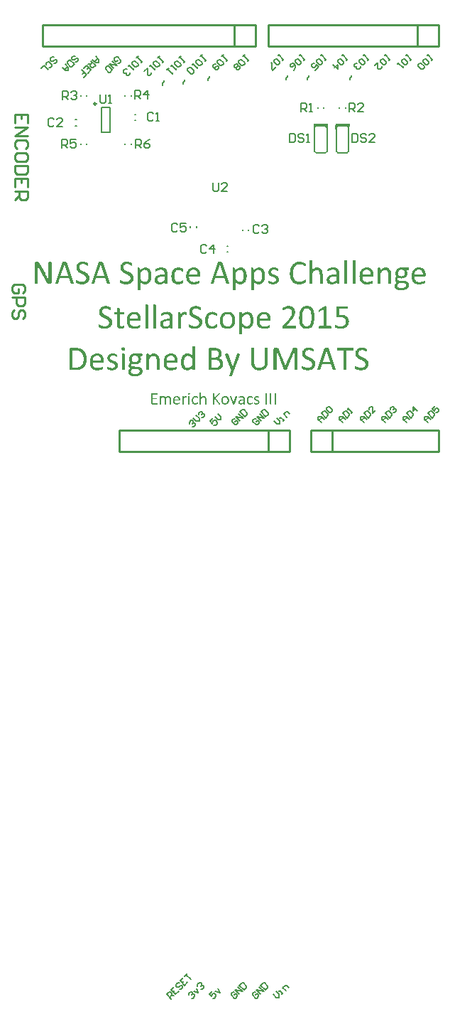
<source format=gto>
G04 Layer_Color=65535*
%FSLAX25Y25*%
%MOIN*%
G70*
G01*
G75*
%ADD16C,0.01000*%
%ADD24C,0.00800*%
%ADD25C,0.00984*%
%ADD26C,0.00787*%
%ADD27C,0.00600*%
%ADD28C,0.00700*%
%ADD29R,0.00650X0.02300*%
%ADD30R,0.06700X0.01800*%
%ADD31R,0.00730X0.02560*%
G36*
X206116Y91334D02*
X206331Y91314D01*
X206546Y91275D01*
X206761Y91236D01*
X206975Y91178D01*
X206995D01*
X207073Y91139D01*
X207171Y91100D01*
X207288Y91041D01*
X207581Y90885D01*
X207717Y90768D01*
X207854Y90650D01*
X207874Y90631D01*
X207913Y90592D01*
X207971Y90514D01*
X208050Y90416D01*
X208128Y90299D01*
X208225Y90162D01*
X208303Y89986D01*
X208362Y89811D01*
Y89791D01*
X208382Y89713D01*
X208420Y89615D01*
X208440Y89478D01*
X208479Y89303D01*
X208499Y89108D01*
X208518Y88873D01*
Y88639D01*
Y83795D01*
Y83776D01*
Y83737D01*
X208479Y83698D01*
X208440Y83639D01*
X208420D01*
X208401Y83619D01*
X208342Y83600D01*
X208264Y83580D01*
X208186D01*
X208088Y83561D01*
X207717D01*
X207600Y83580D01*
X207581D01*
X207542Y83600D01*
X207483Y83619D01*
X207424Y83639D01*
Y83659D01*
X207405Y83678D01*
X207385Y83737D01*
X207366Y83795D01*
Y84518D01*
X207346Y84498D01*
X207288Y84440D01*
X207190Y84342D01*
X207053Y84225D01*
X206897Y84108D01*
X206721Y83971D01*
X206526Y83834D01*
X206311Y83717D01*
X206292Y83698D01*
X206214Y83678D01*
X206097Y83639D01*
X205940Y83580D01*
X205765Y83522D01*
X205569Y83483D01*
X205335Y83463D01*
X205100Y83444D01*
X204886D01*
X204749Y83463D01*
X204593Y83483D01*
X204417Y83502D01*
X204046Y83600D01*
X204026D01*
X203968Y83619D01*
X203890Y83659D01*
X203772Y83698D01*
X203519Y83834D01*
X203265Y84010D01*
X203245Y84030D01*
X203206Y84069D01*
X203147Y84127D01*
X203089Y84205D01*
X202933Y84420D01*
X202776Y84694D01*
Y84713D01*
X202757Y84772D01*
X202718Y84850D01*
X202698Y84967D01*
X202659Y85104D01*
X202620Y85260D01*
X202601Y85631D01*
Y85651D01*
Y85729D01*
X202620Y85846D01*
X202640Y85983D01*
X202659Y86158D01*
X202698Y86334D01*
X202757Y86510D01*
X202835Y86686D01*
X202854Y86705D01*
X202874Y86764D01*
X202933Y86842D01*
X203030Y86940D01*
X203128Y87057D01*
X203245Y87194D01*
X203401Y87311D01*
X203558Y87428D01*
X203577Y87447D01*
X203636Y87486D01*
X203733Y87525D01*
X203870Y87604D01*
X204046Y87662D01*
X204241Y87740D01*
X204456Y87818D01*
X204690Y87877D01*
X204729D01*
X204807Y87897D01*
X204944Y87936D01*
X205139Y87955D01*
X205354Y87994D01*
X205628Y88014D01*
X205901Y88033D01*
X207210D01*
Y88580D01*
Y88600D01*
Y88658D01*
Y88736D01*
X207190Y88834D01*
X207171Y89068D01*
X207112Y89303D01*
Y89322D01*
X207092Y89361D01*
X207073Y89420D01*
X207034Y89498D01*
X206956Y89674D01*
X206819Y89830D01*
Y89850D01*
X206780Y89869D01*
X206682Y89947D01*
X206526Y90064D01*
X206311Y90162D01*
X206292D01*
X206253Y90182D01*
X206194Y90201D01*
X206097Y90221D01*
X205979Y90240D01*
X205862Y90260D01*
X205550Y90279D01*
X205374D01*
X205257Y90260D01*
X204983Y90240D01*
X204671Y90162D01*
X204651D01*
X204612Y90143D01*
X204534Y90123D01*
X204436Y90084D01*
X204222Y90006D01*
X203987Y89889D01*
X203968D01*
X203948Y89869D01*
X203812Y89811D01*
X203655Y89732D01*
X203499Y89635D01*
X203460Y89615D01*
X203382Y89596D01*
X203284Y89557D01*
X203206Y89537D01*
X203167D01*
X203089Y89557D01*
X203069Y89576D01*
X203011Y89654D01*
Y89674D01*
X202991Y89693D01*
X202952Y89811D01*
Y89830D01*
Y89889D01*
Y89967D01*
Y90045D01*
Y90084D01*
Y90162D01*
Y90260D01*
X202972Y90357D01*
Y90377D01*
X202991Y90435D01*
X203030Y90494D01*
X203089Y90572D01*
X203108Y90592D01*
X203186Y90650D01*
X203304Y90728D01*
X203479Y90826D01*
X203499D01*
X203519Y90846D01*
X203577Y90885D01*
X203655Y90904D01*
X203851Y90982D01*
X204085Y91080D01*
X204104D01*
X204144Y91100D01*
X204222Y91119D01*
X204319Y91158D01*
X204554Y91217D01*
X204847Y91275D01*
X204866D01*
X204925Y91295D01*
X205003D01*
X205100Y91314D01*
X205374Y91334D01*
X205667Y91353D01*
X205940D01*
X206116Y91334D01*
D02*
G37*
G36*
X211916Y94732D02*
X211936D01*
X211995Y94713D01*
X212053Y94693D01*
X212112Y94674D01*
X212131D01*
X212151Y94654D01*
X212229Y94595D01*
X212248Y94576D01*
X212268Y94478D01*
Y83795D01*
Y83756D01*
X212229Y83678D01*
X212209Y83659D01*
X212112Y83619D01*
X212092D01*
X212073Y83600D01*
X212014D01*
X211916Y83580D01*
X211838D01*
X211721Y83561D01*
X211370D01*
X211252Y83580D01*
X211233D01*
X211194Y83600D01*
X211057Y83619D01*
X211038D01*
X211018Y83639D01*
X210979Y83659D01*
X210959Y83678D01*
Y83698D01*
Y83717D01*
X210940Y83795D01*
Y94478D01*
Y94498D01*
Y94517D01*
X210959Y94595D01*
Y94615D01*
X210979Y94634D01*
X211018Y94654D01*
X211057Y94674D01*
X211077D01*
X211116Y94693D01*
X211174Y94713D01*
X211252Y94732D01*
X211272D01*
X211350Y94752D01*
X211819D01*
X211916Y94732D01*
D02*
G37*
G36*
X121741Y51034D02*
X121917Y51014D01*
X122093Y50995D01*
X122308Y50956D01*
X122503Y50878D01*
X122698Y50800D01*
X122718Y50780D01*
X122776Y50761D01*
X122874Y50702D01*
X122972Y50624D01*
X123225Y50428D01*
X123479Y50155D01*
X123499Y50135D01*
X123538Y50077D01*
X123577Y49999D01*
X123655Y49882D01*
X123733Y49745D01*
X123792Y49589D01*
X123929Y49198D01*
Y49178D01*
X123948Y49100D01*
X123968Y48983D01*
X124007Y48827D01*
X124026Y48632D01*
X124046Y48417D01*
X124065Y48163D01*
Y47890D01*
Y43495D01*
Y43456D01*
X124026Y43378D01*
X124007Y43359D01*
X123909Y43319D01*
X123890D01*
X123870Y43300D01*
X123811D01*
X123714Y43281D01*
X123636D01*
X123538Y43261D01*
X123167D01*
X123050Y43281D01*
X123030D01*
X122991Y43300D01*
X122854Y43319D01*
X122815Y43339D01*
X122757Y43378D01*
Y43398D01*
Y43417D01*
X122737Y43495D01*
Y47694D01*
Y47714D01*
Y47792D01*
Y47909D01*
X122718Y48046D01*
X122698Y48378D01*
X122679Y48534D01*
X122640Y48690D01*
Y48710D01*
X122620Y48749D01*
X122600Y48827D01*
X122562Y48905D01*
X122483Y49120D01*
X122347Y49335D01*
Y49354D01*
X122308Y49374D01*
X122229Y49491D01*
X122073Y49628D01*
X121878Y49745D01*
X121858D01*
X121819Y49764D01*
X121761Y49804D01*
X121683Y49823D01*
X121468Y49882D01*
X121214Y49901D01*
X121136D01*
X121038Y49882D01*
X120901Y49862D01*
X120765Y49823D01*
X120589Y49745D01*
X120413Y49667D01*
X120218Y49550D01*
X120198Y49530D01*
X120140Y49491D01*
X120042Y49393D01*
X119905Y49296D01*
X119749Y49139D01*
X119593Y48964D01*
X119398Y48749D01*
X119202Y48515D01*
Y43495D01*
Y43456D01*
X119163Y43378D01*
X119144Y43359D01*
X119046Y43319D01*
X119027D01*
X119007Y43300D01*
X118948D01*
X118851Y43281D01*
X118773D01*
X118656Y43261D01*
X118304D01*
X118187Y43281D01*
X118167D01*
X118128Y43300D01*
X117991Y43319D01*
X117972D01*
X117952Y43339D01*
X117913Y43359D01*
X117894Y43378D01*
Y43398D01*
Y43417D01*
X117874Y43495D01*
Y50702D01*
Y50721D01*
Y50741D01*
X117894Y50800D01*
Y50819D01*
X117913Y50839D01*
X117972Y50878D01*
X117991D01*
X118031Y50897D01*
X118089Y50917D01*
X118167Y50936D01*
X118187D01*
X118245Y50956D01*
X118656D01*
X118753Y50936D01*
X118773D01*
X118812Y50917D01*
X118870Y50897D01*
X118929Y50878D01*
X118948D01*
X118968Y50858D01*
X119007Y50839D01*
X119027Y50800D01*
X119046Y50780D01*
X119066Y50702D01*
Y49745D01*
X119085Y49784D01*
X119163Y49862D01*
X119280Y49979D01*
X119437Y50135D01*
X119632Y50292D01*
X119827Y50448D01*
X120042Y50604D01*
X120276Y50741D01*
X120296Y50761D01*
X120374Y50800D01*
X120491Y50839D01*
X120648Y50897D01*
X120843Y50956D01*
X121038Y51014D01*
X121253Y51034D01*
X121487Y51053D01*
X121605D01*
X121741Y51034D01*
D02*
G37*
G36*
X102563D02*
X102758Y50995D01*
X102817D01*
X102934Y50975D01*
X103110Y50936D01*
X103285Y50878D01*
X103305D01*
X103324Y50858D01*
X103422Y50839D01*
X103559Y50780D01*
X103676Y50721D01*
X103715Y50702D01*
X103774Y50682D01*
X103852Y50624D01*
X103930Y50585D01*
X103949D01*
X103969Y50546D01*
X104008Y50507D01*
X104027Y50467D01*
X104047Y50448D01*
X104067Y50370D01*
Y50350D01*
X104086Y50331D01*
X104106Y50214D01*
Y50194D01*
X104125Y50155D01*
Y50096D01*
Y49999D01*
Y49979D01*
Y49921D01*
X104106Y49764D01*
Y49745D01*
X104086Y49706D01*
X104047Y49589D01*
X104027Y49550D01*
X103988Y49510D01*
X103969D01*
X103910Y49491D01*
X103891D01*
X103852Y49510D01*
X103793Y49530D01*
X103695Y49569D01*
X103676Y49589D01*
X103598Y49628D01*
X103481Y49686D01*
X103344Y49745D01*
X103305Y49764D01*
X103207Y49823D01*
X103032Y49882D01*
X102836Y49940D01*
X102817D01*
X102778Y49960D01*
X102719Y49979D01*
X102641Y49999D01*
X102426Y50018D01*
X102172Y50038D01*
X101977D01*
X101781Y49999D01*
X101586Y49960D01*
X101567D01*
X101547Y49940D01*
X101430Y49901D01*
X101293Y49823D01*
X101157Y49725D01*
X101137Y49706D01*
X101078Y49628D01*
X101000Y49530D01*
X100922Y49393D01*
X100903Y49354D01*
X100883Y49276D01*
X100864Y49139D01*
X100844Y48983D01*
Y48964D01*
Y48925D01*
Y48866D01*
X100864Y48807D01*
X100903Y48632D01*
X101000Y48456D01*
X101020Y48417D01*
X101118Y48339D01*
X101235Y48202D01*
X101410Y48085D01*
X101430D01*
X101450Y48065D01*
X101508Y48026D01*
X101586Y47987D01*
X101762Y47890D01*
X101996Y47792D01*
X102016D01*
X102055Y47772D01*
X102113Y47753D01*
X102211Y47714D01*
X102426Y47636D01*
X102660Y47538D01*
X102680D01*
X102719Y47519D01*
X102778Y47479D01*
X102875Y47440D01*
X103090Y47343D01*
X103324Y47225D01*
X103344D01*
X103383Y47206D01*
X103442Y47167D01*
X103520Y47108D01*
X103715Y46991D01*
X103910Y46815D01*
X103930Y46796D01*
X103949Y46776D01*
X104067Y46659D01*
X104203Y46483D01*
X104340Y46249D01*
Y46229D01*
X104359Y46190D01*
X104399Y46112D01*
X104418Y46034D01*
X104457Y45917D01*
X104477Y45780D01*
X104496Y45448D01*
Y45429D01*
Y45351D01*
X104477Y45253D01*
Y45116D01*
X104438Y44960D01*
X104399Y44804D01*
X104359Y44628D01*
X104281Y44452D01*
Y44433D01*
X104242Y44374D01*
X104203Y44296D01*
X104145Y44198D01*
X103949Y43964D01*
X103695Y43730D01*
X103676Y43710D01*
X103637Y43691D01*
X103559Y43632D01*
X103442Y43573D01*
X103305Y43495D01*
X103168Y43417D01*
X102992Y43359D01*
X102797Y43300D01*
X102778D01*
X102699Y43281D01*
X102602Y43261D01*
X102465Y43222D01*
X102289Y43202D01*
X102113Y43163D01*
X101899Y43144D01*
X101528D01*
X101430Y43163D01*
X101196Y43183D01*
X100922Y43222D01*
X100903D01*
X100864Y43241D01*
X100805D01*
X100727Y43261D01*
X100512Y43300D01*
X100297Y43359D01*
X100278D01*
X100258Y43378D01*
X100141Y43417D01*
X99985Y43476D01*
X99828Y43534D01*
X99809Y43554D01*
X99731Y43593D01*
X99633Y43652D01*
X99555Y43710D01*
X99536Y43730D01*
X99516Y43769D01*
X99477Y43847D01*
X99438Y43944D01*
Y43964D01*
X99418Y44042D01*
X99399Y44159D01*
Y44335D01*
Y44355D01*
Y44433D01*
Y44511D01*
Y44589D01*
Y44609D01*
X99418Y44648D01*
X99438Y44745D01*
Y44765D01*
X99458Y44784D01*
X99497Y44823D01*
X99516Y44843D01*
X99536Y44862D01*
X99614Y44882D01*
X99633D01*
X99672Y44862D01*
X99750Y44843D01*
X99868Y44765D01*
X99907Y44745D01*
X99985Y44706D01*
X100121Y44628D01*
X100297Y44530D01*
X100317D01*
X100336Y44511D01*
X100395Y44491D01*
X100473Y44452D01*
X100649Y44374D01*
X100883Y44296D01*
X100903D01*
X100942Y44276D01*
X101020Y44257D01*
X101118D01*
X101235Y44237D01*
X101371Y44218D01*
X101684Y44198D01*
X101879D01*
X102075Y44218D01*
X102289Y44257D01*
X102309D01*
X102328Y44276D01*
X102446Y44316D01*
X102602Y44374D01*
X102758Y44472D01*
X102797Y44491D01*
X102875Y44570D01*
X102973Y44687D01*
X103070Y44823D01*
Y44843D01*
X103090Y44862D01*
X103129Y44980D01*
X103168Y45136D01*
X103188Y45351D01*
Y45370D01*
Y45409D01*
X103168Y45526D01*
X103129Y45683D01*
X103032Y45839D01*
Y45858D01*
X103012Y45878D01*
X102914Y45976D01*
X102778Y46093D01*
X102602Y46210D01*
X102582D01*
X102563Y46249D01*
X102446Y46308D01*
X102250Y46405D01*
X102035Y46503D01*
X102016D01*
X101977Y46522D01*
X101918Y46542D01*
X101840Y46581D01*
X101625Y46659D01*
X101371Y46757D01*
X101352D01*
X101313Y46776D01*
X101254Y46815D01*
X101157Y46854D01*
X100961Y46952D01*
X100707Y47069D01*
X100688D01*
X100649Y47108D01*
X100590Y47147D01*
X100512Y47186D01*
X100336Y47323D01*
X100121Y47479D01*
X100102Y47499D01*
X100082Y47519D01*
X100024Y47577D01*
X99985Y47655D01*
X99848Y47850D01*
X99711Y48085D01*
Y48104D01*
X99692Y48143D01*
X99672Y48222D01*
X99653Y48319D01*
X99614Y48436D01*
X99594Y48573D01*
X99575Y48905D01*
Y48925D01*
Y48983D01*
Y49061D01*
X99594Y49178D01*
X99633Y49432D01*
X99731Y49725D01*
Y49745D01*
X99770Y49784D01*
X99790Y49862D01*
X99848Y49960D01*
X100004Y50175D01*
X100219Y50389D01*
X100239Y50409D01*
X100278Y50448D01*
X100356Y50487D01*
X100453Y50565D01*
X100571Y50624D01*
X100707Y50702D01*
X101039Y50858D01*
X101059D01*
X101118Y50897D01*
X101235Y50917D01*
X101371Y50956D01*
X101528Y50995D01*
X101723Y51014D01*
X101957Y51053D01*
X102367D01*
X102563Y51034D01*
D02*
G37*
G36*
X215686Y94732D02*
X215705D01*
X215764Y94713D01*
X215822Y94693D01*
X215881Y94674D01*
X215900D01*
X215920Y94654D01*
X215998Y94595D01*
X216018Y94576D01*
X216037Y94478D01*
Y83795D01*
Y83756D01*
X215998Y83678D01*
X215979Y83659D01*
X215881Y83619D01*
X215862D01*
X215842Y83600D01*
X215783D01*
X215686Y83580D01*
X215608D01*
X215490Y83561D01*
X215139D01*
X215022Y83580D01*
X215002D01*
X214963Y83600D01*
X214826Y83619D01*
X214807D01*
X214787Y83639D01*
X214748Y83659D01*
X214729Y83678D01*
Y83698D01*
Y83717D01*
X214709Y83795D01*
Y94478D01*
Y94498D01*
Y94517D01*
X214729Y94595D01*
Y94615D01*
X214748Y94634D01*
X214787Y94654D01*
X214826Y94674D01*
X214846D01*
X214885Y94693D01*
X214944Y94713D01*
X215022Y94732D01*
X215041D01*
X215119Y94752D01*
X215588D01*
X215686Y94732D01*
D02*
G37*
G36*
X161348Y50936D02*
X161465Y50917D01*
X161485D01*
X161543Y50897D01*
X161621Y50878D01*
X161680Y50839D01*
X161700D01*
X161719Y50800D01*
X161739Y50761D01*
X161758Y50702D01*
Y50682D01*
Y50643D01*
X161739Y50546D01*
X161700Y50448D01*
X159122Y43300D01*
X158165Y40663D01*
Y40644D01*
X158126Y40585D01*
X158047Y40527D01*
X157911Y40468D01*
X157872Y40449D01*
X157774Y40429D01*
X157579Y40410D01*
X157325Y40390D01*
X157208D01*
X157090Y40410D01*
X156973Y40429D01*
X156954D01*
X156915Y40449D01*
X156778Y40488D01*
X156739Y40527D01*
X156719Y40566D01*
X156700Y40624D01*
Y40644D01*
Y40683D01*
X156719Y40742D01*
X156758Y40800D01*
X157755Y43300D01*
X157735D01*
X157715Y43319D01*
X157657Y43359D01*
X157598Y43398D01*
Y43417D01*
X157559Y43456D01*
X157520Y43554D01*
X154962Y50428D01*
X154942Y50467D01*
X154923Y50526D01*
X154903Y50624D01*
X154884Y50702D01*
Y50721D01*
Y50761D01*
X154903Y50800D01*
X154942Y50839D01*
X154962Y50858D01*
X155001Y50878D01*
X155059Y50897D01*
X155157Y50917D01*
X155177D01*
X155274Y50936D01*
X155391Y50956D01*
X155801D01*
X155919Y50936D01*
X155938D01*
X155997Y50917D01*
X156075Y50897D01*
X156133Y50878D01*
X156153D01*
X156173Y50858D01*
X156251Y50800D01*
Y50780D01*
X156270Y50761D01*
X156329Y50643D01*
X158379Y44843D01*
X158419D01*
X160391Y50663D01*
X160411Y50682D01*
X160430Y50741D01*
X160469Y50819D01*
X160508Y50858D01*
X160528D01*
X160567Y50878D01*
X160625Y50897D01*
X160723Y50917D01*
X160743D01*
X160821Y50936D01*
X160938Y50956D01*
X161231D01*
X161348Y50936D01*
D02*
G37*
G36*
X174453Y53690D02*
X174550Y53670D01*
X174570D01*
X174628Y53651D01*
X174707D01*
X174765Y53631D01*
X174785D01*
X174804Y53612D01*
X174882Y53553D01*
X174902Y53534D01*
X174921Y53436D01*
Y47108D01*
Y47089D01*
Y47069D01*
Y46952D01*
X174902Y46776D01*
X174882Y46542D01*
X174843Y46288D01*
X174804Y46015D01*
X174726Y45722D01*
X174628Y45429D01*
X174609Y45390D01*
X174570Y45312D01*
X174511Y45175D01*
X174433Y44999D01*
X174316Y44804D01*
X174179Y44589D01*
X174023Y44374D01*
X173847Y44179D01*
X173828Y44159D01*
X173750Y44101D01*
X173652Y44003D01*
X173496Y43886D01*
X173320Y43769D01*
X173105Y43632D01*
X172871Y43515D01*
X172597Y43398D01*
X172558Y43378D01*
X172480Y43359D01*
X172324Y43319D01*
X172129Y43281D01*
X171875Y43222D01*
X171601Y43183D01*
X171269Y43163D01*
X170937Y43144D01*
X170801D01*
X170625Y43163D01*
X170430Y43183D01*
X170176Y43202D01*
X169922Y43241D01*
X169648Y43300D01*
X169375Y43378D01*
X169336Y43398D01*
X169258Y43417D01*
X169121Y43476D01*
X168965Y43573D01*
X168769Y43671D01*
X168574Y43808D01*
X168359Y43944D01*
X168164Y44120D01*
X168145Y44140D01*
X168086Y44218D01*
X167988Y44316D01*
X167871Y44452D01*
X167754Y44628D01*
X167617Y44843D01*
X167500Y45077D01*
X167383Y45331D01*
X167363Y45370D01*
X167344Y45468D01*
X167305Y45605D01*
X167266Y45819D01*
X167207Y46054D01*
X167168Y46347D01*
X167148Y46659D01*
X167129Y47011D01*
Y53436D01*
Y53456D01*
Y53475D01*
X167148Y53553D01*
Y53573D01*
X167188Y53592D01*
X167266Y53631D01*
X167285D01*
X167324Y53651D01*
X167383D01*
X167461Y53670D01*
X167481D01*
X167559Y53690D01*
X167676Y53710D01*
X167930D01*
X168027Y53690D01*
X168125Y53670D01*
X168145D01*
X168203Y53651D01*
X168281D01*
X168340Y53631D01*
X168359D01*
X168379Y53612D01*
X168457Y53553D01*
X168476Y53534D01*
X168496Y53436D01*
Y47167D01*
Y47128D01*
Y47050D01*
X168516Y46913D01*
Y46737D01*
X168535Y46542D01*
X168574Y46327D01*
X168672Y45917D01*
Y45897D01*
X168711Y45839D01*
X168750Y45722D01*
X168808Y45605D01*
X168945Y45312D01*
X169160Y45019D01*
X169180Y44999D01*
X169219Y44960D01*
X169297Y44901D01*
X169394Y44823D01*
X169512Y44745D01*
X169648Y44648D01*
X169961Y44491D01*
X169980D01*
X170039Y44472D01*
X170136Y44433D01*
X170273Y44413D01*
X170430Y44374D01*
X170605Y44335D01*
X171015Y44316D01*
X171113D01*
X171230Y44335D01*
X171387D01*
X171543Y44355D01*
X171719Y44394D01*
X172090Y44491D01*
X172109D01*
X172168Y44530D01*
X172246Y44570D01*
X172363Y44628D01*
X172617Y44784D01*
X172871Y45019D01*
X172890Y45038D01*
X172929Y45077D01*
X172988Y45155D01*
X173066Y45253D01*
X173144Y45390D01*
X173222Y45526D01*
X173379Y45878D01*
Y45897D01*
X173398Y45976D01*
X173437Y46073D01*
X173476Y46229D01*
X173496Y46405D01*
X173535Y46620D01*
X173554Y46854D01*
Y47108D01*
Y53436D01*
Y53456D01*
Y53475D01*
X173574Y53553D01*
Y53573D01*
X173613Y53592D01*
X173691Y53631D01*
X173711D01*
X173750Y53651D01*
X173808D01*
X173886Y53670D01*
X173906D01*
X173984Y53690D01*
X174101Y53710D01*
X174355D01*
X174453Y53690D01*
D02*
G37*
G36*
X112953Y51034D02*
X113168Y51014D01*
X113226D01*
X113265Y50995D01*
X113343D01*
X113519Y50956D01*
X113714Y50917D01*
X115921D01*
X115980Y50897D01*
X116038Y50858D01*
X116097Y50780D01*
X116117Y50761D01*
X116136Y50682D01*
X116156Y50546D01*
X116175Y50370D01*
Y50350D01*
Y50331D01*
Y50214D01*
X116136Y50096D01*
X116097Y49979D01*
X116077Y49960D01*
X116038Y49921D01*
X115980Y49882D01*
X115902Y49862D01*
X114867D01*
X114886Y49843D01*
X114906Y49804D01*
X114964Y49745D01*
X115023Y49667D01*
X115140Y49472D01*
X115257Y49218D01*
Y49198D01*
X115277Y49159D01*
X115296Y49081D01*
X115316Y49003D01*
X115355Y48768D01*
X115374Y48495D01*
Y48476D01*
Y48397D01*
X115355Y48280D01*
Y48124D01*
X115316Y47948D01*
X115277Y47753D01*
X115238Y47577D01*
X115160Y47382D01*
Y47362D01*
X115120Y47304D01*
X115082Y47206D01*
X115023Y47089D01*
X114847Y46835D01*
X114593Y46562D01*
X114574Y46542D01*
X114535Y46503D01*
X114456Y46444D01*
X114339Y46386D01*
X114203Y46308D01*
X114066Y46229D01*
X113890Y46151D01*
X113695Y46073D01*
X113675D01*
X113597Y46054D01*
X113499Y46015D01*
X113363Y45995D01*
X113207Y45956D01*
X113011Y45917D01*
X112582Y45897D01*
X112425D01*
X112308Y45917D01*
X112035Y45937D01*
X111722Y45995D01*
X111703D01*
X111664Y46015D01*
X111586Y46034D01*
X111507Y46073D01*
X111312Y46171D01*
X111117Y46288D01*
X111097Y46269D01*
X111039Y46190D01*
X110961Y46093D01*
X110882Y45956D01*
X110863Y45917D01*
X110844Y45839D01*
X110824Y45702D01*
X110804Y45546D01*
Y45526D01*
Y45507D01*
X110844Y45370D01*
X110922Y45214D01*
X110980Y45136D01*
X111058Y45058D01*
X111078D01*
X111097Y45038D01*
X111156Y44999D01*
X111234Y44980D01*
X111332Y44941D01*
X111449Y44901D01*
X111742Y44882D01*
X113636Y44784D01*
X113831D01*
X113949Y44765D01*
X114105Y44745D01*
X114281Y44726D01*
X114613Y44648D01*
X114632D01*
X114691Y44628D01*
X114769Y44589D01*
X114886Y44550D01*
X115140Y44433D01*
X115394Y44257D01*
X115413Y44237D01*
X115453Y44218D01*
X115511Y44159D01*
X115589Y44101D01*
X115745Y43905D01*
X115902Y43652D01*
Y43632D01*
X115941Y43593D01*
X115960Y43515D01*
X115999Y43417D01*
X116038Y43300D01*
X116058Y43163D01*
X116097Y42851D01*
Y42831D01*
Y42773D01*
X116077Y42675D01*
Y42558D01*
X116038Y42402D01*
X115999Y42245D01*
X115960Y42089D01*
X115882Y41913D01*
Y41894D01*
X115843Y41835D01*
X115785Y41757D01*
X115726Y41640D01*
X115628Y41523D01*
X115511Y41386D01*
X115394Y41269D01*
X115238Y41132D01*
X115218Y41113D01*
X115160Y41074D01*
X115062Y41015D01*
X114945Y40937D01*
X114788Y40839D01*
X114593Y40761D01*
X114378Y40663D01*
X114144Y40585D01*
X114105D01*
X114027Y40546D01*
X113890Y40527D01*
X113695Y40488D01*
X113480Y40449D01*
X113207Y40410D01*
X112914Y40390D01*
X112582Y40371D01*
X112269D01*
X112074Y40390D01*
X111839Y40410D01*
X111586Y40429D01*
X111332Y40468D01*
X111097Y40527D01*
X111078D01*
X111000Y40546D01*
X110882Y40585D01*
X110746Y40644D01*
X110414Y40761D01*
X110258Y40839D01*
X110101Y40937D01*
X110082Y40956D01*
X110043Y40976D01*
X109965Y41034D01*
X109887Y41113D01*
X109691Y41308D01*
X109613Y41425D01*
X109535Y41542D01*
Y41562D01*
X109515Y41601D01*
X109476Y41679D01*
X109457Y41777D01*
X109418Y41894D01*
X109379Y42031D01*
X109359Y42323D01*
Y42343D01*
Y42363D01*
Y42480D01*
X109379Y42636D01*
X109418Y42831D01*
Y42851D01*
X109437Y42870D01*
X109457Y42987D01*
X109535Y43144D01*
X109613Y43300D01*
Y43319D01*
X109633Y43339D01*
X109711Y43437D01*
X109808Y43573D01*
X109945Y43710D01*
Y43730D01*
X109984Y43749D01*
X110082Y43847D01*
X110219Y43984D01*
X110394Y44120D01*
X110375D01*
X110336Y44159D01*
X110258Y44198D01*
X110179Y44257D01*
X109984Y44413D01*
X109808Y44628D01*
Y44648D01*
X109789Y44687D01*
X109750Y44745D01*
X109730Y44823D01*
X109652Y45038D01*
X109633Y45292D01*
Y45312D01*
Y45370D01*
X109652Y45468D01*
Y45585D01*
X109711Y45858D01*
X109828Y46151D01*
Y46171D01*
X109867Y46210D01*
X109906Y46288D01*
X109965Y46386D01*
X110121Y46620D01*
X110316Y46854D01*
X110297Y46874D01*
X110277Y46913D01*
X110238Y46972D01*
X110179Y47050D01*
X110043Y47265D01*
X109925Y47519D01*
Y47538D01*
X109906Y47577D01*
X109887Y47655D01*
X109867Y47772D01*
X109828Y47909D01*
X109808Y48046D01*
X109789Y48222D01*
Y48417D01*
Y48436D01*
Y48515D01*
X109808Y48632D01*
Y48788D01*
X109828Y48964D01*
X109867Y49159D01*
X109984Y49530D01*
X110004Y49550D01*
X110023Y49608D01*
X110082Y49706D01*
X110140Y49823D01*
X110316Y50077D01*
X110570Y50350D01*
X110590Y50370D01*
X110629Y50409D01*
X110707Y50467D01*
X110824Y50546D01*
X110941Y50624D01*
X111097Y50702D01*
X111449Y50858D01*
X111468D01*
X111547Y50897D01*
X111644Y50917D01*
X111781Y50956D01*
X111957Y50995D01*
X112132Y51014D01*
X112347Y51053D01*
X112777D01*
X112953Y51034D01*
D02*
G37*
G36*
X188436Y53631D02*
X188514Y53612D01*
X188534D01*
X188592Y53592D01*
X188710Y53495D01*
X188729Y53475D01*
X188749Y53436D01*
X188788Y53377D01*
X188827Y53299D01*
X188846Y53280D01*
X188866Y53221D01*
X188885Y53143D01*
Y53026D01*
Y43515D01*
Y43495D01*
Y43476D01*
X188846Y43378D01*
X188827Y43359D01*
X188729Y43319D01*
X188710D01*
X188671Y43300D01*
X188612D01*
X188514Y43281D01*
X188436D01*
X188319Y43261D01*
X187967D01*
X187870Y43281D01*
X187850D01*
X187792Y43300D01*
X187714D01*
X187655Y43319D01*
X187635D01*
X187616Y43339D01*
X187538Y43378D01*
Y43398D01*
Y43417D01*
X187518Y43515D01*
Y52518D01*
X187499D01*
X183827Y43476D01*
X183808Y43437D01*
X183768Y43378D01*
X183729Y43359D01*
X183690Y43339D01*
X183632Y43319D01*
X183612D01*
X183573Y43300D01*
X183515D01*
X183437Y43281D01*
X183358D01*
X183280Y43261D01*
X182968D01*
X182870Y43281D01*
X182851D01*
X182811Y43300D01*
X182675Y43319D01*
X182655D01*
X182636Y43339D01*
X182538Y43378D01*
X182519Y43398D01*
X182499Y43476D01*
X179003Y52518D01*
Y43515D01*
Y43495D01*
Y43476D01*
X178964Y43378D01*
X178945Y43359D01*
X178847Y43319D01*
X178827D01*
X178788Y43300D01*
X178730D01*
X178632Y43281D01*
X178534D01*
X178437Y43261D01*
X178085D01*
X177968Y43281D01*
X177948D01*
X177890Y43300D01*
X177812D01*
X177753Y43319D01*
X177734D01*
X177714Y43339D01*
X177675Y43359D01*
X177656Y43378D01*
Y43398D01*
Y43417D01*
X177636Y43515D01*
Y53026D01*
Y53045D01*
Y53084D01*
X177656Y53202D01*
X177714Y53358D01*
X177812Y53495D01*
X177851Y53514D01*
X177929Y53573D01*
X178046Y53631D01*
X178202Y53651D01*
X179199D01*
X179335Y53631D01*
X179491Y53592D01*
X179531D01*
X179609Y53553D01*
X179706Y53514D01*
X179823Y53436D01*
X179843Y53417D01*
X179921Y53377D01*
X179999Y53280D01*
X180077Y53182D01*
X180097Y53163D01*
X180136Y53084D01*
X180194Y52967D01*
X180253Y52811D01*
X183222Y45312D01*
X183261D01*
X186346Y52772D01*
Y52792D01*
X186366Y52811D01*
X186405Y52928D01*
X186464Y53045D01*
X186522Y53182D01*
X186542Y53221D01*
X186600Y53280D01*
X186678Y53377D01*
X186757Y53456D01*
X186776Y53475D01*
X186854Y53514D01*
X186932Y53553D01*
X187049Y53592D01*
X187069Y53612D01*
X187147Y53631D01*
X187264Y53651D01*
X188358D01*
X188436Y53631D01*
D02*
G37*
G36*
X173425Y70534D02*
X173620Y70514D01*
X173835Y70495D01*
X174089Y70436D01*
X174323Y70378D01*
X174557Y70280D01*
X174577Y70261D01*
X174655Y70221D01*
X174772Y70163D01*
X174909Y70085D01*
X175065Y69987D01*
X175222Y69850D01*
X175378Y69714D01*
X175534Y69538D01*
X175554Y69518D01*
X175593Y69460D01*
X175671Y69362D01*
X175749Y69245D01*
X175846Y69069D01*
X175944Y68893D01*
X176022Y68698D01*
X176100Y68464D01*
Y68444D01*
X176139Y68347D01*
X176159Y68229D01*
X176198Y68073D01*
X176237Y67858D01*
X176257Y67643D01*
X176296Y67390D01*
Y67136D01*
Y66901D01*
Y66882D01*
Y66843D01*
X176276Y66725D01*
X176217Y66589D01*
X176120Y66452D01*
X176100Y66433D01*
X176022Y66394D01*
X175905Y66355D01*
X175768Y66335D01*
X171042D01*
Y66315D01*
Y66237D01*
Y66120D01*
X171062Y65964D01*
Y65808D01*
X171101Y65612D01*
X171159Y65241D01*
Y65222D01*
X171179Y65163D01*
X171218Y65065D01*
X171257Y64968D01*
X171374Y64694D01*
X171550Y64421D01*
X171569Y64402D01*
X171608Y64362D01*
X171667Y64304D01*
X171745Y64226D01*
X171862Y64148D01*
X171979Y64050D01*
X172292Y63894D01*
X172311D01*
X172370Y63874D01*
X172468Y63835D01*
X172604Y63816D01*
X172761Y63776D01*
X172936Y63737D01*
X173151Y63718D01*
X173561D01*
X173698Y63737D01*
X173971Y63757D01*
X174284Y63796D01*
X174303D01*
X174362Y63816D01*
X174421Y63835D01*
X174518Y63855D01*
X174753Y63913D01*
X174987Y63972D01*
X175007D01*
X175046Y63991D01*
X175163Y64050D01*
X175300Y64109D01*
X175456Y64167D01*
X175495Y64187D01*
X175573Y64226D01*
X175671Y64245D01*
X175749Y64265D01*
X175788D01*
X175846Y64226D01*
X175866D01*
X175885Y64206D01*
X175925Y64148D01*
Y64128D01*
X175944Y64109D01*
X175964Y63991D01*
Y63972D01*
X175983Y63933D01*
Y63835D01*
Y63737D01*
Y63718D01*
Y63679D01*
X175964Y63562D01*
Y63542D01*
Y63523D01*
X175944Y63425D01*
X175925Y63386D01*
X175905Y63308D01*
X175885Y63288D01*
X175827Y63230D01*
X175788Y63191D01*
X175710Y63152D01*
X175573Y63073D01*
X175534Y63054D01*
X175417Y63015D01*
X175241Y62956D01*
X175007Y62878D01*
X174987D01*
X174948Y62859D01*
X174870D01*
X174792Y62839D01*
X174675Y62800D01*
X174538Y62780D01*
X174225Y62722D01*
X174206D01*
X174147Y62702D01*
X174050D01*
X173933Y62683D01*
X173796Y62663D01*
X173620D01*
X173249Y62644D01*
X173093D01*
X172936Y62663D01*
X172722Y62683D01*
X172487Y62702D01*
X172233Y62741D01*
X171960Y62800D01*
X171706Y62878D01*
X171686Y62898D01*
X171589Y62917D01*
X171472Y62976D01*
X171316Y63073D01*
X171140Y63171D01*
X170944Y63308D01*
X170749Y63445D01*
X170573Y63620D01*
X170554Y63640D01*
X170495Y63718D01*
X170417Y63816D01*
X170319Y63952D01*
X170202Y64128D01*
X170105Y64343D01*
X169987Y64577D01*
X169890Y64831D01*
Y64870D01*
X169851Y64968D01*
X169831Y65124D01*
X169792Y65319D01*
X169753Y65573D01*
X169714Y65866D01*
X169694Y66198D01*
X169675Y66550D01*
Y66569D01*
Y66589D01*
Y66706D01*
X169694Y66882D01*
X169714Y67116D01*
X169734Y67370D01*
X169773Y67643D01*
X169831Y67936D01*
X169909Y68210D01*
X169929Y68249D01*
X169948Y68327D01*
X170007Y68464D01*
X170085Y68639D01*
X170183Y68835D01*
X170300Y69050D01*
X170437Y69264D01*
X170593Y69460D01*
X170612Y69479D01*
X170671Y69538D01*
X170769Y69635D01*
X170905Y69753D01*
X171062Y69889D01*
X171237Y70026D01*
X171452Y70143D01*
X171686Y70261D01*
X171726Y70280D01*
X171804Y70300D01*
X171940Y70358D01*
X172116Y70417D01*
X172311Y70456D01*
X172565Y70514D01*
X172819Y70534D01*
X173112Y70553D01*
X173249D01*
X173425Y70534D01*
D02*
G37*
G36*
X156395D02*
X156609Y70514D01*
X156844Y70495D01*
X157098Y70436D01*
X157371Y70378D01*
X157625Y70280D01*
X157664Y70261D01*
X157742Y70221D01*
X157859Y70163D01*
X158016Y70085D01*
X158191Y69968D01*
X158367Y69831D01*
X158543Y69675D01*
X158719Y69499D01*
X158738Y69479D01*
X158797Y69421D01*
X158875Y69304D01*
X158973Y69167D01*
X159070Y68991D01*
X159187Y68776D01*
X159285Y68542D01*
X159383Y68288D01*
X159402Y68249D01*
X159422Y68171D01*
X159461Y68015D01*
X159500Y67819D01*
X159539Y67585D01*
X159578Y67292D01*
X159617Y66999D01*
Y66667D01*
Y66628D01*
Y66511D01*
X159598Y66355D01*
Y66140D01*
X159558Y65886D01*
X159519Y65612D01*
X159461Y65339D01*
X159383Y65046D01*
X159363Y65007D01*
X159344Y64929D01*
X159285Y64792D01*
X159207Y64616D01*
X159109Y64402D01*
X158992Y64187D01*
X158836Y63972D01*
X158679Y63757D01*
X158660Y63737D01*
X158601Y63679D01*
X158504Y63581D01*
X158367Y63464D01*
X158211Y63327D01*
X157996Y63191D01*
X157781Y63054D01*
X157527Y62937D01*
X157488Y62917D01*
X157410Y62898D01*
X157254Y62839D01*
X157078Y62800D01*
X156844Y62741D01*
X156570Y62683D01*
X156258Y62663D01*
X155926Y62644D01*
X155770D01*
X155613Y62663D01*
X155398Y62683D01*
X155145Y62702D01*
X154891Y62761D01*
X154617Y62819D01*
X154363Y62898D01*
X154344Y62917D01*
X154266Y62956D01*
X154129Y63015D01*
X153992Y63093D01*
X153817Y63210D01*
X153621Y63327D01*
X153445Y63484D01*
X153270Y63659D01*
X153250Y63679D01*
X153192Y63757D01*
X153113Y63855D01*
X153035Y64011D01*
X152918Y64187D01*
X152821Y64402D01*
X152723Y64636D01*
X152625Y64890D01*
Y64929D01*
X152586Y65026D01*
X152567Y65163D01*
X152528Y65358D01*
X152489Y65612D01*
X152450Y65886D01*
X152430Y66198D01*
X152410Y66530D01*
Y66550D01*
Y66569D01*
Y66686D01*
X152430Y66843D01*
Y67058D01*
X152469Y67311D01*
X152508Y67585D01*
X152547Y67858D01*
X152625Y68132D01*
X152645Y68171D01*
X152664Y68249D01*
X152723Y68386D01*
X152801Y68561D01*
X152899Y68776D01*
X153016Y68972D01*
X153153Y69186D01*
X153309Y69401D01*
X153328Y69421D01*
X153387Y69499D01*
X153485Y69596D01*
X153621Y69714D01*
X153797Y69850D01*
X153992Y69987D01*
X154207Y70124D01*
X154461Y70241D01*
X154500Y70261D01*
X154578Y70300D01*
X154735Y70339D01*
X154930Y70397D01*
X155164Y70456D01*
X155438Y70514D01*
X155750Y70534D01*
X156082Y70553D01*
X156238D01*
X156395Y70534D01*
D02*
G37*
G36*
X104992Y72370D02*
X105011D01*
X105070Y72350D01*
X105128Y72331D01*
X105187Y72311D01*
X105206D01*
X105226Y72292D01*
X105304Y72214D01*
X105324Y72194D01*
X105343Y72116D01*
Y70417D01*
X107218D01*
X107277Y70378D01*
X107296D01*
X107316Y70358D01*
X107335Y70339D01*
X107374Y70280D01*
Y70261D01*
X107394Y70241D01*
X107413Y70182D01*
X107433Y70104D01*
Y70085D01*
X107452Y70046D01*
Y69948D01*
Y69850D01*
Y69831D01*
Y69811D01*
Y69694D01*
X107413Y69557D01*
X107374Y69440D01*
X107355Y69421D01*
X107316Y69382D01*
X107257Y69343D01*
X107179Y69323D01*
X105343D01*
Y65300D01*
Y65261D01*
Y65183D01*
X105363Y65046D01*
Y64870D01*
X105441Y64499D01*
X105480Y64323D01*
X105558Y64167D01*
X105578Y64148D01*
X105597Y64109D01*
X105656Y64050D01*
X105734Y63991D01*
X105851Y63913D01*
X105988Y63855D01*
X106144Y63816D01*
X106339Y63796D01*
X106554D01*
X106652Y63816D01*
X106671D01*
X106749Y63835D01*
X106827Y63874D01*
X106925Y63894D01*
X106945D01*
X107003Y63913D01*
X107120Y63972D01*
X107140D01*
X107159Y63991D01*
X107257Y64011D01*
X107277D01*
X107335Y63991D01*
X107355Y63972D01*
X107394Y63913D01*
Y63894D01*
X107413Y63874D01*
X107433Y63757D01*
Y63737D01*
X107452Y63698D01*
Y63620D01*
Y63523D01*
Y63484D01*
Y63386D01*
X107433Y63269D01*
X107413Y63152D01*
Y63132D01*
X107394Y63073D01*
X107355Y62995D01*
X107316Y62937D01*
X107296D01*
X107277Y62898D01*
X107218Y62878D01*
X107120Y62839D01*
X107101D01*
X107042Y62819D01*
X106945Y62800D01*
X106827Y62761D01*
X106808D01*
X106730Y62741D01*
X106613Y62722D01*
X106476Y62702D01*
X106437D01*
X106359Y62683D01*
X106242Y62663D01*
X105910D01*
X105773Y62683D01*
X105480Y62722D01*
X105148Y62800D01*
X105128D01*
X105089Y62839D01*
X105011Y62859D01*
X104913Y62917D01*
X104699Y63054D01*
X104484Y63249D01*
X104464Y63269D01*
X104445Y63308D01*
X104406Y63366D01*
X104347Y63464D01*
X104288Y63562D01*
X104230Y63698D01*
X104113Y64011D01*
Y64030D01*
X104093Y64089D01*
X104074Y64187D01*
Y64323D01*
X104054Y64480D01*
X104035Y64675D01*
X104015Y64870D01*
Y65105D01*
Y69323D01*
X102980D01*
X102941Y69343D01*
X102863Y69382D01*
X102804Y69440D01*
Y69460D01*
X102785Y69538D01*
X102765Y69675D01*
X102746Y69850D01*
Y69870D01*
Y69948D01*
Y70026D01*
X102765Y70104D01*
Y70124D01*
X102785Y70163D01*
Y70221D01*
X102804Y70280D01*
Y70300D01*
X102824Y70319D01*
X102863Y70358D01*
X102882Y70378D01*
X102902D01*
X102921Y70397D01*
X102999Y70417D01*
X104015D01*
Y72116D01*
Y72135D01*
Y72155D01*
X104035Y72214D01*
Y72233D01*
X104054Y72253D01*
X104093Y72272D01*
X104132Y72311D01*
X104152D01*
X104191Y72331D01*
X104249Y72350D01*
X104328Y72370D01*
X104347D01*
X104425Y72389D01*
X104894D01*
X104992Y72370D01*
D02*
G37*
G36*
X193677Y73288D02*
X193912Y73268D01*
X194166Y73229D01*
X194439Y73151D01*
X194732Y73073D01*
X194986Y72956D01*
X195025Y72936D01*
X195103Y72897D01*
X195220Y72799D01*
X195376Y72702D01*
X195533Y72545D01*
X195728Y72370D01*
X195904Y72155D01*
X196060Y71921D01*
X196080Y71881D01*
X196119Y71803D01*
X196197Y71667D01*
X196294Y71471D01*
X196392Y71217D01*
X196490Y70944D01*
X196568Y70612D01*
X196646Y70261D01*
Y70241D01*
Y70221D01*
X196665Y70163D01*
Y70085D01*
X196704Y69870D01*
X196744Y69596D01*
X196763Y69264D01*
X196802Y68893D01*
X196822Y68464D01*
Y67995D01*
Y67975D01*
Y67936D01*
Y67878D01*
Y67800D01*
Y67682D01*
Y67565D01*
X196802Y67272D01*
X196783Y66940D01*
X196744Y66569D01*
X196626Y65808D01*
Y65788D01*
Y65769D01*
X196587Y65651D01*
X196548Y65456D01*
X196470Y65222D01*
X196392Y64968D01*
X196275Y64675D01*
X196158Y64382D01*
X196001Y64109D01*
X195982Y64069D01*
X195923Y63991D01*
X195826Y63874D01*
X195689Y63718D01*
X195533Y63542D01*
X195337Y63347D01*
X195103Y63171D01*
X194849Y63015D01*
X194810Y62995D01*
X194732Y62956D01*
X194576Y62898D01*
X194361Y62839D01*
X194107Y62761D01*
X193814Y62702D01*
X193482Y62663D01*
X193111Y62644D01*
X192955D01*
X192759Y62663D01*
X192545Y62683D01*
X192291Y62722D01*
X192017Y62780D01*
X191724Y62859D01*
X191470Y62976D01*
X191451Y62995D01*
X191353Y63034D01*
X191236Y63132D01*
X191080Y63230D01*
X190924Y63386D01*
X190728Y63562D01*
X190552Y63757D01*
X190396Y63991D01*
X190377Y64030D01*
X190338Y64109D01*
X190260Y64265D01*
X190162Y64460D01*
X190064Y64694D01*
X189986Y64987D01*
X189889Y65319D01*
X189810Y65671D01*
Y65690D01*
Y65710D01*
X189791Y65769D01*
Y65847D01*
X189771Y66062D01*
X189732Y66335D01*
X189713Y66667D01*
X189674Y67038D01*
X189654Y67468D01*
Y67936D01*
Y67956D01*
Y67995D01*
Y68054D01*
Y68132D01*
Y68249D01*
X189674Y68366D01*
Y68659D01*
X189693Y68991D01*
X189732Y69362D01*
X189771Y69733D01*
X189830Y70104D01*
Y70124D01*
X189849Y70143D01*
Y70202D01*
X189869Y70280D01*
X189908Y70456D01*
X189986Y70690D01*
X190064Y70964D01*
X190181Y71237D01*
X190299Y71530D01*
X190455Y71803D01*
X190474Y71842D01*
X190533Y71921D01*
X190631Y72057D01*
X190767Y72214D01*
X190924Y72389D01*
X191119Y72584D01*
X191334Y72760D01*
X191588Y72917D01*
X191627Y72936D01*
X191724Y72975D01*
X191861Y73034D01*
X192076Y73112D01*
X192330Y73190D01*
X192623Y73249D01*
X192955Y73288D01*
X193326Y73307D01*
X193501D01*
X193677Y73288D01*
D02*
G37*
G36*
X112452Y70534D02*
X112647Y70514D01*
X112862Y70495D01*
X113116Y70436D01*
X113350Y70378D01*
X113585Y70280D01*
X113604Y70261D01*
X113682Y70221D01*
X113800Y70163D01*
X113936Y70085D01*
X114093Y69987D01*
X114249Y69850D01*
X114405Y69714D01*
X114561Y69538D01*
X114581Y69518D01*
X114620Y69460D01*
X114698Y69362D01*
X114776Y69245D01*
X114874Y69069D01*
X114971Y68893D01*
X115050Y68698D01*
X115128Y68464D01*
Y68444D01*
X115167Y68347D01*
X115186Y68229D01*
X115225Y68073D01*
X115264Y67858D01*
X115284Y67643D01*
X115323Y67390D01*
Y67136D01*
Y66901D01*
Y66882D01*
Y66843D01*
X115303Y66725D01*
X115245Y66589D01*
X115147Y66452D01*
X115128Y66433D01*
X115050Y66394D01*
X114932Y66355D01*
X114796Y66335D01*
X110069D01*
Y66315D01*
Y66237D01*
Y66120D01*
X110089Y65964D01*
Y65808D01*
X110128Y65612D01*
X110187Y65241D01*
Y65222D01*
X110206Y65163D01*
X110245Y65065D01*
X110284Y64968D01*
X110401Y64694D01*
X110577Y64421D01*
X110597Y64402D01*
X110636Y64362D01*
X110694Y64304D01*
X110773Y64226D01*
X110890Y64148D01*
X111007Y64050D01*
X111319Y63894D01*
X111339D01*
X111397Y63874D01*
X111495Y63835D01*
X111632Y63816D01*
X111788Y63776D01*
X111964Y63737D01*
X112179Y63718D01*
X112589D01*
X112725Y63737D01*
X112999Y63757D01*
X113311Y63796D01*
X113331D01*
X113390Y63816D01*
X113448Y63835D01*
X113546Y63855D01*
X113780Y63913D01*
X114014Y63972D01*
X114034D01*
X114073Y63991D01*
X114190Y64050D01*
X114327Y64109D01*
X114483Y64167D01*
X114522Y64187D01*
X114600Y64226D01*
X114698Y64245D01*
X114776Y64265D01*
X114815D01*
X114874Y64226D01*
X114893D01*
X114913Y64206D01*
X114952Y64148D01*
Y64128D01*
X114971Y64109D01*
X114991Y63991D01*
Y63972D01*
X115010Y63933D01*
Y63835D01*
Y63737D01*
Y63718D01*
Y63679D01*
X114991Y63562D01*
Y63542D01*
Y63523D01*
X114971Y63425D01*
X114952Y63386D01*
X114932Y63308D01*
X114913Y63288D01*
X114854Y63230D01*
X114815Y63191D01*
X114737Y63152D01*
X114600Y63073D01*
X114561Y63054D01*
X114444Y63015D01*
X114268Y62956D01*
X114034Y62878D01*
X114014D01*
X113975Y62859D01*
X113897D01*
X113819Y62839D01*
X113702Y62800D01*
X113565Y62780D01*
X113253Y62722D01*
X113233D01*
X113175Y62702D01*
X113077D01*
X112960Y62683D01*
X112823Y62663D01*
X112647D01*
X112276Y62644D01*
X112120D01*
X111964Y62663D01*
X111749Y62683D01*
X111515Y62702D01*
X111261Y62741D01*
X110987Y62800D01*
X110733Y62878D01*
X110714Y62898D01*
X110616Y62917D01*
X110499Y62976D01*
X110343Y63073D01*
X110167Y63171D01*
X109972Y63308D01*
X109776Y63445D01*
X109601Y63620D01*
X109581Y63640D01*
X109522Y63718D01*
X109444Y63816D01*
X109347Y63952D01*
X109230Y64128D01*
X109132Y64343D01*
X109015Y64577D01*
X108917Y64831D01*
Y64870D01*
X108878Y64968D01*
X108859Y65124D01*
X108819Y65319D01*
X108780Y65573D01*
X108741Y65866D01*
X108722Y66198D01*
X108702Y66550D01*
Y66569D01*
Y66589D01*
Y66706D01*
X108722Y66882D01*
X108741Y67116D01*
X108761Y67370D01*
X108800Y67643D01*
X108859Y67936D01*
X108937Y68210D01*
X108956Y68249D01*
X108976Y68327D01*
X109034Y68464D01*
X109112Y68639D01*
X109210Y68835D01*
X109327Y69050D01*
X109464Y69264D01*
X109620Y69460D01*
X109640Y69479D01*
X109698Y69538D01*
X109796Y69635D01*
X109933Y69753D01*
X110089Y69889D01*
X110265Y70026D01*
X110479Y70143D01*
X110714Y70261D01*
X110753Y70280D01*
X110831Y70300D01*
X110968Y70358D01*
X111144Y70417D01*
X111339Y70456D01*
X111593Y70514D01*
X111847Y70534D01*
X112140Y70553D01*
X112276D01*
X112452Y70534D01*
D02*
G37*
G36*
X194666Y53768D02*
X194920Y53729D01*
X194940D01*
X194979Y53710D01*
X195057D01*
X195135Y53690D01*
X195350Y53631D01*
X195565Y53573D01*
X195584D01*
X195623Y53553D01*
X195682Y53534D01*
X195760Y53514D01*
X195936Y53436D01*
X196111Y53338D01*
X196131D01*
X196151Y53319D01*
X196248Y53280D01*
X196365Y53202D01*
X196443Y53143D01*
X196463Y53124D01*
X196483Y53104D01*
X196522Y53045D01*
X196541Y53006D01*
X196561Y52987D01*
X196580Y52889D01*
Y52870D01*
X196600Y52850D01*
Y52733D01*
Y52714D01*
X196619Y52674D01*
Y52596D01*
Y52499D01*
Y52479D01*
Y52401D01*
Y52323D01*
X196600Y52225D01*
Y52206D01*
X196580Y52167D01*
X196561Y52049D01*
Y52030D01*
X196541Y52010D01*
X196483Y51932D01*
X196463D01*
X196385Y51913D01*
X196365D01*
X196326Y51932D01*
X196229Y51952D01*
X196111Y52010D01*
X196072Y52030D01*
X195994Y52088D01*
X195858Y52167D01*
X195662Y52264D01*
X195643D01*
X195623Y52284D01*
X195565Y52323D01*
X195486Y52362D01*
X195272Y52440D01*
X195018Y52538D01*
X194998D01*
X194959Y52557D01*
X194881Y52577D01*
X194783Y52596D01*
X194647Y52616D01*
X194510Y52635D01*
X194178Y52655D01*
X194022D01*
X193924Y52635D01*
X193670Y52616D01*
X193416Y52538D01*
X193397D01*
X193358Y52518D01*
X193299Y52499D01*
X193240Y52460D01*
X193065Y52362D01*
X192889Y52225D01*
X192850Y52186D01*
X192772Y52088D01*
X192674Y51952D01*
X192596Y51757D01*
Y51737D01*
X192577Y51717D01*
X192557Y51600D01*
X192518Y51424D01*
X192498Y51210D01*
Y51190D01*
Y51131D01*
X192518Y51053D01*
Y50956D01*
X192577Y50721D01*
X192694Y50467D01*
Y50448D01*
X192733Y50409D01*
X192772Y50350D01*
X192830Y50272D01*
X193006Y50096D01*
X193221Y49901D01*
X193240Y49882D01*
X193280Y49862D01*
X193358Y49823D01*
X193436Y49764D01*
X193670Y49628D01*
X193963Y49472D01*
X193983D01*
X194041Y49432D01*
X194119Y49393D01*
X194237Y49354D01*
X194354Y49296D01*
X194510Y49218D01*
X194823Y49061D01*
X194842D01*
X194901Y49022D01*
X194979Y48983D01*
X195096Y48925D01*
X195233Y48866D01*
X195389Y48788D01*
X195701Y48612D01*
X195721Y48593D01*
X195779Y48573D01*
X195858Y48515D01*
X195955Y48456D01*
X196209Y48280D01*
X196463Y48046D01*
X196483Y48026D01*
X196522Y47987D01*
X196580Y47909D01*
X196658Y47831D01*
X196736Y47714D01*
X196834Y47577D01*
X196990Y47265D01*
X197010Y47245D01*
X197029Y47186D01*
X197068Y47089D01*
X197108Y46972D01*
X197146Y46796D01*
X197166Y46620D01*
X197205Y46425D01*
Y46190D01*
Y46151D01*
Y46073D01*
X197186Y45937D01*
X197166Y45761D01*
X197146Y45566D01*
X197088Y45351D01*
X197029Y45116D01*
X196932Y44901D01*
X196912Y44882D01*
X196873Y44804D01*
X196815Y44706D01*
X196736Y44570D01*
X196619Y44413D01*
X196502Y44257D01*
X196346Y44081D01*
X196170Y43925D01*
X196151Y43905D01*
X196092Y43866D01*
X195994Y43788D01*
X195858Y43710D01*
X195701Y43613D01*
X195506Y43515D01*
X195291Y43417D01*
X195057Y43339D01*
X195037D01*
X194940Y43300D01*
X194823Y43281D01*
X194647Y43241D01*
X194432Y43202D01*
X194197Y43183D01*
X193944Y43144D01*
X193494D01*
X193358Y43163D01*
X193221D01*
X193045Y43183D01*
X192713Y43241D01*
X192694D01*
X192635Y43261D01*
X192557Y43281D01*
X192440Y43300D01*
X192186Y43359D01*
X191912Y43437D01*
X191893D01*
X191854Y43456D01*
X191795Y43495D01*
X191717Y43515D01*
X191522Y43613D01*
X191327Y43710D01*
X191288Y43730D01*
X191190Y43788D01*
X191092Y43866D01*
X190995Y43944D01*
X190975Y43964D01*
X190955Y44003D01*
X190917Y44081D01*
X190877Y44179D01*
Y44198D01*
X190858Y44296D01*
X190838Y44413D01*
Y44570D01*
Y44609D01*
Y44667D01*
Y44765D01*
Y44862D01*
Y44882D01*
X190858Y44941D01*
X190877Y45058D01*
Y45077D01*
X190897Y45097D01*
X190936Y45136D01*
X190955Y45155D01*
X190975D01*
X190995Y45175D01*
X191092Y45194D01*
X191112D01*
X191170Y45175D01*
X191249Y45136D01*
X191385Y45038D01*
X191405D01*
X191424Y45019D01*
X191541Y44960D01*
X191698Y44862D01*
X191912Y44745D01*
X191932D01*
X191971Y44726D01*
X192049Y44687D01*
X192127Y44648D01*
X192245Y44609D01*
X192381Y44550D01*
X192694Y44452D01*
X192713D01*
X192772Y44433D01*
X192869Y44413D01*
X192987Y44394D01*
X193143Y44355D01*
X193319Y44335D01*
X193514Y44316D01*
X193885D01*
X194002Y44335D01*
X194256Y44374D01*
X194549Y44433D01*
X194569D01*
X194608Y44452D01*
X194686Y44491D01*
X194764Y44511D01*
X194979Y44628D01*
X195194Y44765D01*
X195213Y44784D01*
X195233Y44804D01*
X195350Y44921D01*
X195486Y45077D01*
X195604Y45292D01*
Y45312D01*
X195623Y45351D01*
X195662Y45429D01*
X195682Y45507D01*
X195740Y45741D01*
X195760Y46034D01*
Y46054D01*
Y46112D01*
X195740Y46190D01*
Y46308D01*
X195662Y46542D01*
X195623Y46679D01*
X195545Y46796D01*
Y46815D01*
X195506Y46854D01*
X195467Y46913D01*
X195408Y46991D01*
X195233Y47167D01*
X195018Y47343D01*
X194998Y47362D01*
X194959Y47382D01*
X194901Y47421D01*
X194803Y47479D01*
X194569Y47616D01*
X194276Y47772D01*
X194256D01*
X194197Y47811D01*
X194119Y47850D01*
X194022Y47890D01*
X193885Y47948D01*
X193748Y48026D01*
X193416Y48163D01*
X193397Y48182D01*
X193338Y48202D01*
X193260Y48241D01*
X193143Y48300D01*
X192869Y48436D01*
X192557Y48612D01*
X192537Y48632D01*
X192479Y48651D01*
X192401Y48710D01*
X192303Y48788D01*
X192069Y48964D01*
X191815Y49198D01*
X191795Y49218D01*
X191756Y49257D01*
X191698Y49335D01*
X191620Y49432D01*
X191541Y49550D01*
X191444Y49686D01*
X191288Y49999D01*
Y50018D01*
X191249Y50077D01*
X191229Y50175D01*
X191190Y50311D01*
X191151Y50467D01*
X191131Y50643D01*
X191092Y50858D01*
Y51092D01*
Y51131D01*
Y51210D01*
X191112Y51327D01*
X191131Y51483D01*
X191151Y51659D01*
X191190Y51854D01*
X191249Y52049D01*
X191327Y52245D01*
X191346Y52264D01*
X191366Y52323D01*
X191424Y52421D01*
X191502Y52538D01*
X191698Y52811D01*
X191971Y53084D01*
X191991Y53104D01*
X192049Y53143D01*
X192147Y53202D01*
X192264Y53280D01*
X192401Y53377D01*
X192577Y53456D01*
X192772Y53534D01*
X192967Y53612D01*
X192987D01*
X193065Y53651D01*
X193182Y53670D01*
X193338Y53710D01*
X193534Y53749D01*
X193748Y53768D01*
X194217Y53807D01*
X194432D01*
X194666Y53768D01*
D02*
G37*
G36*
X140314Y54393D02*
X140412Y54374D01*
X140431D01*
X140490Y54354D01*
X140568D01*
X140627Y54334D01*
X140646D01*
X140666Y54315D01*
X140744Y54256D01*
X140763Y54217D01*
X140783Y54139D01*
Y43495D01*
Y43456D01*
X140744Y43378D01*
X140724Y43359D01*
X140705Y43339D01*
X140646Y43319D01*
X140627D01*
X140607Y43300D01*
X140549D01*
X140471Y43281D01*
X140392D01*
X140314Y43261D01*
X140002D01*
X139904Y43281D01*
X139885D01*
X139846Y43300D01*
X139728Y43319D01*
X139689Y43339D01*
X139631Y43378D01*
Y43398D01*
X139611Y43417D01*
X139592Y43495D01*
Y44433D01*
X139572Y44413D01*
X139494Y44335D01*
X139377Y44218D01*
X139240Y44081D01*
X139064Y43925D01*
X138849Y43769D01*
X138654Y43613D01*
X138420Y43476D01*
X138400Y43456D01*
X138322Y43417D01*
X138186Y43378D01*
X138029Y43319D01*
X137834Y43241D01*
X137600Y43202D01*
X137346Y43163D01*
X137072Y43144D01*
X136935D01*
X136799Y43163D01*
X136603Y43183D01*
X136408Y43222D01*
X136174Y43261D01*
X135940Y43339D01*
X135725Y43437D01*
X135705Y43456D01*
X135627Y43495D01*
X135529Y43573D01*
X135393Y43652D01*
X135256Y43788D01*
X135100Y43925D01*
X134943Y44081D01*
X134807Y44276D01*
X134787Y44296D01*
X134748Y44374D01*
X134690Y44472D01*
X134631Y44628D01*
X134533Y44804D01*
X134455Y45019D01*
X134377Y45253D01*
X134318Y45507D01*
Y45546D01*
X134299Y45624D01*
X134280Y45780D01*
X134240Y45956D01*
X134221Y46171D01*
X134182Y46425D01*
X134162Y46698D01*
Y46991D01*
Y47011D01*
Y47030D01*
Y47147D01*
X134182Y47323D01*
Y47558D01*
X134201Y47811D01*
X134240Y48104D01*
X134358Y48671D01*
X134377Y48710D01*
X134397Y48788D01*
X134436Y48925D01*
X134514Y49100D01*
X134592Y49315D01*
X134690Y49510D01*
X134807Y49725D01*
X134943Y49940D01*
X134963Y49960D01*
X135022Y50018D01*
X135100Y50116D01*
X135217Y50233D01*
X135354Y50370D01*
X135510Y50507D01*
X135705Y50643D01*
X135900Y50761D01*
X135920Y50780D01*
X135998Y50800D01*
X136135Y50858D01*
X136291Y50917D01*
X136486Y50956D01*
X136721Y51014D01*
X136975Y51034D01*
X137248Y51053D01*
X137365D01*
X137482Y51034D01*
X137639Y51014D01*
X137814Y50975D01*
X138010Y50936D01*
X138205Y50858D01*
X138400Y50761D01*
X138420Y50741D01*
X138498Y50702D01*
X138596Y50643D01*
X138732Y50565D01*
X138889Y50448D01*
X139064Y50311D01*
X139260Y50155D01*
X139455Y49960D01*
Y54139D01*
Y54159D01*
Y54178D01*
X139474Y54256D01*
Y54276D01*
X139494Y54295D01*
X139533Y54315D01*
X139572Y54334D01*
X139592D01*
X139631Y54354D01*
X139709D01*
X139787Y54374D01*
X139806D01*
X139865Y54393D01*
X139963Y54413D01*
X140217D01*
X140314Y54393D01*
D02*
G37*
G36*
X107308Y53905D02*
X107523Y53846D01*
X107621Y53807D01*
X107699Y53749D01*
X107719Y53710D01*
X107758Y53670D01*
X107797Y53612D01*
X107816Y53534D01*
X107855Y53417D01*
X107875Y53280D01*
Y53124D01*
Y53104D01*
Y53045D01*
Y52967D01*
X107855Y52870D01*
X107797Y52674D01*
X107738Y52577D01*
X107680Y52499D01*
X107641Y52479D01*
X107601Y52460D01*
X107543Y52421D01*
X107445Y52401D01*
X107328Y52362D01*
X107191Y52342D01*
X106879D01*
X106781Y52362D01*
X106566Y52401D01*
X106469Y52440D01*
X106391Y52499D01*
X106371Y52538D01*
X106352Y52577D01*
X106313Y52635D01*
X106293Y52714D01*
X106254Y52831D01*
X106234Y52967D01*
Y53124D01*
Y53143D01*
Y53202D01*
X106254Y53280D01*
Y53377D01*
X106313Y53573D01*
X106352Y53670D01*
X106410Y53749D01*
X106449Y53768D01*
X106488Y53807D01*
X106566Y53846D01*
X106644Y53866D01*
X106762Y53905D01*
X106898Y53924D01*
X107211D01*
X107308Y53905D01*
D02*
G37*
G36*
X219665Y53768D02*
X219918Y53729D01*
X219938D01*
X219977Y53710D01*
X220055D01*
X220133Y53690D01*
X220348Y53631D01*
X220563Y53573D01*
X220583D01*
X220622Y53553D01*
X220680Y53534D01*
X220758Y53514D01*
X220934Y53436D01*
X221110Y53338D01*
X221129D01*
X221149Y53319D01*
X221247Y53280D01*
X221364Y53202D01*
X221442Y53143D01*
X221461Y53124D01*
X221481Y53104D01*
X221520Y53045D01*
X221539Y53006D01*
X221559Y52987D01*
X221579Y52889D01*
Y52870D01*
X221598Y52850D01*
Y52733D01*
Y52714D01*
X221618Y52674D01*
Y52596D01*
Y52499D01*
Y52479D01*
Y52401D01*
Y52323D01*
X221598Y52225D01*
Y52206D01*
X221579Y52167D01*
X221559Y52049D01*
Y52030D01*
X221539Y52010D01*
X221481Y51932D01*
X221461D01*
X221383Y51913D01*
X221364D01*
X221325Y51932D01*
X221227Y51952D01*
X221110Y52010D01*
X221071Y52030D01*
X220993Y52088D01*
X220856Y52167D01*
X220661Y52264D01*
X220641D01*
X220622Y52284D01*
X220563Y52323D01*
X220485Y52362D01*
X220270Y52440D01*
X220016Y52538D01*
X219997D01*
X219958Y52557D01*
X219879Y52577D01*
X219782Y52596D01*
X219645Y52616D01*
X219508Y52635D01*
X219176Y52655D01*
X219020D01*
X218922Y52635D01*
X218669Y52616D01*
X218415Y52538D01*
X218395D01*
X218356Y52518D01*
X218298Y52499D01*
X218239Y52460D01*
X218063Y52362D01*
X217887Y52225D01*
X217848Y52186D01*
X217770Y52088D01*
X217673Y51952D01*
X217594Y51757D01*
Y51737D01*
X217575Y51717D01*
X217555Y51600D01*
X217516Y51424D01*
X217497Y51210D01*
Y51190D01*
Y51131D01*
X217516Y51053D01*
Y50956D01*
X217575Y50721D01*
X217692Y50467D01*
Y50448D01*
X217731Y50409D01*
X217770Y50350D01*
X217829Y50272D01*
X218005Y50096D01*
X218219Y49901D01*
X218239Y49882D01*
X218278Y49862D01*
X218356Y49823D01*
X218434Y49764D01*
X218669Y49628D01*
X218962Y49472D01*
X218981D01*
X219040Y49432D01*
X219118Y49393D01*
X219235Y49354D01*
X219352Y49296D01*
X219508Y49218D01*
X219821Y49061D01*
X219840D01*
X219899Y49022D01*
X219977Y48983D01*
X220094Y48925D01*
X220231Y48866D01*
X220387Y48788D01*
X220700Y48612D01*
X220719Y48593D01*
X220778Y48573D01*
X220856Y48515D01*
X220954Y48456D01*
X221207Y48280D01*
X221461Y48046D01*
X221481Y48026D01*
X221520Y47987D01*
X221579Y47909D01*
X221657Y47831D01*
X221735Y47714D01*
X221832Y47577D01*
X221989Y47265D01*
X222008Y47245D01*
X222028Y47186D01*
X222067Y47089D01*
X222106Y46972D01*
X222145Y46796D01*
X222165Y46620D01*
X222203Y46425D01*
Y46190D01*
Y46151D01*
Y46073D01*
X222184Y45937D01*
X222165Y45761D01*
X222145Y45566D01*
X222086Y45351D01*
X222028Y45116D01*
X221930Y44901D01*
X221911Y44882D01*
X221871Y44804D01*
X221813Y44706D01*
X221735Y44570D01*
X221618Y44413D01*
X221500Y44257D01*
X221344Y44081D01*
X221168Y43925D01*
X221149Y43905D01*
X221090Y43866D01*
X220993Y43788D01*
X220856Y43710D01*
X220700Y43613D01*
X220504Y43515D01*
X220290Y43417D01*
X220055Y43339D01*
X220036D01*
X219938Y43300D01*
X219821Y43281D01*
X219645Y43241D01*
X219430Y43202D01*
X219196Y43183D01*
X218942Y43144D01*
X218493D01*
X218356Y43163D01*
X218219D01*
X218044Y43183D01*
X217712Y43241D01*
X217692D01*
X217634Y43261D01*
X217555Y43281D01*
X217438Y43300D01*
X217184Y43359D01*
X216911Y43437D01*
X216891D01*
X216852Y43456D01*
X216794Y43495D01*
X216716Y43515D01*
X216520Y43613D01*
X216325Y43710D01*
X216286Y43730D01*
X216188Y43788D01*
X216091Y43866D01*
X215993Y43944D01*
X215973Y43964D01*
X215954Y44003D01*
X215915Y44081D01*
X215876Y44179D01*
Y44198D01*
X215856Y44296D01*
X215837Y44413D01*
Y44570D01*
Y44609D01*
Y44667D01*
Y44765D01*
Y44862D01*
Y44882D01*
X215856Y44941D01*
X215876Y45058D01*
Y45077D01*
X215895Y45097D01*
X215934Y45136D01*
X215954Y45155D01*
X215973D01*
X215993Y45175D01*
X216091Y45194D01*
X216110D01*
X216169Y45175D01*
X216247Y45136D01*
X216384Y45038D01*
X216403D01*
X216423Y45019D01*
X216540Y44960D01*
X216696Y44862D01*
X216911Y44745D01*
X216930D01*
X216969Y44726D01*
X217048Y44687D01*
X217126Y44648D01*
X217243Y44609D01*
X217380Y44550D01*
X217692Y44452D01*
X217712D01*
X217770Y44433D01*
X217868Y44413D01*
X217985Y44394D01*
X218141Y44355D01*
X218317Y44335D01*
X218512Y44316D01*
X218883D01*
X219001Y44335D01*
X219254Y44374D01*
X219547Y44433D01*
X219567D01*
X219606Y44452D01*
X219684Y44491D01*
X219762Y44511D01*
X219977Y44628D01*
X220192Y44765D01*
X220212Y44784D01*
X220231Y44804D01*
X220348Y44921D01*
X220485Y45077D01*
X220602Y45292D01*
Y45312D01*
X220622Y45351D01*
X220661Y45429D01*
X220680Y45507D01*
X220739Y45741D01*
X220758Y46034D01*
Y46054D01*
Y46112D01*
X220739Y46190D01*
Y46308D01*
X220661Y46542D01*
X220622Y46679D01*
X220544Y46796D01*
Y46815D01*
X220504Y46854D01*
X220465Y46913D01*
X220407Y46991D01*
X220231Y47167D01*
X220016Y47343D01*
X219997Y47362D01*
X219958Y47382D01*
X219899Y47421D01*
X219801Y47479D01*
X219567Y47616D01*
X219274Y47772D01*
X219254D01*
X219196Y47811D01*
X219118Y47850D01*
X219020Y47890D01*
X218883Y47948D01*
X218747Y48026D01*
X218415Y48163D01*
X218395Y48182D01*
X218337Y48202D01*
X218259Y48241D01*
X218141Y48300D01*
X217868Y48436D01*
X217555Y48612D01*
X217536Y48632D01*
X217477Y48651D01*
X217399Y48710D01*
X217302Y48788D01*
X217067Y48964D01*
X216813Y49198D01*
X216794Y49218D01*
X216755Y49257D01*
X216696Y49335D01*
X216618Y49432D01*
X216540Y49550D01*
X216442Y49686D01*
X216286Y49999D01*
Y50018D01*
X216247Y50077D01*
X216227Y50175D01*
X216188Y50311D01*
X216149Y50467D01*
X216130Y50643D01*
X216091Y50858D01*
Y51092D01*
Y51131D01*
Y51210D01*
X216110Y51327D01*
X216130Y51483D01*
X216149Y51659D01*
X216188Y51854D01*
X216247Y52049D01*
X216325Y52245D01*
X216344Y52264D01*
X216364Y52323D01*
X216423Y52421D01*
X216501Y52538D01*
X216696Y52811D01*
X216969Y53084D01*
X216989Y53104D01*
X217048Y53143D01*
X217145Y53202D01*
X217262Y53280D01*
X217399Y53377D01*
X217575Y53456D01*
X217770Y53534D01*
X217966Y53612D01*
X217985D01*
X218063Y53651D01*
X218180Y53670D01*
X218337Y53710D01*
X218532Y53749D01*
X218747Y53768D01*
X219215Y53807D01*
X219430D01*
X219665Y53768D01*
D02*
G37*
G36*
X230489Y91334D02*
X230665Y91314D01*
X230841Y91295D01*
X231056Y91256D01*
X231251Y91178D01*
X231446Y91100D01*
X231466Y91080D01*
X231524Y91061D01*
X231622Y91002D01*
X231720Y90924D01*
X231974Y90728D01*
X232228Y90455D01*
X232247Y90435D01*
X232286Y90377D01*
X232325Y90299D01*
X232403Y90182D01*
X232482Y90045D01*
X232540Y89889D01*
X232677Y89498D01*
Y89478D01*
X232696Y89400D01*
X232716Y89283D01*
X232755Y89127D01*
X232774Y88932D01*
X232794Y88717D01*
X232814Y88463D01*
Y88190D01*
Y83795D01*
Y83756D01*
X232774Y83678D01*
X232755Y83659D01*
X232657Y83619D01*
X232638D01*
X232618Y83600D01*
X232560D01*
X232462Y83580D01*
X232384D01*
X232286Y83561D01*
X231915D01*
X231798Y83580D01*
X231778D01*
X231739Y83600D01*
X231603Y83619D01*
X231564Y83639D01*
X231505Y83678D01*
Y83698D01*
Y83717D01*
X231486Y83795D01*
Y87994D01*
Y88014D01*
Y88092D01*
Y88209D01*
X231466Y88346D01*
X231446Y88678D01*
X231427Y88834D01*
X231388Y88990D01*
Y89010D01*
X231368Y89049D01*
X231349Y89127D01*
X231310Y89205D01*
X231232Y89420D01*
X231095Y89635D01*
Y89654D01*
X231056Y89674D01*
X230978Y89791D01*
X230821Y89928D01*
X230626Y90045D01*
X230607D01*
X230568Y90064D01*
X230509Y90104D01*
X230431Y90123D01*
X230216Y90182D01*
X229962Y90201D01*
X229884D01*
X229786Y90182D01*
X229650Y90162D01*
X229513Y90123D01*
X229337Y90045D01*
X229161Y89967D01*
X228966Y89850D01*
X228947Y89830D01*
X228888Y89791D01*
X228790Y89693D01*
X228654Y89596D01*
X228497Y89439D01*
X228341Y89264D01*
X228146Y89049D01*
X227951Y88815D01*
Y83795D01*
Y83756D01*
X227911Y83678D01*
X227892Y83659D01*
X227794Y83619D01*
X227775D01*
X227755Y83600D01*
X227697D01*
X227599Y83580D01*
X227521D01*
X227404Y83561D01*
X227052D01*
X226935Y83580D01*
X226916D01*
X226876Y83600D01*
X226740Y83619D01*
X226720D01*
X226701Y83639D01*
X226662Y83659D01*
X226642Y83678D01*
Y83698D01*
Y83717D01*
X226623Y83795D01*
Y91002D01*
Y91021D01*
Y91041D01*
X226642Y91100D01*
Y91119D01*
X226662Y91139D01*
X226720Y91178D01*
X226740D01*
X226779Y91197D01*
X226837Y91217D01*
X226916Y91236D01*
X226935D01*
X226994Y91256D01*
X227404D01*
X227501Y91236D01*
X227521D01*
X227560Y91217D01*
X227619Y91197D01*
X227677Y91178D01*
X227697D01*
X227716Y91158D01*
X227755Y91139D01*
X227775Y91100D01*
X227794Y91080D01*
X227814Y91002D01*
Y90045D01*
X227833Y90084D01*
X227911Y90162D01*
X228029Y90279D01*
X228185Y90435D01*
X228380Y90592D01*
X228575Y90748D01*
X228790Y90904D01*
X229025Y91041D01*
X229044Y91061D01*
X229122Y91100D01*
X229240Y91139D01*
X229396Y91197D01*
X229591Y91256D01*
X229786Y91314D01*
X230001Y91334D01*
X230236Y91353D01*
X230353D01*
X230489Y91334D01*
D02*
G37*
G36*
X171001D02*
X171196Y91314D01*
X171392Y91275D01*
X171626Y91217D01*
X171841Y91139D01*
X172056Y91041D01*
X172075Y91021D01*
X172153Y90982D01*
X172251Y90924D01*
X172388Y90826D01*
X172524Y90709D01*
X172681Y90553D01*
X172817Y90396D01*
X172954Y90201D01*
X172974Y90182D01*
X173013Y90104D01*
X173071Y90006D01*
X173149Y89850D01*
X173228Y89674D01*
X173325Y89459D01*
X173403Y89225D01*
X173462Y88971D01*
Y88932D01*
X173481Y88854D01*
X173520Y88717D01*
X173559Y88541D01*
X173579Y88307D01*
X173618Y88072D01*
X173638Y87799D01*
Y87506D01*
Y87486D01*
Y87467D01*
Y87350D01*
X173618Y87155D01*
Y86940D01*
X173579Y86666D01*
X173540Y86373D01*
X173501Y86080D01*
X173423Y85787D01*
Y85748D01*
X173384Y85670D01*
X173345Y85533D01*
X173266Y85358D01*
X173188Y85143D01*
X173091Y84948D01*
X172954Y84733D01*
X172817Y84518D01*
X172798Y84498D01*
X172739Y84440D01*
X172661Y84342D01*
X172544Y84225D01*
X172407Y84108D01*
X172251Y83971D01*
X172056Y83834D01*
X171841Y83717D01*
X171821Y83698D01*
X171743Y83678D01*
X171626Y83639D01*
X171470Y83580D01*
X171274Y83522D01*
X171040Y83483D01*
X170786Y83463D01*
X170513Y83444D01*
X170396D01*
X170317Y83463D01*
X170142Y83483D01*
X169927Y83522D01*
X169907D01*
X169888Y83541D01*
X169751Y83561D01*
X169575Y83619D01*
X169380Y83698D01*
X169360D01*
X169341Y83717D01*
X169224Y83795D01*
X169068Y83893D01*
X168872Y84030D01*
X168853Y84049D01*
X168833Y84069D01*
X168716Y84166D01*
X168540Y84342D01*
X168345Y84537D01*
Y80963D01*
Y80944D01*
Y80924D01*
X168306Y80846D01*
X168286Y80807D01*
X168189Y80768D01*
X168169D01*
X168150Y80749D01*
X168091Y80729D01*
X167993Y80710D01*
X167915D01*
X167798Y80690D01*
X167447D01*
X167329Y80710D01*
X167310D01*
X167271Y80729D01*
X167134Y80768D01*
X167115D01*
X167095Y80788D01*
X167056Y80807D01*
X167036Y80846D01*
Y80885D01*
X167017Y80963D01*
Y91002D01*
Y91021D01*
Y91041D01*
X167036Y91100D01*
Y91119D01*
X167056Y91139D01*
X167115Y91178D01*
X167134D01*
X167173Y91197D01*
X167232Y91217D01*
X167310Y91236D01*
X167329D01*
X167388Y91256D01*
X167779D01*
X167857Y91236D01*
X167876D01*
X167915Y91217D01*
X167974Y91197D01*
X168033Y91178D01*
X168052D01*
X168072Y91158D01*
X168111Y91139D01*
X168130Y91100D01*
X168150Y91080D01*
X168169Y91002D01*
Y90025D01*
X168189Y90045D01*
X168228Y90084D01*
X168286Y90143D01*
X168365Y90221D01*
X168579Y90396D01*
X168794Y90592D01*
X168814Y90611D01*
X168853Y90631D01*
X168911Y90689D01*
X168990Y90748D01*
X169185Y90865D01*
X169419Y91002D01*
X169439D01*
X169478Y91041D01*
X169536Y91061D01*
X169614Y91100D01*
X169810Y91178D01*
X170044Y91256D01*
X170064D01*
X170103Y91275D01*
X170161Y91295D01*
X170259Y91314D01*
X170474Y91334D01*
X170728Y91353D01*
X170864D01*
X171001Y91334D01*
D02*
G37*
G36*
X88585Y94068D02*
X88838Y94029D01*
X88858D01*
X88897Y94010D01*
X88975D01*
X89053Y93990D01*
X89268Y93931D01*
X89483Y93873D01*
X89502D01*
X89541Y93853D01*
X89600Y93834D01*
X89678Y93814D01*
X89854Y93736D01*
X90030Y93638D01*
X90049D01*
X90069Y93619D01*
X90166Y93580D01*
X90284Y93502D01*
X90362Y93443D01*
X90381Y93424D01*
X90401Y93404D01*
X90440Y93345D01*
X90459Y93306D01*
X90479Y93287D01*
X90498Y93189D01*
Y93170D01*
X90518Y93150D01*
Y93033D01*
Y93014D01*
X90538Y92974D01*
Y92896D01*
Y92799D01*
Y92779D01*
Y92701D01*
Y92623D01*
X90518Y92525D01*
Y92506D01*
X90498Y92467D01*
X90479Y92349D01*
Y92330D01*
X90459Y92310D01*
X90401Y92232D01*
X90381D01*
X90303Y92213D01*
X90284D01*
X90245Y92232D01*
X90147Y92252D01*
X90030Y92310D01*
X89991Y92330D01*
X89912Y92388D01*
X89776Y92467D01*
X89581Y92564D01*
X89561D01*
X89541Y92584D01*
X89483Y92623D01*
X89405Y92662D01*
X89190Y92740D01*
X88936Y92838D01*
X88916D01*
X88877Y92857D01*
X88799Y92877D01*
X88702Y92896D01*
X88565Y92916D01*
X88428Y92935D01*
X88096Y92955D01*
X87940D01*
X87842Y92935D01*
X87588Y92916D01*
X87335Y92838D01*
X87315D01*
X87276Y92818D01*
X87217Y92799D01*
X87159Y92760D01*
X86983Y92662D01*
X86807Y92525D01*
X86768Y92486D01*
X86690Y92388D01*
X86592Y92252D01*
X86514Y92057D01*
Y92037D01*
X86495Y92017D01*
X86475Y91900D01*
X86436Y91724D01*
X86417Y91510D01*
Y91490D01*
Y91431D01*
X86436Y91353D01*
Y91256D01*
X86495Y91021D01*
X86612Y90768D01*
Y90748D01*
X86651Y90709D01*
X86690Y90650D01*
X86749Y90572D01*
X86924Y90396D01*
X87139Y90201D01*
X87159Y90182D01*
X87198Y90162D01*
X87276Y90123D01*
X87354Y90064D01*
X87588Y89928D01*
X87881Y89771D01*
X87901D01*
X87959Y89732D01*
X88038Y89693D01*
X88155Y89654D01*
X88272Y89596D01*
X88428Y89518D01*
X88741Y89361D01*
X88760D01*
X88819Y89322D01*
X88897Y89283D01*
X89014Y89225D01*
X89151Y89166D01*
X89307Y89088D01*
X89620Y88912D01*
X89639Y88893D01*
X89698Y88873D01*
X89776Y88815D01*
X89873Y88756D01*
X90127Y88580D01*
X90381Y88346D01*
X90401Y88326D01*
X90440Y88287D01*
X90498Y88209D01*
X90576Y88131D01*
X90655Y88014D01*
X90752Y87877D01*
X90908Y87565D01*
X90928Y87545D01*
X90948Y87486D01*
X90987Y87389D01*
X91026Y87272D01*
X91065Y87096D01*
X91084Y86920D01*
X91123Y86725D01*
Y86490D01*
Y86451D01*
Y86373D01*
X91104Y86237D01*
X91084Y86061D01*
X91065Y85865D01*
X91006Y85651D01*
X90948Y85416D01*
X90850Y85202D01*
X90830Y85182D01*
X90791Y85104D01*
X90733Y85006D01*
X90655Y84869D01*
X90538Y84713D01*
X90420Y84557D01*
X90264Y84381D01*
X90088Y84225D01*
X90069Y84205D01*
X90010Y84166D01*
X89912Y84088D01*
X89776Y84010D01*
X89620Y83912D01*
X89424Y83815D01*
X89209Y83717D01*
X88975Y83639D01*
X88955D01*
X88858Y83600D01*
X88741Y83580D01*
X88565Y83541D01*
X88350Y83502D01*
X88116Y83483D01*
X87862Y83444D01*
X87413D01*
X87276Y83463D01*
X87139D01*
X86963Y83483D01*
X86632Y83541D01*
X86612D01*
X86553Y83561D01*
X86475Y83580D01*
X86358Y83600D01*
X86104Y83659D01*
X85831Y83737D01*
X85811D01*
X85772Y83756D01*
X85713Y83795D01*
X85635Y83815D01*
X85440Y83912D01*
X85245Y84010D01*
X85206Y84030D01*
X85108Y84088D01*
X85010Y84166D01*
X84913Y84245D01*
X84893Y84264D01*
X84874Y84303D01*
X84835Y84381D01*
X84796Y84479D01*
Y84498D01*
X84776Y84596D01*
X84757Y84713D01*
Y84869D01*
Y84908D01*
Y84967D01*
Y85065D01*
Y85162D01*
Y85182D01*
X84776Y85241D01*
X84796Y85358D01*
Y85377D01*
X84815Y85397D01*
X84854Y85436D01*
X84874Y85455D01*
X84893D01*
X84913Y85475D01*
X85010Y85494D01*
X85030D01*
X85089Y85475D01*
X85167Y85436D01*
X85303Y85338D01*
X85323D01*
X85343Y85319D01*
X85460Y85260D01*
X85616Y85162D01*
X85831Y85045D01*
X85850D01*
X85889Y85026D01*
X85967Y84987D01*
X86046Y84948D01*
X86163Y84908D01*
X86300Y84850D01*
X86612Y84752D01*
X86632D01*
X86690Y84733D01*
X86788Y84713D01*
X86905Y84694D01*
X87061Y84655D01*
X87237Y84635D01*
X87432Y84616D01*
X87803D01*
X87920Y84635D01*
X88174Y84674D01*
X88467Y84733D01*
X88487D01*
X88526Y84752D01*
X88604Y84791D01*
X88682Y84811D01*
X88897Y84928D01*
X89112Y85065D01*
X89131Y85084D01*
X89151Y85104D01*
X89268Y85221D01*
X89405Y85377D01*
X89522Y85592D01*
Y85612D01*
X89541Y85651D01*
X89581Y85729D01*
X89600Y85807D01*
X89659Y86041D01*
X89678Y86334D01*
Y86354D01*
Y86412D01*
X89659Y86490D01*
Y86608D01*
X89581Y86842D01*
X89541Y86979D01*
X89463Y87096D01*
Y87115D01*
X89424Y87155D01*
X89385Y87213D01*
X89327Y87291D01*
X89151Y87467D01*
X88936Y87643D01*
X88916Y87662D01*
X88877Y87682D01*
X88819Y87721D01*
X88721Y87779D01*
X88487Y87916D01*
X88194Y88072D01*
X88174D01*
X88116Y88111D01*
X88038Y88151D01*
X87940Y88190D01*
X87803Y88248D01*
X87666Y88326D01*
X87335Y88463D01*
X87315Y88482D01*
X87256Y88502D01*
X87178Y88541D01*
X87061Y88600D01*
X86788Y88736D01*
X86475Y88912D01*
X86456Y88932D01*
X86397Y88951D01*
X86319Y89010D01*
X86221Y89088D01*
X85987Y89264D01*
X85733Y89498D01*
X85713Y89518D01*
X85675Y89557D01*
X85616Y89635D01*
X85538Y89732D01*
X85460Y89850D01*
X85362Y89986D01*
X85206Y90299D01*
Y90318D01*
X85167Y90377D01*
X85147Y90475D01*
X85108Y90611D01*
X85069Y90768D01*
X85049Y90943D01*
X85010Y91158D01*
Y91392D01*
Y91431D01*
Y91510D01*
X85030Y91627D01*
X85049Y91783D01*
X85069Y91959D01*
X85108Y92154D01*
X85167Y92349D01*
X85245Y92545D01*
X85264Y92564D01*
X85284Y92623D01*
X85343Y92721D01*
X85421Y92838D01*
X85616Y93111D01*
X85889Y93384D01*
X85909Y93404D01*
X85967Y93443D01*
X86065Y93502D01*
X86182Y93580D01*
X86319Y93678D01*
X86495Y93756D01*
X86690Y93834D01*
X86885Y93912D01*
X86905D01*
X86983Y93951D01*
X87100Y93970D01*
X87256Y94010D01*
X87452Y94049D01*
X87666Y94068D01*
X88135Y94107D01*
X88350D01*
X88585Y94068D01*
D02*
G37*
G36*
X190101D02*
X190375Y94049D01*
X190687Y93990D01*
X190707D01*
X190765Y93970D01*
X190843Y93951D01*
X190941Y93931D01*
X191195Y93873D01*
X191469Y93775D01*
X191488D01*
X191527Y93756D01*
X191605Y93736D01*
X191683Y93697D01*
X191898Y93599D01*
X192113Y93482D01*
X192132D01*
X192152Y93463D01*
X192269Y93384D01*
X192406Y93306D01*
X192504Y93228D01*
X192523Y93209D01*
X192562Y93170D01*
X192621Y93131D01*
X192640Y93072D01*
X192660Y93033D01*
X192699Y92935D01*
Y92916D01*
X192718Y92877D01*
Y92818D01*
X192738Y92740D01*
Y92721D01*
X192757Y92681D01*
Y92603D01*
Y92506D01*
Y92486D01*
Y92408D01*
Y92330D01*
X192738Y92232D01*
Y92213D01*
X192718Y92174D01*
X192679Y92037D01*
Y92017D01*
X192660Y91998D01*
X192601Y91920D01*
X192582D01*
X192504Y91900D01*
X192484D01*
X192426Y91920D01*
X192328Y91959D01*
X192191Y92037D01*
X192152Y92057D01*
X192054Y92135D01*
X191879Y92252D01*
X191664Y92388D01*
X191644D01*
X191605Y92428D01*
X191547Y92467D01*
X191449Y92506D01*
X191332Y92564D01*
X191215Y92623D01*
X190902Y92740D01*
X190883D01*
X190824Y92760D01*
X190726Y92799D01*
X190590Y92818D01*
X190433Y92857D01*
X190258Y92877D01*
X190043Y92896D01*
X189691D01*
X189555Y92877D01*
X189398Y92857D01*
X189203Y92818D01*
X188988Y92779D01*
X188773Y92701D01*
X188558Y92603D01*
X188539Y92584D01*
X188461Y92545D01*
X188363Y92486D01*
X188226Y92408D01*
X188070Y92291D01*
X187914Y92135D01*
X187738Y91978D01*
X187582Y91783D01*
X187563Y91764D01*
X187523Y91685D01*
X187445Y91568D01*
X187367Y91431D01*
X187270Y91236D01*
X187172Y91002D01*
X187074Y90748D01*
X186977Y90475D01*
Y90435D01*
X186937Y90338D01*
X186918Y90182D01*
X186879Y89967D01*
X186840Y89713D01*
X186801Y89420D01*
X186781Y89088D01*
X186762Y88717D01*
Y88697D01*
Y88678D01*
Y88619D01*
Y88541D01*
X186781Y88365D01*
Y88131D01*
X186801Y87858D01*
X186840Y87565D01*
X186899Y87252D01*
X186957Y86959D01*
X186977Y86920D01*
X186996Y86842D01*
X187055Y86686D01*
X187113Y86510D01*
X187191Y86315D01*
X187309Y86100D01*
X187426Y85885D01*
X187563Y85690D01*
X187582Y85670D01*
X187641Y85612D01*
X187719Y85514D01*
X187836Y85397D01*
X187973Y85280D01*
X188148Y85162D01*
X188344Y85026D01*
X188539Y84928D01*
X188558Y84908D01*
X188637Y84889D01*
X188754Y84850D01*
X188930Y84811D01*
X189125Y84752D01*
X189340Y84713D01*
X189594Y84694D01*
X189848Y84674D01*
X190062D01*
X190219Y84694D01*
X190394Y84713D01*
X190570Y84733D01*
X190922Y84811D01*
X190941D01*
X191000Y84830D01*
X191078Y84869D01*
X191195Y84908D01*
X191449Y85026D01*
X191703Y85143D01*
X191722D01*
X191761Y85182D01*
X191820Y85221D01*
X191898Y85260D01*
X192074Y85377D01*
X192250Y85494D01*
X192269D01*
X192289Y85514D01*
X192367Y85572D01*
X192484Y85631D01*
X192582Y85651D01*
X192621D01*
X192679Y85612D01*
X192699Y85592D01*
X192718Y85572D01*
X192738Y85514D01*
Y85494D01*
X192757Y85475D01*
Y85416D01*
X192777Y85338D01*
Y85319D01*
X192797Y85260D01*
Y85162D01*
Y85026D01*
Y85006D01*
Y84948D01*
X192777Y84811D01*
Y84791D01*
Y84752D01*
X192757Y84635D01*
Y84616D01*
X192738Y84596D01*
X192699Y84498D01*
X192679Y84459D01*
X192640Y84420D01*
X192582Y84362D01*
X192562Y84342D01*
X192504Y84303D01*
X192406Y84225D01*
X192250Y84127D01*
X192230D01*
X192211Y84108D01*
X192152Y84069D01*
X192074Y84030D01*
X191879Y83932D01*
X191605Y83815D01*
X191586D01*
X191547Y83795D01*
X191469Y83756D01*
X191351Y83717D01*
X191234Y83678D01*
X191078Y83639D01*
X190746Y83561D01*
X190726D01*
X190668Y83541D01*
X190570Y83522D01*
X190433D01*
X190277Y83502D01*
X190082Y83483D01*
X189672Y83463D01*
X189496D01*
X189301Y83483D01*
X189066Y83502D01*
X188773Y83541D01*
X188461Y83600D01*
X188148Y83678D01*
X187836Y83795D01*
X187797Y83815D01*
X187699Y83854D01*
X187563Y83932D01*
X187367Y84049D01*
X187152Y84186D01*
X186918Y84342D01*
X186684Y84537D01*
X186469Y84772D01*
X186449Y84811D01*
X186371Y84889D01*
X186274Y85026D01*
X186156Y85221D01*
X186000Y85455D01*
X185863Y85729D01*
X185727Y86041D01*
X185590Y86393D01*
Y86412D01*
X185570Y86432D01*
Y86490D01*
X185551Y86569D01*
X185492Y86764D01*
X185453Y87037D01*
X185395Y87369D01*
X185336Y87760D01*
X185317Y88170D01*
X185297Y88639D01*
Y88658D01*
Y88697D01*
Y88756D01*
Y88854D01*
X185317Y88971D01*
Y89108D01*
X185336Y89400D01*
X185375Y89771D01*
X185434Y90143D01*
X185512Y90533D01*
X185609Y90924D01*
Y90943D01*
X185629Y90963D01*
X185649Y91021D01*
X185668Y91100D01*
X185746Y91275D01*
X185844Y91529D01*
X185981Y91783D01*
X186137Y92076D01*
X186332Y92369D01*
X186547Y92642D01*
X186566Y92681D01*
X186664Y92760D01*
X186781Y92877D01*
X186957Y93033D01*
X187152Y93209D01*
X187406Y93384D01*
X187680Y93560D01*
X187973Y93717D01*
X187992D01*
X188012Y93736D01*
X188129Y93775D01*
X188285Y93834D01*
X188520Y93912D01*
X188793Y93970D01*
X189105Y94029D01*
X189457Y94068D01*
X189828Y94088D01*
X189984D01*
X190101Y94068D01*
D02*
G37*
G36*
X162388Y91334D02*
X162584Y91314D01*
X162779Y91275D01*
X163013Y91217D01*
X163228Y91139D01*
X163443Y91041D01*
X163462Y91021D01*
X163541Y90982D01*
X163638Y90924D01*
X163775Y90826D01*
X163912Y90709D01*
X164068Y90553D01*
X164205Y90396D01*
X164341Y90201D01*
X164361Y90182D01*
X164400Y90104D01*
X164459Y90006D01*
X164537Y89850D01*
X164615Y89674D01*
X164712Y89459D01*
X164790Y89225D01*
X164849Y88971D01*
Y88932D01*
X164869Y88854D01*
X164908Y88717D01*
X164947Y88541D01*
X164966Y88307D01*
X165005Y88072D01*
X165025Y87799D01*
Y87506D01*
Y87486D01*
Y87467D01*
Y87350D01*
X165005Y87155D01*
Y86940D01*
X164966Y86666D01*
X164927Y86373D01*
X164888Y86080D01*
X164810Y85787D01*
Y85748D01*
X164771Y85670D01*
X164732Y85533D01*
X164654Y85358D01*
X164576Y85143D01*
X164478Y84948D01*
X164341Y84733D01*
X164205Y84518D01*
X164185Y84498D01*
X164127Y84440D01*
X164048Y84342D01*
X163931Y84225D01*
X163795Y84108D01*
X163638Y83971D01*
X163443Y83834D01*
X163228Y83717D01*
X163209Y83698D01*
X163130Y83678D01*
X163013Y83639D01*
X162857Y83580D01*
X162662Y83522D01*
X162427Y83483D01*
X162173Y83463D01*
X161900Y83444D01*
X161783D01*
X161705Y83463D01*
X161529Y83483D01*
X161314Y83522D01*
X161295D01*
X161275Y83541D01*
X161138Y83561D01*
X160963Y83619D01*
X160767Y83698D01*
X160748D01*
X160728Y83717D01*
X160611Y83795D01*
X160455Y83893D01*
X160260Y84030D01*
X160240Y84049D01*
X160221Y84069D01*
X160103Y84166D01*
X159927Y84342D01*
X159732Y84537D01*
Y80963D01*
Y80944D01*
Y80924D01*
X159693Y80846D01*
X159674Y80807D01*
X159576Y80768D01*
X159556D01*
X159537Y80749D01*
X159478Y80729D01*
X159381Y80710D01*
X159303D01*
X159185Y80690D01*
X158834D01*
X158717Y80710D01*
X158697D01*
X158658Y80729D01*
X158521Y80768D01*
X158502D01*
X158482Y80788D01*
X158443Y80807D01*
X158424Y80846D01*
Y80885D01*
X158404Y80963D01*
Y91002D01*
Y91021D01*
Y91041D01*
X158424Y91100D01*
Y91119D01*
X158443Y91139D01*
X158502Y91178D01*
X158521D01*
X158560Y91197D01*
X158619Y91217D01*
X158697Y91236D01*
X158717D01*
X158775Y91256D01*
X159166D01*
X159244Y91236D01*
X159264D01*
X159303Y91217D01*
X159361Y91197D01*
X159420Y91178D01*
X159439D01*
X159459Y91158D01*
X159498Y91139D01*
X159517Y91100D01*
X159537Y91080D01*
X159556Y91002D01*
Y90025D01*
X159576Y90045D01*
X159615Y90084D01*
X159674Y90143D01*
X159752Y90221D01*
X159967Y90396D01*
X160181Y90592D01*
X160201Y90611D01*
X160240Y90631D01*
X160299Y90689D01*
X160377Y90748D01*
X160572Y90865D01*
X160806Y91002D01*
X160826D01*
X160865Y91041D01*
X160924Y91061D01*
X161002Y91100D01*
X161197Y91178D01*
X161431Y91256D01*
X161451D01*
X161490Y91275D01*
X161548Y91295D01*
X161646Y91314D01*
X161861Y91334D01*
X162115Y91353D01*
X162252D01*
X162388Y91334D01*
D02*
G37*
G36*
X133406Y91314D02*
X133640Y91275D01*
X133660D01*
X133699Y91256D01*
X133757D01*
X133835Y91236D01*
X134031Y91178D01*
X134246Y91119D01*
X134265D01*
X134285Y91100D01*
X134402Y91061D01*
X134558Y90982D01*
X134734Y90885D01*
X134753D01*
X134773Y90865D01*
X134851Y90807D01*
X134949Y90728D01*
X135046Y90650D01*
X135066Y90631D01*
X135105Y90592D01*
X135144Y90553D01*
X135183Y90494D01*
X135203Y90475D01*
X135242Y90377D01*
Y90357D01*
X135261Y90318D01*
Y90201D01*
Y90182D01*
X135281Y90143D01*
Y90045D01*
Y89947D01*
Y89928D01*
Y89889D01*
Y89771D01*
X135242Y89635D01*
X135203Y89518D01*
X135183Y89498D01*
X135144Y89459D01*
X135105Y89420D01*
X135027Y89400D01*
X135007D01*
X134949Y89420D01*
X134871Y89459D01*
X134753Y89518D01*
X134734Y89537D01*
X134636Y89615D01*
X134519Y89693D01*
X134343Y89811D01*
X134324D01*
X134304Y89830D01*
X134187Y89908D01*
X133992Y90006D01*
X133757Y90104D01*
X133738D01*
X133699Y90123D01*
X133621Y90143D01*
X133543Y90182D01*
X133425Y90201D01*
X133289Y90221D01*
X132976Y90240D01*
X132937D01*
X132820Y90221D01*
X132644Y90201D01*
X132429Y90143D01*
X132195Y90064D01*
X131961Y89928D01*
X131726Y89752D01*
X131511Y89498D01*
X131492Y89459D01*
X131433Y89361D01*
X131355Y89205D01*
X131257Y88971D01*
X131160Y88658D01*
X131082Y88287D01*
X131023Y87858D01*
X131004Y87369D01*
Y87330D01*
Y87252D01*
Y87135D01*
X131023Y86959D01*
Y86783D01*
X131062Y86569D01*
X131121Y86158D01*
Y86139D01*
X131140Y86080D01*
X131179Y85983D01*
X131219Y85846D01*
X131336Y85572D01*
X131511Y85280D01*
X131531Y85260D01*
X131551Y85221D01*
X131609Y85162D01*
X131687Y85084D01*
X131883Y84908D01*
X132136Y84752D01*
X132156D01*
X132214Y84733D01*
X132293Y84713D01*
X132390Y84674D01*
X132527Y84655D01*
X132664Y84616D01*
X132996Y84596D01*
X133171D01*
X133269Y84616D01*
X133523Y84655D01*
X133796Y84733D01*
X133816D01*
X133855Y84752D01*
X133914Y84791D01*
X134011Y84830D01*
X134206Y84928D01*
X134402Y85045D01*
X134421D01*
X134441Y85084D01*
X134558Y85143D01*
X134675Y85260D01*
X134812Y85358D01*
X134851Y85377D01*
X134910Y85436D01*
X135007Y85494D01*
X135085Y85514D01*
X135125D01*
X135183Y85475D01*
X135203Y85455D01*
X135242Y85358D01*
Y85338D01*
X135261Y85319D01*
X135281Y85260D01*
X135300Y85182D01*
Y85162D01*
X135320Y85104D01*
Y85026D01*
Y84908D01*
Y84889D01*
Y84830D01*
Y84752D01*
X135300Y84655D01*
Y84635D01*
Y84596D01*
X135281Y84498D01*
X135261Y84459D01*
X135222Y84381D01*
Y84362D01*
X135203Y84342D01*
X135163Y84284D01*
X135105Y84225D01*
X135085Y84205D01*
X135027Y84166D01*
X134910Y84069D01*
X134753Y83971D01*
X134734D01*
X134714Y83951D01*
X134597Y83873D01*
X134421Y83795D01*
X134206Y83698D01*
X134187D01*
X134148Y83678D01*
X134089Y83659D01*
X134011Y83639D01*
X133816Y83580D01*
X133562Y83522D01*
X133543D01*
X133503Y83502D01*
X133425D01*
X133347Y83483D01*
X133113Y83463D01*
X132839Y83444D01*
X132703D01*
X132566Y83463D01*
X132371Y83483D01*
X132156Y83502D01*
X131922Y83561D01*
X131687Y83619D01*
X131453Y83698D01*
X131433Y83717D01*
X131355Y83737D01*
X131238Y83795D01*
X131101Y83893D01*
X130945Y83991D01*
X130789Y84127D01*
X130613Y84264D01*
X130457Y84440D01*
X130437Y84459D01*
X130398Y84537D01*
X130320Y84635D01*
X130222Y84772D01*
X130125Y84948D01*
X130027Y85162D01*
X129929Y85397D01*
X129832Y85651D01*
Y85690D01*
X129793Y85787D01*
X129773Y85924D01*
X129734Y86119D01*
X129695Y86373D01*
X129676Y86647D01*
X129637Y86959D01*
Y87291D01*
Y87311D01*
Y87330D01*
Y87389D01*
Y87467D01*
X129656Y87662D01*
X129676Y87916D01*
X129695Y88209D01*
X129754Y88522D01*
X129812Y88834D01*
X129890Y89127D01*
X129910Y89166D01*
X129929Y89264D01*
X129988Y89400D01*
X130066Y89576D01*
X130183Y89771D01*
X130300Y89967D01*
X130437Y90182D01*
X130594Y90377D01*
X130613Y90396D01*
X130672Y90455D01*
X130769Y90553D01*
X130886Y90650D01*
X131043Y90768D01*
X131238Y90885D01*
X131433Y91002D01*
X131648Y91100D01*
X131668Y91119D01*
X131765Y91139D01*
X131883Y91178D01*
X132058Y91236D01*
X132254Y91275D01*
X132488Y91314D01*
X132722Y91334D01*
X132996Y91353D01*
X133211D01*
X133406Y91314D01*
D02*
G37*
G36*
X238028Y91334D02*
X238243Y91314D01*
X238301D01*
X238340Y91295D01*
X238419D01*
X238594Y91256D01*
X238790Y91217D01*
X240997D01*
X241055Y91197D01*
X241114Y91158D01*
X241172Y91080D01*
X241192Y91061D01*
X241211Y90982D01*
X241231Y90846D01*
X241250Y90670D01*
Y90650D01*
Y90631D01*
Y90514D01*
X241211Y90396D01*
X241172Y90279D01*
X241153Y90260D01*
X241114Y90221D01*
X241055Y90182D01*
X240977Y90162D01*
X239942D01*
X239962Y90143D01*
X239981Y90104D01*
X240040Y90045D01*
X240098Y89967D01*
X240215Y89771D01*
X240333Y89518D01*
Y89498D01*
X240352Y89459D01*
X240372Y89381D01*
X240391Y89303D01*
X240430Y89068D01*
X240450Y88795D01*
Y88775D01*
Y88697D01*
X240430Y88580D01*
Y88424D01*
X240391Y88248D01*
X240352Y88053D01*
X240313Y87877D01*
X240235Y87682D01*
Y87662D01*
X240196Y87604D01*
X240157Y87506D01*
X240098Y87389D01*
X239922Y87135D01*
X239668Y86861D01*
X239649Y86842D01*
X239610Y86803D01*
X239532Y86744D01*
X239415Y86686D01*
X239278Y86608D01*
X239141Y86529D01*
X238966Y86451D01*
X238770Y86373D01*
X238751D01*
X238672Y86354D01*
X238575Y86315D01*
X238438Y86295D01*
X238282Y86256D01*
X238087Y86217D01*
X237657Y86198D01*
X237501D01*
X237384Y86217D01*
X237110Y86237D01*
X236798Y86295D01*
X236778D01*
X236739Y86315D01*
X236661Y86334D01*
X236583Y86373D01*
X236387Y86471D01*
X236192Y86588D01*
X236173Y86569D01*
X236114Y86490D01*
X236036Y86393D01*
X235958Y86256D01*
X235938Y86217D01*
X235919Y86139D01*
X235899Y86002D01*
X235880Y85846D01*
Y85826D01*
Y85807D01*
X235919Y85670D01*
X235997Y85514D01*
X236055Y85436D01*
X236134Y85358D01*
X236153D01*
X236173Y85338D01*
X236231Y85299D01*
X236309Y85280D01*
X236407Y85241D01*
X236524Y85202D01*
X236817Y85182D01*
X238712Y85084D01*
X238907D01*
X239024Y85065D01*
X239180Y85045D01*
X239356Y85026D01*
X239688Y84948D01*
X239708D01*
X239766Y84928D01*
X239844Y84889D01*
X239962Y84850D01*
X240215Y84733D01*
X240469Y84557D01*
X240489Y84537D01*
X240528Y84518D01*
X240586Y84459D01*
X240665Y84401D01*
X240821Y84205D01*
X240977Y83951D01*
Y83932D01*
X241016Y83893D01*
X241036Y83815D01*
X241075Y83717D01*
X241114Y83600D01*
X241133Y83463D01*
X241172Y83151D01*
Y83131D01*
Y83073D01*
X241153Y82975D01*
Y82858D01*
X241114Y82702D01*
X241075Y82545D01*
X241036Y82389D01*
X240957Y82213D01*
Y82194D01*
X240918Y82135D01*
X240860Y82057D01*
X240801Y81940D01*
X240704Y81823D01*
X240586Y81686D01*
X240469Y81569D01*
X240313Y81432D01*
X240294Y81413D01*
X240235Y81374D01*
X240137Y81315D01*
X240020Y81237D01*
X239864Y81139D01*
X239668Y81061D01*
X239454Y80963D01*
X239219Y80885D01*
X239180D01*
X239102Y80846D01*
X238966Y80827D01*
X238770Y80788D01*
X238555Y80749D01*
X238282Y80710D01*
X237989Y80690D01*
X237657Y80670D01*
X237345D01*
X237149Y80690D01*
X236915Y80710D01*
X236661Y80729D01*
X236407Y80768D01*
X236173Y80827D01*
X236153D01*
X236075Y80846D01*
X235958Y80885D01*
X235821Y80944D01*
X235489Y81061D01*
X235333Y81139D01*
X235177Y81237D01*
X235157Y81256D01*
X235118Y81276D01*
X235040Y81335D01*
X234962Y81413D01*
X234767Y81608D01*
X234688Y81725D01*
X234610Y81842D01*
Y81862D01*
X234591Y81901D01*
X234552Y81979D01*
X234532Y82077D01*
X234493Y82194D01*
X234454Y82331D01*
X234435Y82623D01*
Y82643D01*
Y82663D01*
Y82780D01*
X234454Y82936D01*
X234493Y83131D01*
Y83151D01*
X234513Y83170D01*
X234532Y83288D01*
X234610Y83444D01*
X234688Y83600D01*
Y83619D01*
X234708Y83639D01*
X234786Y83737D01*
X234884Y83873D01*
X235020Y84010D01*
Y84030D01*
X235059Y84049D01*
X235157Y84147D01*
X235294Y84284D01*
X235470Y84420D01*
X235450D01*
X235411Y84459D01*
X235333Y84498D01*
X235255Y84557D01*
X235059Y84713D01*
X234884Y84928D01*
Y84948D01*
X234864Y84987D01*
X234825Y85045D01*
X234806Y85123D01*
X234727Y85338D01*
X234708Y85592D01*
Y85612D01*
Y85670D01*
X234727Y85768D01*
Y85885D01*
X234786Y86158D01*
X234903Y86451D01*
Y86471D01*
X234942Y86510D01*
X234981Y86588D01*
X235040Y86686D01*
X235196Y86920D01*
X235391Y87155D01*
X235372Y87174D01*
X235352Y87213D01*
X235313Y87272D01*
X235255Y87350D01*
X235118Y87565D01*
X235001Y87818D01*
Y87838D01*
X234981Y87877D01*
X234962Y87955D01*
X234942Y88072D01*
X234903Y88209D01*
X234884Y88346D01*
X234864Y88522D01*
Y88717D01*
Y88736D01*
Y88815D01*
X234884Y88932D01*
Y89088D01*
X234903Y89264D01*
X234942Y89459D01*
X235059Y89830D01*
X235079Y89850D01*
X235099Y89908D01*
X235157Y90006D01*
X235216Y90123D01*
X235391Y90377D01*
X235645Y90650D01*
X235665Y90670D01*
X235704Y90709D01*
X235782Y90768D01*
X235899Y90846D01*
X236016Y90924D01*
X236173Y91002D01*
X236524Y91158D01*
X236544D01*
X236622Y91197D01*
X236719Y91217D01*
X236856Y91256D01*
X237032Y91295D01*
X237208Y91314D01*
X237423Y91353D01*
X237852D01*
X238028Y91334D01*
D02*
G37*
G36*
X117665D02*
X117860Y91314D01*
X118055Y91275D01*
X118290Y91217D01*
X118504Y91139D01*
X118719Y91041D01*
X118739Y91021D01*
X118817Y90982D01*
X118915Y90924D01*
X119051Y90826D01*
X119188Y90709D01*
X119344Y90553D01*
X119481Y90396D01*
X119618Y90201D01*
X119637Y90182D01*
X119676Y90104D01*
X119735Y90006D01*
X119813Y89850D01*
X119891Y89674D01*
X119989Y89459D01*
X120067Y89225D01*
X120125Y88971D01*
Y88932D01*
X120145Y88854D01*
X120184Y88717D01*
X120223Y88541D01*
X120243Y88307D01*
X120282Y88072D01*
X120301Y87799D01*
Y87506D01*
Y87486D01*
Y87467D01*
Y87350D01*
X120282Y87155D01*
Y86940D01*
X120243Y86666D01*
X120203Y86373D01*
X120165Y86080D01*
X120086Y85787D01*
Y85748D01*
X120047Y85670D01*
X120008Y85533D01*
X119930Y85358D01*
X119852Y85143D01*
X119754Y84948D01*
X119618Y84733D01*
X119481Y84518D01*
X119461Y84498D01*
X119403Y84440D01*
X119325Y84342D01*
X119208Y84225D01*
X119071Y84108D01*
X118915Y83971D01*
X118719Y83834D01*
X118504Y83717D01*
X118485Y83698D01*
X118407Y83678D01*
X118290Y83639D01*
X118133Y83580D01*
X117938Y83522D01*
X117704Y83483D01*
X117450Y83463D01*
X117176Y83444D01*
X117059D01*
X116981Y83463D01*
X116805Y83483D01*
X116590Y83522D01*
X116571D01*
X116551Y83541D01*
X116415Y83561D01*
X116239Y83619D01*
X116044Y83698D01*
X116024D01*
X116005Y83717D01*
X115887Y83795D01*
X115731Y83893D01*
X115536Y84030D01*
X115516Y84049D01*
X115497Y84069D01*
X115380Y84166D01*
X115204Y84342D01*
X115008Y84537D01*
Y80963D01*
Y80944D01*
Y80924D01*
X114970Y80846D01*
X114950Y80807D01*
X114852Y80768D01*
X114833D01*
X114813Y80749D01*
X114755Y80729D01*
X114657Y80710D01*
X114579D01*
X114462Y80690D01*
X114110D01*
X113993Y80710D01*
X113973D01*
X113934Y80729D01*
X113798Y80768D01*
X113778D01*
X113759Y80788D01*
X113720Y80807D01*
X113700Y80846D01*
Y80885D01*
X113681Y80963D01*
Y91002D01*
Y91021D01*
Y91041D01*
X113700Y91100D01*
Y91119D01*
X113720Y91139D01*
X113778Y91178D01*
X113798D01*
X113837Y91197D01*
X113895Y91217D01*
X113973Y91236D01*
X113993D01*
X114052Y91256D01*
X114442D01*
X114520Y91236D01*
X114540D01*
X114579Y91217D01*
X114637Y91197D01*
X114696Y91178D01*
X114716D01*
X114735Y91158D01*
X114774Y91139D01*
X114794Y91100D01*
X114813Y91080D01*
X114833Y91002D01*
Y90025D01*
X114852Y90045D01*
X114891Y90084D01*
X114950Y90143D01*
X115028Y90221D01*
X115243Y90396D01*
X115458Y90592D01*
X115477Y90611D01*
X115516Y90631D01*
X115575Y90689D01*
X115653Y90748D01*
X115848Y90865D01*
X116083Y91002D01*
X116102D01*
X116141Y91041D01*
X116200Y91061D01*
X116278Y91100D01*
X116473Y91178D01*
X116708Y91256D01*
X116727D01*
X116766Y91275D01*
X116825Y91295D01*
X116922Y91314D01*
X117137Y91334D01*
X117391Y91353D01*
X117528D01*
X117665Y91334D01*
D02*
G37*
G36*
X178208D02*
X178403Y91295D01*
X178462D01*
X178579Y91275D01*
X178754Y91236D01*
X178930Y91178D01*
X178950D01*
X178969Y91158D01*
X179067Y91139D01*
X179204Y91080D01*
X179321Y91021D01*
X179360Y91002D01*
X179419Y90982D01*
X179497Y90924D01*
X179575Y90885D01*
X179594D01*
X179614Y90846D01*
X179653Y90807D01*
X179672Y90768D01*
X179692Y90748D01*
X179711Y90670D01*
Y90650D01*
X179731Y90631D01*
X179751Y90514D01*
Y90494D01*
X179770Y90455D01*
Y90396D01*
Y90299D01*
Y90279D01*
Y90221D01*
X179751Y90064D01*
Y90045D01*
X179731Y90006D01*
X179692Y89889D01*
X179672Y89850D01*
X179633Y89811D01*
X179614D01*
X179555Y89791D01*
X179536D01*
X179497Y89811D01*
X179438Y89830D01*
X179340Y89869D01*
X179321Y89889D01*
X179243Y89928D01*
X179125Y89986D01*
X178989Y90045D01*
X178950Y90064D01*
X178852Y90123D01*
X178676Y90182D01*
X178481Y90240D01*
X178462D01*
X178422Y90260D01*
X178364Y90279D01*
X178286Y90299D01*
X178071Y90318D01*
X177817Y90338D01*
X177622D01*
X177426Y90299D01*
X177231Y90260D01*
X177212D01*
X177192Y90240D01*
X177075Y90201D01*
X176938Y90123D01*
X176802Y90025D01*
X176782Y90006D01*
X176723Y89928D01*
X176645Y89830D01*
X176567Y89693D01*
X176548Y89654D01*
X176528Y89576D01*
X176508Y89439D01*
X176489Y89283D01*
Y89264D01*
Y89225D01*
Y89166D01*
X176508Y89108D01*
X176548Y88932D01*
X176645Y88756D01*
X176665Y88717D01*
X176762Y88639D01*
X176880Y88502D01*
X177055Y88385D01*
X177075D01*
X177094Y88365D01*
X177153Y88326D01*
X177231Y88287D01*
X177407Y88190D01*
X177641Y88092D01*
X177661D01*
X177700Y88072D01*
X177758Y88053D01*
X177856Y88014D01*
X178071Y87936D01*
X178305Y87838D01*
X178325D01*
X178364Y87818D01*
X178422Y87779D01*
X178520Y87740D01*
X178735Y87643D01*
X178969Y87525D01*
X178989D01*
X179028Y87506D01*
X179086Y87467D01*
X179165Y87408D01*
X179360Y87291D01*
X179555Y87115D01*
X179575Y87096D01*
X179594Y87076D01*
X179711Y86959D01*
X179848Y86783D01*
X179985Y86549D01*
Y86529D01*
X180004Y86490D01*
X180043Y86412D01*
X180063Y86334D01*
X180102Y86217D01*
X180122Y86080D01*
X180141Y85748D01*
Y85729D01*
Y85651D01*
X180122Y85553D01*
Y85416D01*
X180082Y85260D01*
X180043Y85104D01*
X180004Y84928D01*
X179926Y84752D01*
Y84733D01*
X179887Y84674D01*
X179848Y84596D01*
X179790Y84498D01*
X179594Y84264D01*
X179340Y84030D01*
X179321Y84010D01*
X179282Y83991D01*
X179204Y83932D01*
X179086Y83873D01*
X178950Y83795D01*
X178813Y83717D01*
X178637Y83659D01*
X178442Y83600D01*
X178422D01*
X178344Y83580D01*
X178247Y83561D01*
X178110Y83522D01*
X177934Y83502D01*
X177758Y83463D01*
X177544Y83444D01*
X177173D01*
X177075Y83463D01*
X176840Y83483D01*
X176567Y83522D01*
X176548D01*
X176508Y83541D01*
X176450D01*
X176372Y83561D01*
X176157Y83600D01*
X175942Y83659D01*
X175923D01*
X175903Y83678D01*
X175786Y83717D01*
X175630Y83776D01*
X175473Y83834D01*
X175454Y83854D01*
X175376Y83893D01*
X175278Y83951D01*
X175200Y84010D01*
X175180Y84030D01*
X175161Y84069D01*
X175122Y84147D01*
X175083Y84245D01*
Y84264D01*
X175063Y84342D01*
X175044Y84459D01*
Y84635D01*
Y84655D01*
Y84733D01*
Y84811D01*
Y84889D01*
Y84908D01*
X175063Y84948D01*
X175083Y85045D01*
Y85065D01*
X175102Y85084D01*
X175141Y85123D01*
X175161Y85143D01*
X175180Y85162D01*
X175259Y85182D01*
X175278D01*
X175317Y85162D01*
X175395Y85143D01*
X175513Y85065D01*
X175551Y85045D01*
X175630Y85006D01*
X175766Y84928D01*
X175942Y84830D01*
X175962D01*
X175981Y84811D01*
X176040Y84791D01*
X176118Y84752D01*
X176294Y84674D01*
X176528Y84596D01*
X176548D01*
X176587Y84576D01*
X176665Y84557D01*
X176762D01*
X176880Y84537D01*
X177016Y84518D01*
X177329Y84498D01*
X177524D01*
X177719Y84518D01*
X177934Y84557D01*
X177954D01*
X177973Y84576D01*
X178091Y84616D01*
X178247Y84674D01*
X178403Y84772D01*
X178442Y84791D01*
X178520Y84869D01*
X178618Y84987D01*
X178715Y85123D01*
Y85143D01*
X178735Y85162D01*
X178774Y85280D01*
X178813Y85436D01*
X178833Y85651D01*
Y85670D01*
Y85709D01*
X178813Y85826D01*
X178774Y85983D01*
X178676Y86139D01*
Y86158D01*
X178657Y86178D01*
X178559Y86276D01*
X178422Y86393D01*
X178247Y86510D01*
X178227D01*
X178208Y86549D01*
X178091Y86608D01*
X177895Y86705D01*
X177680Y86803D01*
X177661D01*
X177622Y86822D01*
X177563Y86842D01*
X177485Y86881D01*
X177270Y86959D01*
X177016Y87057D01*
X176997D01*
X176958Y87076D01*
X176899Y87115D01*
X176802Y87155D01*
X176606Y87252D01*
X176352Y87369D01*
X176333D01*
X176294Y87408D01*
X176235Y87447D01*
X176157Y87486D01*
X175981Y87623D01*
X175766Y87779D01*
X175747Y87799D01*
X175727Y87818D01*
X175669Y87877D01*
X175630Y87955D01*
X175493Y88151D01*
X175356Y88385D01*
Y88404D01*
X175337Y88443D01*
X175317Y88522D01*
X175298Y88619D01*
X175259Y88736D01*
X175239Y88873D01*
X175220Y89205D01*
Y89225D01*
Y89283D01*
Y89361D01*
X175239Y89478D01*
X175278Y89732D01*
X175376Y90025D01*
Y90045D01*
X175415Y90084D01*
X175434Y90162D01*
X175493Y90260D01*
X175649Y90475D01*
X175864Y90689D01*
X175884Y90709D01*
X175923Y90748D01*
X176001Y90787D01*
X176098Y90865D01*
X176216Y90924D01*
X176352Y91002D01*
X176684Y91158D01*
X176704D01*
X176762Y91197D01*
X176880Y91217D01*
X177016Y91256D01*
X177173Y91295D01*
X177368Y91314D01*
X177602Y91353D01*
X178012D01*
X178208Y91334D01*
D02*
G37*
G36*
X214958Y53612D02*
X214977D01*
X214997Y53592D01*
X215055Y53495D01*
Y53475D01*
X215075Y53456D01*
X215095Y53397D01*
X215114Y53319D01*
Y53299D01*
X215134Y53241D01*
Y53163D01*
Y53045D01*
Y53026D01*
Y52948D01*
Y52870D01*
X215114Y52772D01*
Y52753D01*
X215095Y52714D01*
X215055Y52596D01*
X215036Y52557D01*
X214958Y52499D01*
X214938D01*
X214860Y52479D01*
X211950D01*
Y43515D01*
Y43495D01*
Y43476D01*
X211911Y43378D01*
X211892Y43359D01*
X211794Y43319D01*
X211774D01*
X211735Y43300D01*
X211677D01*
X211579Y43281D01*
X211501D01*
X211403Y43261D01*
X211052D01*
X210935Y43281D01*
X210915D01*
X210857Y43300D01*
X210778D01*
X210720Y43319D01*
X210700D01*
X210681Y43339D01*
X210603Y43378D01*
Y43398D01*
Y43417D01*
X210583Y43515D01*
Y52479D01*
X207615D01*
X207537Y52499D01*
X207517Y52518D01*
X207458Y52596D01*
Y52616D01*
X207439Y52655D01*
X207419Y52772D01*
Y52792D01*
Y52850D01*
X207400Y52928D01*
Y53045D01*
Y53065D01*
Y53143D01*
Y53221D01*
X207419Y53319D01*
Y53338D01*
X207439Y53377D01*
Y53436D01*
X207458Y53495D01*
Y53514D01*
X207478Y53534D01*
X207537Y53612D01*
X207556D01*
X207576Y53631D01*
X207654Y53651D01*
X214899D01*
X214958Y53612D01*
D02*
G37*
G36*
X202927Y53690D02*
X202966D01*
X203025Y53670D01*
X203123Y53651D01*
X203201Y53631D01*
X203220D01*
X203259Y53612D01*
X203318Y53592D01*
X203377Y53553D01*
X203396Y53534D01*
X203416Y53514D01*
X203455Y53397D01*
X206931Y43788D01*
X206951Y43769D01*
X206970Y43691D01*
X206990Y43593D01*
Y43495D01*
Y43476D01*
Y43437D01*
X206970Y43398D01*
X206931Y43339D01*
X206911D01*
X206892Y43319D01*
X206814Y43300D01*
X206716Y43281D01*
X206619D01*
X206501Y43261D01*
X206072D01*
X205935Y43281D01*
X205915D01*
X205857Y43300D01*
X205779D01*
X205701Y43319D01*
X205662Y43339D01*
X205603Y43378D01*
Y43398D01*
X205584Y43417D01*
X205525Y43495D01*
X204646Y46034D01*
X200330D01*
X199490Y43534D01*
Y43515D01*
X199471Y43495D01*
X199432Y43398D01*
X199412Y43378D01*
X199314Y43319D01*
X199295D01*
X199256Y43300D01*
X199197D01*
X199100Y43281D01*
X199002D01*
X198885Y43261D01*
X198475D01*
X198338Y43281D01*
X198318D01*
X198260Y43300D01*
X198201Y43319D01*
X198143Y43339D01*
Y43359D01*
X198123Y43378D01*
X198103Y43437D01*
X198084Y43495D01*
Y43515D01*
X198103Y43573D01*
X198123Y43671D01*
X198162Y43788D01*
X201619Y53417D01*
Y53436D01*
X201638Y53456D01*
X201697Y53553D01*
X201717Y53573D01*
X201736Y53592D01*
X201853Y53631D01*
X201873D01*
X201931Y53651D01*
X202010Y53670D01*
X202127Y53690D01*
X202146D01*
X202244Y53710D01*
X202791D01*
X202927Y53690D01*
D02*
G37*
G36*
X150470Y53631D02*
X150704Y53612D01*
X150958Y53573D01*
X151212Y53514D01*
X151446Y53456D01*
X151466D01*
X151544Y53417D01*
X151661Y53377D01*
X151798Y53319D01*
X152130Y53163D01*
X152286Y53065D01*
X152442Y52948D01*
X152462Y52928D01*
X152501Y52889D01*
X152579Y52811D01*
X152657Y52714D01*
X152755Y52596D01*
X152852Y52460D01*
X153028Y52128D01*
X153048Y52108D01*
X153067Y52049D01*
X153106Y51932D01*
X153145Y51815D01*
X153184Y51639D01*
X153204Y51464D01*
X153243Y51249D01*
Y51034D01*
Y51014D01*
Y50975D01*
Y50897D01*
X153224Y50800D01*
X153204Y50565D01*
X153145Y50311D01*
Y50292D01*
X153126Y50253D01*
X153106Y50194D01*
X153087Y50116D01*
X153009Y49901D01*
X152892Y49686D01*
Y49667D01*
X152852Y49647D01*
X152774Y49530D01*
X152638Y49354D01*
X152442Y49178D01*
X152423D01*
X152403Y49139D01*
X152345Y49100D01*
X152267Y49061D01*
X152091Y48944D01*
X151857Y48827D01*
X151876D01*
X151935Y48807D01*
X152013Y48788D01*
X152110Y48768D01*
X152384Y48671D01*
X152657Y48534D01*
X152677D01*
X152716Y48495D01*
X152794Y48456D01*
X152872Y48378D01*
X153087Y48222D01*
X153302Y47987D01*
X153321Y47968D01*
X153341Y47929D01*
X153399Y47870D01*
X153458Y47772D01*
X153536Y47655D01*
X153595Y47538D01*
X153731Y47225D01*
Y47206D01*
X153751Y47147D01*
X153790Y47050D01*
X153829Y46933D01*
X153849Y46796D01*
X153888Y46620D01*
X153907Y46249D01*
Y46229D01*
Y46171D01*
Y46073D01*
X153888Y45956D01*
X153849Y45663D01*
X153770Y45351D01*
Y45331D01*
X153751Y45272D01*
X153731Y45194D01*
X153692Y45097D01*
X153575Y44862D01*
X153419Y44609D01*
Y44589D01*
X153380Y44550D01*
X153341Y44491D01*
X153282Y44413D01*
X153106Y44237D01*
X152892Y44042D01*
X152872Y44023D01*
X152833Y44003D01*
X152774Y43944D01*
X152677Y43886D01*
X152462Y43749D01*
X152169Y43613D01*
X152149D01*
X152110Y43593D01*
X152013Y43554D01*
X151915Y43534D01*
X151798Y43495D01*
X151642Y43456D01*
X151329Y43378D01*
X151310D01*
X151251Y43359D01*
X151153D01*
X151036Y43339D01*
X150880Y43319D01*
X150704D01*
X150509Y43300D01*
X147560D01*
X147482Y43319D01*
X147365Y43359D01*
X147247Y43417D01*
X147228Y43437D01*
X147169Y43515D01*
X147111Y43652D01*
X147091Y43847D01*
Y53084D01*
Y53104D01*
Y53143D01*
X147111Y53260D01*
X147150Y53397D01*
X147247Y53514D01*
X147267Y53534D01*
X147345Y53592D01*
X147462Y53631D01*
X147599Y53651D01*
X150255D01*
X150470Y53631D01*
D02*
G37*
G36*
X85083D02*
X85220D01*
X85533Y53612D01*
X85904Y53573D01*
X86275Y53495D01*
X86665Y53417D01*
X87017Y53299D01*
X87036D01*
X87056Y53280D01*
X87173Y53241D01*
X87349Y53163D01*
X87564Y53045D01*
X87818Y52889D01*
X88072Y52733D01*
X88325Y52518D01*
X88579Y52284D01*
X88599Y52264D01*
X88677Y52167D01*
X88794Y52030D01*
X88931Y51854D01*
X89087Y51620D01*
X89243Y51346D01*
X89399Y51034D01*
X89536Y50702D01*
Y50682D01*
X89556Y50663D01*
X89575Y50604D01*
X89595Y50546D01*
X89634Y50350D01*
X89712Y50096D01*
X89771Y49784D01*
X89810Y49432D01*
X89849Y49042D01*
X89868Y48612D01*
Y48593D01*
Y48554D01*
Y48476D01*
Y48378D01*
X89849Y48261D01*
Y48143D01*
X89829Y47811D01*
X89790Y47440D01*
X89712Y47050D01*
X89634Y46659D01*
X89517Y46269D01*
Y46249D01*
X89497Y46229D01*
X89458Y46112D01*
X89380Y45917D01*
X89263Y45683D01*
X89107Y45429D01*
X88950Y45155D01*
X88736Y44862D01*
X88501Y44609D01*
X88482Y44589D01*
X88384Y44491D01*
X88247Y44374D01*
X88052Y44237D01*
X87818Y44081D01*
X87544Y43905D01*
X87232Y43749D01*
X86880Y43613D01*
X86861D01*
X86841Y43593D01*
X86782D01*
X86704Y43573D01*
X86509Y43515D01*
X86236Y43456D01*
X85904Y43398D01*
X85513Y43359D01*
X85083Y43319D01*
X84595Y43300D01*
X82369D01*
X82291Y43319D01*
X82173Y43359D01*
X82056Y43417D01*
X82037Y43437D01*
X81978Y43515D01*
X81919Y43652D01*
X81900Y43847D01*
Y53084D01*
Y53104D01*
Y53143D01*
X81919Y53260D01*
X81959Y53397D01*
X82056Y53514D01*
X82076Y53534D01*
X82154Y53592D01*
X82271Y53631D01*
X82408Y53651D01*
X84986D01*
X85083Y53631D01*
D02*
G37*
G36*
X107367Y50936D02*
X107387D01*
X107445Y50917D01*
X107504Y50897D01*
X107562Y50878D01*
X107582D01*
X107601Y50858D01*
X107680Y50800D01*
X107699Y50780D01*
X107719Y50702D01*
Y43495D01*
Y43456D01*
X107680Y43378D01*
X107660Y43359D01*
X107562Y43319D01*
X107543D01*
X107523Y43300D01*
X107465D01*
X107367Y43281D01*
X107289D01*
X107172Y43261D01*
X106820D01*
X106703Y43281D01*
X106684D01*
X106644Y43300D01*
X106508Y43319D01*
X106488D01*
X106469Y43339D01*
X106430Y43359D01*
X106410Y43378D01*
Y43398D01*
Y43417D01*
X106391Y43495D01*
Y50702D01*
Y50721D01*
Y50741D01*
X106410Y50800D01*
Y50819D01*
X106430Y50839D01*
X106469Y50858D01*
X106508Y50878D01*
X106527D01*
X106566Y50897D01*
X106625Y50917D01*
X106703Y50936D01*
X106723D01*
X106801Y50956D01*
X107270D01*
X107367Y50936D01*
D02*
G37*
G36*
X72961Y93951D02*
X72980D01*
X73039Y93931D01*
X73117Y93912D01*
X73175Y93892D01*
X73195D01*
X73214Y93873D01*
X73292Y93795D01*
X73312Y93775D01*
X73331Y93697D01*
Y84166D01*
Y84147D01*
Y84069D01*
X73312Y83991D01*
X73273Y83893D01*
X73253Y83873D01*
X73234Y83834D01*
X73117Y83698D01*
X73097D01*
X73058Y83659D01*
X73000Y83639D01*
X72921Y83600D01*
X72863D01*
X72726Y83580D01*
X72140D01*
X72023Y83600D01*
X71886Y83619D01*
X71867D01*
X71789Y83659D01*
X71691Y83698D01*
X71574Y83776D01*
X71554Y83795D01*
X71496Y83854D01*
X71398Y83951D01*
X71300Y84088D01*
Y84108D01*
X71281Y84127D01*
X71203Y84245D01*
X71105Y84401D01*
X70988Y84616D01*
X67804Y90494D01*
X67785Y90514D01*
X67765Y90572D01*
X67726Y90670D01*
X67648Y90787D01*
X67590Y90924D01*
X67492Y91080D01*
X67316Y91431D01*
X67297Y91451D01*
X67277Y91510D01*
X67219Y91627D01*
X67160Y91744D01*
X67082Y91900D01*
X67004Y92057D01*
X66848Y92408D01*
X66828D01*
Y92388D01*
Y92310D01*
Y92193D01*
X66848Y92057D01*
Y91881D01*
Y91666D01*
Y91236D01*
Y91217D01*
Y91139D01*
Y91021D01*
X66867Y90865D01*
Y90689D01*
Y90494D01*
Y90045D01*
Y83815D01*
Y83776D01*
X66828Y83698D01*
X66808Y83659D01*
X66711Y83619D01*
X66691D01*
X66652Y83600D01*
X66594D01*
X66496Y83580D01*
X66418D01*
X66301Y83561D01*
X65949D01*
X65832Y83580D01*
X65812D01*
X65773Y83600D01*
X65637Y83619D01*
X65617D01*
X65598Y83639D01*
X65519Y83698D01*
Y83717D01*
Y83737D01*
X65500Y83815D01*
Y93345D01*
Y93365D01*
Y93404D01*
X65519Y93521D01*
X65578Y93678D01*
X65676Y93814D01*
X65715Y93834D01*
X65793Y93892D01*
X65910Y93931D01*
X66066Y93951D01*
X66887D01*
X67004Y93931D01*
X67141Y93892D01*
X67160D01*
X67238Y93853D01*
X67316Y93814D01*
X67414Y93756D01*
X67434Y93736D01*
X67492Y93697D01*
X67570Y93619D01*
X67668Y93502D01*
X67687Y93482D01*
X67746Y93404D01*
X67824Y93267D01*
X67922Y93111D01*
X70363Y88561D01*
X70382Y88541D01*
X70402Y88482D01*
X70441Y88404D01*
X70500Y88307D01*
X70636Y88033D01*
X70793Y87740D01*
X70812Y87721D01*
X70832Y87682D01*
X70871Y87604D01*
X70929Y87506D01*
X71066Y87252D01*
X71203Y86959D01*
Y86940D01*
X71242Y86901D01*
X71281Y86822D01*
X71320Y86725D01*
X71457Y86490D01*
X71593Y86217D01*
Y86198D01*
X71632Y86158D01*
X71671Y86080D01*
X71710Y85983D01*
X71828Y85748D01*
X71964Y85475D01*
X71984D01*
Y85494D01*
Y85592D01*
Y85709D01*
Y85865D01*
X71964Y86061D01*
Y86295D01*
Y86783D01*
Y86822D01*
Y86901D01*
Y87037D01*
Y87213D01*
Y87408D01*
Y87623D01*
Y88092D01*
Y93697D01*
Y93717D01*
Y93736D01*
X71984Y93795D01*
Y93814D01*
X72023Y93834D01*
X72101Y93892D01*
X72121D01*
X72160Y93912D01*
X72218Y93931D01*
X72296Y93951D01*
X72316D01*
X72394Y93970D01*
X72863D01*
X72961Y93951D01*
D02*
G37*
G36*
X109306Y94068D02*
X109560Y94029D01*
X109579D01*
X109618Y94010D01*
X109696D01*
X109774Y93990D01*
X109989Y93931D01*
X110204Y93873D01*
X110224D01*
X110263Y93853D01*
X110321Y93834D01*
X110399Y93814D01*
X110575Y93736D01*
X110751Y93638D01*
X110770D01*
X110790Y93619D01*
X110888Y93580D01*
X111005Y93502D01*
X111083Y93443D01*
X111102Y93424D01*
X111122Y93404D01*
X111161Y93345D01*
X111181Y93306D01*
X111200Y93287D01*
X111220Y93189D01*
Y93170D01*
X111239Y93150D01*
Y93033D01*
Y93014D01*
X111259Y92974D01*
Y92896D01*
Y92799D01*
Y92779D01*
Y92701D01*
Y92623D01*
X111239Y92525D01*
Y92506D01*
X111220Y92467D01*
X111200Y92349D01*
Y92330D01*
X111181Y92310D01*
X111122Y92232D01*
X111102D01*
X111024Y92213D01*
X111005D01*
X110966Y92232D01*
X110868Y92252D01*
X110751Y92310D01*
X110712Y92330D01*
X110634Y92388D01*
X110497Y92467D01*
X110302Y92564D01*
X110282D01*
X110263Y92584D01*
X110204Y92623D01*
X110126Y92662D01*
X109911Y92740D01*
X109657Y92838D01*
X109638D01*
X109599Y92857D01*
X109521Y92877D01*
X109423Y92896D01*
X109286Y92916D01*
X109150Y92935D01*
X108818Y92955D01*
X108661D01*
X108564Y92935D01*
X108310Y92916D01*
X108056Y92838D01*
X108036D01*
X107997Y92818D01*
X107939Y92799D01*
X107880Y92760D01*
X107704Y92662D01*
X107529Y92525D01*
X107490Y92486D01*
X107411Y92388D01*
X107314Y92252D01*
X107236Y92057D01*
Y92037D01*
X107216Y92017D01*
X107197Y91900D01*
X107158Y91724D01*
X107138Y91510D01*
Y91490D01*
Y91431D01*
X107158Y91353D01*
Y91256D01*
X107216Y91021D01*
X107333Y90768D01*
Y90748D01*
X107372Y90709D01*
X107411Y90650D01*
X107470Y90572D01*
X107646Y90396D01*
X107861Y90201D01*
X107880Y90182D01*
X107919Y90162D01*
X107997Y90123D01*
X108075Y90064D01*
X108310Y89928D01*
X108603Y89771D01*
X108622D01*
X108681Y89732D01*
X108759Y89693D01*
X108876Y89654D01*
X108993Y89596D01*
X109150Y89518D01*
X109462Y89361D01*
X109482D01*
X109540Y89322D01*
X109618Y89283D01*
X109735Y89225D01*
X109872Y89166D01*
X110028Y89088D01*
X110341Y88912D01*
X110360Y88893D01*
X110419Y88873D01*
X110497Y88815D01*
X110595Y88756D01*
X110849Y88580D01*
X111102Y88346D01*
X111122Y88326D01*
X111161Y88287D01*
X111220Y88209D01*
X111298Y88131D01*
X111376Y88014D01*
X111474Y87877D01*
X111630Y87565D01*
X111649Y87545D01*
X111669Y87486D01*
X111708Y87389D01*
X111747Y87272D01*
X111786Y87096D01*
X111806Y86920D01*
X111845Y86725D01*
Y86490D01*
Y86451D01*
Y86373D01*
X111825Y86237D01*
X111806Y86061D01*
X111786Y85865D01*
X111727Y85651D01*
X111669Y85416D01*
X111571Y85202D01*
X111552Y85182D01*
X111513Y85104D01*
X111454Y85006D01*
X111376Y84869D01*
X111259Y84713D01*
X111142Y84557D01*
X110985Y84381D01*
X110810Y84225D01*
X110790Y84205D01*
X110731Y84166D01*
X110634Y84088D01*
X110497Y84010D01*
X110341Y83912D01*
X110146Y83815D01*
X109931Y83717D01*
X109696Y83639D01*
X109677D01*
X109579Y83600D01*
X109462Y83580D01*
X109286Y83541D01*
X109071Y83502D01*
X108837Y83483D01*
X108583Y83444D01*
X108134D01*
X107997Y83463D01*
X107861D01*
X107685Y83483D01*
X107353Y83541D01*
X107333D01*
X107275Y83561D01*
X107197Y83580D01*
X107079Y83600D01*
X106825Y83659D01*
X106552Y83737D01*
X106533D01*
X106493Y83756D01*
X106435Y83795D01*
X106357Y83815D01*
X106161Y83912D01*
X105966Y84010D01*
X105927Y84030D01*
X105829Y84088D01*
X105732Y84166D01*
X105634Y84245D01*
X105615Y84264D01*
X105595Y84303D01*
X105556Y84381D01*
X105517Y84479D01*
Y84498D01*
X105497Y84596D01*
X105478Y84713D01*
Y84869D01*
Y84908D01*
Y84967D01*
Y85065D01*
Y85162D01*
Y85182D01*
X105497Y85241D01*
X105517Y85358D01*
Y85377D01*
X105536Y85397D01*
X105576Y85436D01*
X105595Y85455D01*
X105615D01*
X105634Y85475D01*
X105732Y85494D01*
X105751D01*
X105810Y85475D01*
X105888Y85436D01*
X106025Y85338D01*
X106044D01*
X106064Y85319D01*
X106181Y85260D01*
X106337Y85162D01*
X106552Y85045D01*
X106572D01*
X106611Y85026D01*
X106689Y84987D01*
X106767Y84948D01*
X106884Y84908D01*
X107021Y84850D01*
X107333Y84752D01*
X107353D01*
X107411Y84733D01*
X107509Y84713D01*
X107626Y84694D01*
X107782Y84655D01*
X107958Y84635D01*
X108153Y84616D01*
X108525D01*
X108642Y84635D01*
X108896Y84674D01*
X109189Y84733D01*
X109208D01*
X109247Y84752D01*
X109325Y84791D01*
X109403Y84811D01*
X109618Y84928D01*
X109833Y85065D01*
X109853Y85084D01*
X109872Y85104D01*
X109989Y85221D01*
X110126Y85377D01*
X110243Y85592D01*
Y85612D01*
X110263Y85651D01*
X110302Y85729D01*
X110321Y85807D01*
X110380Y86041D01*
X110399Y86334D01*
Y86354D01*
Y86412D01*
X110380Y86490D01*
Y86608D01*
X110302Y86842D01*
X110263Y86979D01*
X110185Y87096D01*
Y87115D01*
X110146Y87155D01*
X110107Y87213D01*
X110048Y87291D01*
X109872Y87467D01*
X109657Y87643D01*
X109638Y87662D01*
X109599Y87682D01*
X109540Y87721D01*
X109442Y87779D01*
X109208Y87916D01*
X108915Y88072D01*
X108896D01*
X108837Y88111D01*
X108759Y88151D01*
X108661Y88190D01*
X108525Y88248D01*
X108388Y88326D01*
X108056Y88463D01*
X108036Y88482D01*
X107978Y88502D01*
X107900Y88541D01*
X107782Y88600D01*
X107509Y88736D01*
X107197Y88912D01*
X107177Y88932D01*
X107118Y88951D01*
X107040Y89010D01*
X106943Y89088D01*
X106708Y89264D01*
X106454Y89498D01*
X106435Y89518D01*
X106396Y89557D01*
X106337Y89635D01*
X106259Y89732D01*
X106181Y89850D01*
X106083Y89986D01*
X105927Y90299D01*
Y90318D01*
X105888Y90377D01*
X105868Y90475D01*
X105829Y90611D01*
X105790Y90768D01*
X105771Y90943D01*
X105732Y91158D01*
Y91392D01*
Y91431D01*
Y91510D01*
X105751Y91627D01*
X105771Y91783D01*
X105790Y91959D01*
X105829Y92154D01*
X105888Y92349D01*
X105966Y92545D01*
X105986Y92564D01*
X106005Y92623D01*
X106064Y92721D01*
X106142Y92838D01*
X106337Y93111D01*
X106611Y93384D01*
X106630Y93404D01*
X106689Y93443D01*
X106786Y93502D01*
X106904Y93580D01*
X107040Y93678D01*
X107216Y93756D01*
X107411Y93834D01*
X107607Y93912D01*
X107626D01*
X107704Y93951D01*
X107822Y93970D01*
X107978Y94010D01*
X108173Y94049D01*
X108388Y94068D01*
X108857Y94107D01*
X109071D01*
X109306Y94068D01*
D02*
G37*
G36*
X129748Y51034D02*
X129944Y51014D01*
X130159Y50995D01*
X130412Y50936D01*
X130647Y50878D01*
X130881Y50780D01*
X130901Y50761D01*
X130979Y50721D01*
X131096Y50663D01*
X131233Y50585D01*
X131389Y50487D01*
X131545Y50350D01*
X131702Y50214D01*
X131858Y50038D01*
X131877Y50018D01*
X131916Y49960D01*
X131994Y49862D01*
X132073Y49745D01*
X132170Y49569D01*
X132268Y49393D01*
X132346Y49198D01*
X132424Y48964D01*
Y48944D01*
X132463Y48847D01*
X132483Y48729D01*
X132522Y48573D01*
X132561Y48358D01*
X132580Y48143D01*
X132619Y47890D01*
Y47636D01*
Y47401D01*
Y47382D01*
Y47343D01*
X132600Y47225D01*
X132541Y47089D01*
X132444Y46952D01*
X132424Y46933D01*
X132346Y46894D01*
X132229Y46854D01*
X132092Y46835D01*
X127366D01*
Y46815D01*
Y46737D01*
Y46620D01*
X127385Y46464D01*
Y46308D01*
X127424Y46112D01*
X127483Y45741D01*
Y45722D01*
X127503Y45663D01*
X127542Y45566D01*
X127581Y45468D01*
X127698Y45194D01*
X127874Y44921D01*
X127893Y44901D01*
X127932Y44862D01*
X127991Y44804D01*
X128069Y44726D01*
X128186Y44648D01*
X128303Y44550D01*
X128616Y44394D01*
X128635D01*
X128694Y44374D01*
X128791Y44335D01*
X128928Y44316D01*
X129085Y44276D01*
X129260Y44237D01*
X129475Y44218D01*
X129885D01*
X130022Y44237D01*
X130295Y44257D01*
X130608Y44296D01*
X130627D01*
X130686Y44316D01*
X130745Y44335D01*
X130842Y44355D01*
X131077Y44413D01*
X131311Y44472D01*
X131330D01*
X131369Y44491D01*
X131487Y44550D01*
X131623Y44609D01*
X131780Y44667D01*
X131819Y44687D01*
X131897Y44726D01*
X131994Y44745D01*
X132073Y44765D01*
X132112D01*
X132170Y44726D01*
X132190D01*
X132209Y44706D01*
X132248Y44648D01*
Y44628D01*
X132268Y44609D01*
X132287Y44491D01*
Y44472D01*
X132307Y44433D01*
Y44335D01*
Y44237D01*
Y44218D01*
Y44179D01*
X132287Y44062D01*
Y44042D01*
Y44023D01*
X132268Y43925D01*
X132248Y43886D01*
X132229Y43808D01*
X132209Y43788D01*
X132151Y43730D01*
X132112Y43691D01*
X132034Y43652D01*
X131897Y43573D01*
X131858Y43554D01*
X131741Y43515D01*
X131565Y43456D01*
X131330Y43378D01*
X131311D01*
X131272Y43359D01*
X131194D01*
X131116Y43339D01*
X130998Y43300D01*
X130862Y43281D01*
X130549Y43222D01*
X130530D01*
X130471Y43202D01*
X130374D01*
X130256Y43183D01*
X130120Y43163D01*
X129944D01*
X129573Y43144D01*
X129417D01*
X129260Y43163D01*
X129045Y43183D01*
X128811Y43202D01*
X128557Y43241D01*
X128284Y43300D01*
X128030Y43378D01*
X128010Y43398D01*
X127913Y43417D01*
X127796Y43476D01*
X127639Y43573D01*
X127463Y43671D01*
X127268Y43808D01*
X127073Y43944D01*
X126897Y44120D01*
X126878Y44140D01*
X126819Y44218D01*
X126741Y44316D01*
X126643Y44452D01*
X126526Y44628D01*
X126428Y44843D01*
X126311Y45077D01*
X126214Y45331D01*
Y45370D01*
X126174Y45468D01*
X126155Y45624D01*
X126116Y45819D01*
X126077Y46073D01*
X126038Y46366D01*
X126018Y46698D01*
X125999Y47050D01*
Y47069D01*
Y47089D01*
Y47206D01*
X126018Y47382D01*
X126038Y47616D01*
X126057Y47870D01*
X126096Y48143D01*
X126155Y48436D01*
X126233Y48710D01*
X126253Y48749D01*
X126272Y48827D01*
X126331Y48964D01*
X126409Y49139D01*
X126506Y49335D01*
X126624Y49550D01*
X126760Y49764D01*
X126917Y49960D01*
X126936Y49979D01*
X126995Y50038D01*
X127092Y50135D01*
X127229Y50253D01*
X127385Y50389D01*
X127561Y50526D01*
X127776Y50643D01*
X128010Y50761D01*
X128049Y50780D01*
X128128Y50800D01*
X128264Y50858D01*
X128440Y50917D01*
X128635Y50956D01*
X128889Y51014D01*
X129143Y51034D01*
X129436Y51053D01*
X129573D01*
X129748Y51034D01*
D02*
G37*
G36*
X95102D02*
X95298Y51014D01*
X95512Y50995D01*
X95766Y50936D01*
X96001Y50878D01*
X96235Y50780D01*
X96254Y50761D01*
X96333Y50721D01*
X96450Y50663D01*
X96587Y50585D01*
X96743Y50487D01*
X96899Y50350D01*
X97055Y50214D01*
X97211Y50038D01*
X97231Y50018D01*
X97270Y49960D01*
X97348Y49862D01*
X97426Y49745D01*
X97524Y49569D01*
X97622Y49393D01*
X97700Y49198D01*
X97778Y48964D01*
Y48944D01*
X97817Y48847D01*
X97837Y48729D01*
X97875Y48573D01*
X97915Y48358D01*
X97934Y48143D01*
X97973Y47890D01*
Y47636D01*
Y47401D01*
Y47382D01*
Y47343D01*
X97954Y47225D01*
X97895Y47089D01*
X97797Y46952D01*
X97778Y46933D01*
X97700Y46894D01*
X97583Y46854D01*
X97446Y46835D01*
X92720D01*
Y46815D01*
Y46737D01*
Y46620D01*
X92739Y46464D01*
Y46308D01*
X92778Y46112D01*
X92837Y45741D01*
Y45722D01*
X92856Y45663D01*
X92895Y45566D01*
X92935Y45468D01*
X93052Y45194D01*
X93227Y44921D01*
X93247Y44901D01*
X93286Y44862D01*
X93345Y44804D01*
X93423Y44726D01*
X93540Y44648D01*
X93657Y44550D01*
X93970Y44394D01*
X93989D01*
X94048Y44374D01*
X94145Y44335D01*
X94282Y44316D01*
X94438Y44276D01*
X94614Y44237D01*
X94829Y44218D01*
X95239D01*
X95376Y44237D01*
X95649Y44257D01*
X95962Y44296D01*
X95981D01*
X96040Y44316D01*
X96098Y44335D01*
X96196Y44355D01*
X96430Y44413D01*
X96665Y44472D01*
X96684D01*
X96723Y44491D01*
X96840Y44550D01*
X96977Y44609D01*
X97133Y44667D01*
X97172Y44687D01*
X97251Y44726D01*
X97348Y44745D01*
X97426Y44765D01*
X97465D01*
X97524Y44726D01*
X97544D01*
X97563Y44706D01*
X97602Y44648D01*
Y44628D01*
X97622Y44609D01*
X97641Y44491D01*
Y44472D01*
X97661Y44433D01*
Y44335D01*
Y44237D01*
Y44218D01*
Y44179D01*
X97641Y44062D01*
Y44042D01*
Y44023D01*
X97622Y43925D01*
X97602Y43886D01*
X97583Y43808D01*
X97563Y43788D01*
X97505Y43730D01*
X97465Y43691D01*
X97387Y43652D01*
X97251Y43573D01*
X97211Y43554D01*
X97094Y43515D01*
X96919Y43456D01*
X96684Y43378D01*
X96665D01*
X96626Y43359D01*
X96548D01*
X96469Y43339D01*
X96352Y43300D01*
X96215Y43281D01*
X95903Y43222D01*
X95884D01*
X95825Y43202D01*
X95727D01*
X95610Y43183D01*
X95473Y43163D01*
X95298D01*
X94927Y43144D01*
X94770D01*
X94614Y43163D01*
X94399Y43183D01*
X94165Y43202D01*
X93911Y43241D01*
X93638Y43300D01*
X93384Y43378D01*
X93364Y43398D01*
X93266Y43417D01*
X93149Y43476D01*
X92993Y43573D01*
X92817Y43671D01*
X92622Y43808D01*
X92427Y43944D01*
X92251Y44120D01*
X92231Y44140D01*
X92173Y44218D01*
X92095Y44316D01*
X91997Y44452D01*
X91880Y44628D01*
X91782Y44843D01*
X91665Y45077D01*
X91567Y45331D01*
Y45370D01*
X91528Y45468D01*
X91509Y45624D01*
X91470Y45819D01*
X91431Y46073D01*
X91392Y46366D01*
X91372Y46698D01*
X91352Y47050D01*
Y47069D01*
Y47089D01*
Y47206D01*
X91372Y47382D01*
X91392Y47616D01*
X91411Y47870D01*
X91450Y48143D01*
X91509Y48436D01*
X91587Y48710D01*
X91606Y48749D01*
X91626Y48827D01*
X91685Y48964D01*
X91763Y49139D01*
X91860Y49335D01*
X91978Y49550D01*
X92114Y49764D01*
X92270Y49960D01*
X92290Y49979D01*
X92349Y50038D01*
X92446Y50135D01*
X92583Y50253D01*
X92739Y50389D01*
X92915Y50526D01*
X93130Y50643D01*
X93364Y50761D01*
X93403Y50780D01*
X93481Y50800D01*
X93618Y50858D01*
X93794Y50917D01*
X93989Y50956D01*
X94243Y51014D01*
X94497Y51034D01*
X94790Y51053D01*
X94927D01*
X95102Y51034D01*
D02*
G37*
G36*
X118311Y73932D02*
X118331D01*
X118389Y73913D01*
X118448Y73893D01*
X118506Y73874D01*
X118526D01*
X118545Y73854D01*
X118623Y73795D01*
X118643Y73776D01*
X118663Y73678D01*
Y62995D01*
Y62956D01*
X118623Y62878D01*
X118604Y62859D01*
X118506Y62819D01*
X118487D01*
X118467Y62800D01*
X118409D01*
X118311Y62780D01*
X118233D01*
X118116Y62761D01*
X117764D01*
X117647Y62780D01*
X117628D01*
X117588Y62800D01*
X117452Y62819D01*
X117432D01*
X117413Y62839D01*
X117374Y62859D01*
X117354Y62878D01*
Y62898D01*
Y62917D01*
X117334Y62995D01*
Y73678D01*
Y73698D01*
Y73717D01*
X117354Y73795D01*
Y73815D01*
X117374Y73835D01*
X117413Y73854D01*
X117452Y73874D01*
X117471D01*
X117510Y73893D01*
X117569Y73913D01*
X117647Y73932D01*
X117667D01*
X117745Y73952D01*
X118213D01*
X118311Y73932D01*
D02*
G37*
G36*
X178457Y32392D02*
X178506Y32383D01*
X178516D01*
X178545Y32373D01*
X178584D01*
X178614Y32363D01*
X178623D01*
X178633Y32353D01*
X178672Y32324D01*
X178682Y32314D01*
X178692Y32265D01*
Y27307D01*
Y27298D01*
Y27288D01*
X178672Y27239D01*
X178662Y27229D01*
X178614Y27210D01*
X178604D01*
X178584Y27200D01*
X178555D01*
X178506Y27190D01*
X178467D01*
X178418Y27180D01*
X178243D01*
X178184Y27190D01*
X178174D01*
X178145Y27200D01*
X178106D01*
X178077Y27210D01*
X178067D01*
X178057Y27220D01*
X178018Y27239D01*
Y27249D01*
Y27259D01*
X178008Y27307D01*
Y32265D01*
Y32275D01*
Y32285D01*
X178018Y32324D01*
Y32334D01*
X178038Y32344D01*
X178077Y32363D01*
X178087D01*
X178106Y32373D01*
X178145D01*
X178184Y32383D01*
X178194D01*
X178233Y32392D01*
X178282Y32402D01*
X178409D01*
X178457Y32392D01*
D02*
G37*
G36*
X176398D02*
X176447Y32383D01*
X176457D01*
X176486Y32373D01*
X176525D01*
X176554Y32363D01*
X176564D01*
X176574Y32353D01*
X176613Y32324D01*
X176623Y32314D01*
X176632Y32265D01*
Y27307D01*
Y27298D01*
Y27288D01*
X176613Y27239D01*
X176603Y27229D01*
X176554Y27210D01*
X176544D01*
X176525Y27200D01*
X176496D01*
X176447Y27190D01*
X176408D01*
X176359Y27180D01*
X176183D01*
X176125Y27190D01*
X176115D01*
X176086Y27200D01*
X176047D01*
X176017Y27210D01*
X176008D01*
X175998Y27220D01*
X175959Y27239D01*
Y27249D01*
Y27259D01*
X175949Y27307D01*
Y32265D01*
Y32275D01*
Y32285D01*
X175959Y32324D01*
Y32334D01*
X175978Y32344D01*
X176017Y32363D01*
X176027D01*
X176047Y32373D01*
X176086D01*
X176125Y32383D01*
X176135D01*
X176174Y32392D01*
X176222Y32402D01*
X176349D01*
X176398Y32392D01*
D02*
G37*
G36*
X221740Y91334D02*
X221935Y91314D01*
X222150Y91295D01*
X222404Y91236D01*
X222638Y91178D01*
X222873Y91080D01*
X222892Y91061D01*
X222970Y91021D01*
X223088Y90963D01*
X223224Y90885D01*
X223380Y90787D01*
X223537Y90650D01*
X223693Y90514D01*
X223849Y90338D01*
X223869Y90318D01*
X223908Y90260D01*
X223986Y90162D01*
X224064Y90045D01*
X224162Y89869D01*
X224259Y89693D01*
X224338Y89498D01*
X224416Y89264D01*
Y89244D01*
X224455Y89147D01*
X224474Y89029D01*
X224513Y88873D01*
X224552Y88658D01*
X224572Y88443D01*
X224611Y88190D01*
Y87936D01*
Y87701D01*
Y87682D01*
Y87643D01*
X224591Y87525D01*
X224533Y87389D01*
X224435Y87252D01*
X224416Y87233D01*
X224338Y87194D01*
X224220Y87155D01*
X224084Y87135D01*
X219357D01*
Y87115D01*
Y87037D01*
Y86920D01*
X219377Y86764D01*
Y86608D01*
X219416Y86412D01*
X219475Y86041D01*
Y86022D01*
X219494Y85963D01*
X219533Y85865D01*
X219572Y85768D01*
X219689Y85494D01*
X219865Y85221D01*
X219885Y85202D01*
X219924Y85162D01*
X219982Y85104D01*
X220060Y85026D01*
X220178Y84948D01*
X220295Y84850D01*
X220607Y84694D01*
X220627D01*
X220685Y84674D01*
X220783Y84635D01*
X220920Y84616D01*
X221076Y84576D01*
X221252Y84537D01*
X221467Y84518D01*
X221877D01*
X222013Y84537D01*
X222287Y84557D01*
X222599Y84596D01*
X222619D01*
X222677Y84616D01*
X222736Y84635D01*
X222834Y84655D01*
X223068Y84713D01*
X223302Y84772D01*
X223322D01*
X223361Y84791D01*
X223478Y84850D01*
X223615Y84908D01*
X223771Y84967D01*
X223810Y84987D01*
X223888Y85026D01*
X223986Y85045D01*
X224064Y85065D01*
X224103D01*
X224162Y85026D01*
X224181D01*
X224201Y85006D01*
X224240Y84948D01*
Y84928D01*
X224259Y84908D01*
X224279Y84791D01*
Y84772D01*
X224298Y84733D01*
Y84635D01*
Y84537D01*
Y84518D01*
Y84479D01*
X224279Y84362D01*
Y84342D01*
Y84323D01*
X224259Y84225D01*
X224240Y84186D01*
X224220Y84108D01*
X224201Y84088D01*
X224142Y84030D01*
X224103Y83991D01*
X224025Y83951D01*
X223888Y83873D01*
X223849Y83854D01*
X223732Y83815D01*
X223556Y83756D01*
X223322Y83678D01*
X223302D01*
X223263Y83659D01*
X223185D01*
X223107Y83639D01*
X222990Y83600D01*
X222853Y83580D01*
X222541Y83522D01*
X222521D01*
X222463Y83502D01*
X222365D01*
X222248Y83483D01*
X222111Y83463D01*
X221935D01*
X221564Y83444D01*
X221408D01*
X221252Y83463D01*
X221037Y83483D01*
X220803Y83502D01*
X220549Y83541D01*
X220275Y83600D01*
X220021Y83678D01*
X220002Y83698D01*
X219904Y83717D01*
X219787Y83776D01*
X219631Y83873D01*
X219455Y83971D01*
X219260Y84108D01*
X219064Y84245D01*
X218889Y84420D01*
X218869Y84440D01*
X218811Y84518D01*
X218732Y84616D01*
X218635Y84752D01*
X218517Y84928D01*
X218420Y85143D01*
X218303Y85377D01*
X218205Y85631D01*
Y85670D01*
X218166Y85768D01*
X218146Y85924D01*
X218107Y86119D01*
X218068Y86373D01*
X218029Y86666D01*
X218010Y86998D01*
X217990Y87350D01*
Y87369D01*
Y87389D01*
Y87506D01*
X218010Y87682D01*
X218029Y87916D01*
X218049Y88170D01*
X218088Y88443D01*
X218146Y88736D01*
X218225Y89010D01*
X218244Y89049D01*
X218264Y89127D01*
X218322Y89264D01*
X218400Y89439D01*
X218498Y89635D01*
X218615Y89850D01*
X218752Y90064D01*
X218908Y90260D01*
X218928Y90279D01*
X218986Y90338D01*
X219084Y90435D01*
X219221Y90553D01*
X219377Y90689D01*
X219553Y90826D01*
X219767Y90943D01*
X220002Y91061D01*
X220041Y91080D01*
X220119Y91100D01*
X220256Y91158D01*
X220431Y91217D01*
X220627Y91256D01*
X220881Y91314D01*
X221135Y91334D01*
X221427Y91353D01*
X221564D01*
X221740Y91334D01*
D02*
G37*
G36*
X122962Y32353D02*
X122972D01*
X122982Y32344D01*
X123001Y32295D01*
Y32285D01*
X123011Y32275D01*
X123021Y32246D01*
X123030Y32207D01*
Y32197D01*
X123040Y32168D01*
X123050Y32129D01*
Y32070D01*
Y32061D01*
Y32031D01*
X123040Y31992D01*
X123030Y31943D01*
Y31934D01*
X123021Y31914D01*
X123001Y31855D01*
X122991Y31836D01*
X122962Y31807D01*
X122952D01*
X122913Y31797D01*
X120883D01*
Y30177D01*
X122640D01*
X122669Y30157D01*
X122679D01*
X122689Y30147D01*
X122718Y30099D01*
Y30089D01*
X122728Y30079D01*
X122738Y30050D01*
X122747Y30011D01*
Y30001D01*
X122757Y29982D01*
Y29933D01*
Y29884D01*
Y29874D01*
Y29845D01*
Y29806D01*
X122747Y29757D01*
Y29747D01*
X122738Y29728D01*
X122718Y29669D01*
X122708Y29650D01*
X122669Y29630D01*
X122660D01*
X122620Y29621D01*
X120883D01*
Y27776D01*
X122952D01*
X122991Y27756D01*
X123001D01*
X123011Y27747D01*
X123040Y27698D01*
Y27688D01*
X123050Y27678D01*
X123060Y27649D01*
X123069Y27610D01*
Y27600D01*
X123079Y27581D01*
Y27532D01*
Y27483D01*
Y27473D01*
Y27434D01*
Y27395D01*
X123069Y27346D01*
Y27337D01*
X123060Y27317D01*
X123040Y27259D01*
X123030Y27239D01*
X122991Y27210D01*
X122972D01*
X122933Y27200D01*
X120434D01*
X120395Y27210D01*
X120337Y27229D01*
X120278Y27259D01*
X120268Y27268D01*
X120239Y27307D01*
X120210Y27376D01*
X120200Y27473D01*
Y32090D01*
Y32100D01*
Y32119D01*
X120210Y32178D01*
X120229Y32246D01*
X120278Y32304D01*
X120288Y32314D01*
X120327Y32344D01*
X120385Y32363D01*
X120454Y32373D01*
X122933D01*
X122962Y32353D01*
D02*
G37*
G36*
X174339Y32392D02*
X174388Y32383D01*
X174397D01*
X174427Y32373D01*
X174466D01*
X174495Y32363D01*
X174505D01*
X174514Y32353D01*
X174553Y32324D01*
X174563Y32314D01*
X174573Y32265D01*
Y27307D01*
Y27298D01*
Y27288D01*
X174553Y27239D01*
X174544Y27229D01*
X174495Y27210D01*
X174485D01*
X174466Y27200D01*
X174436D01*
X174388Y27190D01*
X174348D01*
X174300Y27180D01*
X174124D01*
X174065Y27190D01*
X174056D01*
X174026Y27200D01*
X173987D01*
X173958Y27210D01*
X173948D01*
X173939Y27220D01*
X173899Y27239D01*
Y27249D01*
Y27259D01*
X173890Y27307D01*
Y32265D01*
Y32275D01*
Y32285D01*
X173899Y32324D01*
Y32334D01*
X173919Y32344D01*
X173958Y32363D01*
X173968D01*
X173987Y32373D01*
X174026D01*
X174065Y32383D01*
X174075D01*
X174114Y32392D01*
X174163Y32402D01*
X174290D01*
X174339Y32392D01*
D02*
G37*
G36*
X138090Y31016D02*
X138100D01*
X138129Y31006D01*
X138158Y30997D01*
X138188Y30987D01*
X138197D01*
X138207Y30977D01*
X138246Y30948D01*
X138256Y30938D01*
X138266Y30899D01*
Y27298D01*
Y27278D01*
X138246Y27239D01*
X138236Y27229D01*
X138188Y27210D01*
X138178D01*
X138168Y27200D01*
X138139D01*
X138090Y27190D01*
X138051D01*
X137993Y27180D01*
X137817D01*
X137758Y27190D01*
X137749D01*
X137729Y27200D01*
X137661Y27210D01*
X137651D01*
X137641Y27220D01*
X137622Y27229D01*
X137612Y27239D01*
Y27249D01*
Y27259D01*
X137602Y27298D01*
Y30899D01*
Y30909D01*
Y30919D01*
X137612Y30948D01*
Y30958D01*
X137622Y30967D01*
X137641Y30977D01*
X137661Y30987D01*
X137670D01*
X137690Y30997D01*
X137719Y31006D01*
X137758Y31016D01*
X137768D01*
X137807Y31026D01*
X138041D01*
X138090Y31016D01*
D02*
G37*
G36*
X155102Y31065D02*
X155209Y31055D01*
X155326Y31045D01*
X155453Y31016D01*
X155590Y30987D01*
X155717Y30938D01*
X155736Y30928D01*
X155775Y30909D01*
X155834Y30880D01*
X155912Y30841D01*
X156000Y30782D01*
X156088Y30714D01*
X156175Y30635D01*
X156263Y30548D01*
X156273Y30538D01*
X156302Y30509D01*
X156341Y30450D01*
X156390Y30382D01*
X156439Y30294D01*
X156497Y30187D01*
X156546Y30069D01*
X156595Y29943D01*
X156605Y29923D01*
X156615Y29884D01*
X156634Y29806D01*
X156654Y29708D01*
X156673Y29591D01*
X156693Y29445D01*
X156712Y29298D01*
Y29133D01*
Y29113D01*
Y29054D01*
X156702Y28976D01*
Y28869D01*
X156683Y28742D01*
X156663Y28605D01*
X156634Y28469D01*
X156595Y28322D01*
X156585Y28303D01*
X156576Y28264D01*
X156546Y28196D01*
X156507Y28108D01*
X156458Y28000D01*
X156400Y27893D01*
X156322Y27786D01*
X156244Y27678D01*
X156234Y27668D01*
X156205Y27639D01*
X156156Y27590D01*
X156088Y27532D01*
X156009Y27463D01*
X155902Y27395D01*
X155795Y27327D01*
X155668Y27268D01*
X155648Y27259D01*
X155609Y27249D01*
X155531Y27220D01*
X155443Y27200D01*
X155326Y27171D01*
X155190Y27141D01*
X155033Y27132D01*
X154867Y27122D01*
X154789D01*
X154711Y27132D01*
X154604Y27141D01*
X154477Y27151D01*
X154350Y27180D01*
X154214Y27210D01*
X154087Y27249D01*
X154077Y27259D01*
X154038Y27278D01*
X153970Y27307D01*
X153901Y27346D01*
X153813Y27405D01*
X153716Y27463D01*
X153628Y27542D01*
X153540Y27629D01*
X153530Y27639D01*
X153501Y27678D01*
X153462Y27727D01*
X153423Y27805D01*
X153365Y27893D01*
X153316Y28000D01*
X153267Y28117D01*
X153218Y28244D01*
Y28264D01*
X153199Y28313D01*
X153189Y28381D01*
X153169Y28479D01*
X153150Y28605D01*
X153130Y28742D01*
X153121Y28898D01*
X153111Y29064D01*
Y29074D01*
Y29084D01*
Y29142D01*
X153121Y29220D01*
Y29328D01*
X153140Y29455D01*
X153159Y29591D01*
X153179Y29728D01*
X153218Y29864D01*
X153228Y29884D01*
X153238Y29923D01*
X153267Y29991D01*
X153306Y30079D01*
X153355Y30187D01*
X153413Y30284D01*
X153482Y30391D01*
X153560Y30499D01*
X153569Y30509D01*
X153599Y30548D01*
X153647Y30597D01*
X153716Y30655D01*
X153804Y30723D01*
X153901Y30792D01*
X154009Y30860D01*
X154136Y30919D01*
X154155Y30928D01*
X154194Y30948D01*
X154272Y30967D01*
X154370Y30997D01*
X154487Y31026D01*
X154623Y31055D01*
X154780Y31065D01*
X154946Y31075D01*
X155024D01*
X155102Y31065D01*
D02*
G37*
G36*
X162890D02*
X162998Y31055D01*
X163105Y31036D01*
X163212Y31016D01*
X163320Y30987D01*
X163329D01*
X163368Y30967D01*
X163417Y30948D01*
X163476Y30919D01*
X163622Y30841D01*
X163691Y30782D01*
X163759Y30723D01*
X163769Y30714D01*
X163788Y30694D01*
X163817Y30655D01*
X163856Y30606D01*
X163895Y30548D01*
X163944Y30479D01*
X163983Y30391D01*
X164013Y30304D01*
Y30294D01*
X164022Y30255D01*
X164042Y30206D01*
X164052Y30138D01*
X164071Y30050D01*
X164081Y29952D01*
X164091Y29835D01*
Y29718D01*
Y27298D01*
Y27288D01*
Y27268D01*
X164071Y27249D01*
X164052Y27220D01*
X164042D01*
X164032Y27210D01*
X164003Y27200D01*
X163964Y27190D01*
X163925D01*
X163876Y27180D01*
X163691D01*
X163632Y27190D01*
X163622D01*
X163603Y27200D01*
X163573Y27210D01*
X163544Y27220D01*
Y27229D01*
X163534Y27239D01*
X163525Y27268D01*
X163515Y27298D01*
Y27659D01*
X163505Y27649D01*
X163476Y27620D01*
X163427Y27571D01*
X163359Y27512D01*
X163281Y27454D01*
X163193Y27385D01*
X163095Y27317D01*
X162988Y27259D01*
X162978Y27249D01*
X162939Y27239D01*
X162881Y27220D01*
X162802Y27190D01*
X162715Y27161D01*
X162617Y27141D01*
X162500Y27132D01*
X162383Y27122D01*
X162275D01*
X162207Y27132D01*
X162129Y27141D01*
X162041Y27151D01*
X161856Y27200D01*
X161846D01*
X161817Y27210D01*
X161778Y27229D01*
X161719Y27249D01*
X161592Y27317D01*
X161465Y27405D01*
X161456Y27415D01*
X161436Y27434D01*
X161407Y27463D01*
X161377Y27503D01*
X161299Y27610D01*
X161221Y27747D01*
Y27756D01*
X161212Y27786D01*
X161192Y27825D01*
X161182Y27883D01*
X161163Y27951D01*
X161143Y28030D01*
X161133Y28215D01*
Y28225D01*
Y28264D01*
X161143Y28322D01*
X161153Y28391D01*
X161163Y28479D01*
X161182Y28566D01*
X161212Y28654D01*
X161251Y28742D01*
X161260Y28752D01*
X161270Y28781D01*
X161299Y28820D01*
X161348Y28869D01*
X161397Y28927D01*
X161456Y28996D01*
X161534Y29054D01*
X161612Y29113D01*
X161621Y29123D01*
X161651Y29142D01*
X161699Y29162D01*
X161768Y29201D01*
X161856Y29230D01*
X161953Y29269D01*
X162061Y29308D01*
X162178Y29337D01*
X162197D01*
X162236Y29347D01*
X162305Y29367D01*
X162402Y29377D01*
X162510Y29396D01*
X162646Y29406D01*
X162783Y29416D01*
X163437D01*
Y29689D01*
Y29699D01*
Y29728D01*
Y29767D01*
X163427Y29816D01*
X163417Y29933D01*
X163388Y30050D01*
Y30060D01*
X163378Y30079D01*
X163368Y30108D01*
X163349Y30147D01*
X163310Y30235D01*
X163242Y30313D01*
Y30323D01*
X163222Y30333D01*
X163173Y30372D01*
X163095Y30431D01*
X162988Y30479D01*
X162978D01*
X162959Y30489D01*
X162929Y30499D01*
X162881Y30509D01*
X162822Y30518D01*
X162763Y30528D01*
X162607Y30538D01*
X162519D01*
X162461Y30528D01*
X162324Y30518D01*
X162168Y30479D01*
X162158D01*
X162139Y30470D01*
X162100Y30460D01*
X162051Y30440D01*
X161943Y30401D01*
X161826Y30343D01*
X161817D01*
X161807Y30333D01*
X161739Y30304D01*
X161661Y30265D01*
X161582Y30216D01*
X161563Y30206D01*
X161524Y30196D01*
X161475Y30177D01*
X161436Y30167D01*
X161416D01*
X161377Y30177D01*
X161368Y30187D01*
X161338Y30226D01*
Y30235D01*
X161329Y30245D01*
X161309Y30304D01*
Y30313D01*
Y30343D01*
Y30382D01*
Y30421D01*
Y30440D01*
Y30479D01*
Y30528D01*
X161319Y30577D01*
Y30587D01*
X161329Y30616D01*
X161348Y30645D01*
X161377Y30684D01*
X161387Y30694D01*
X161426Y30723D01*
X161485Y30762D01*
X161573Y30811D01*
X161582D01*
X161592Y30821D01*
X161621Y30841D01*
X161661Y30850D01*
X161758Y30889D01*
X161875Y30938D01*
X161885D01*
X161905Y30948D01*
X161943Y30958D01*
X161992Y30977D01*
X162109Y31006D01*
X162256Y31036D01*
X162266D01*
X162295Y31045D01*
X162334D01*
X162383Y31055D01*
X162519Y31065D01*
X162666Y31075D01*
X162802D01*
X162890Y31065D01*
D02*
G37*
G36*
X143439Y32763D02*
X143448D01*
X143478Y32753D01*
X143507Y32744D01*
X143536Y32734D01*
X143546D01*
X143556Y32724D01*
X143595Y32695D01*
X143605Y32685D01*
X143614Y32636D01*
Y30479D01*
X143624Y30489D01*
X143663Y30528D01*
X143712Y30587D01*
X143790Y30645D01*
X143868Y30723D01*
X143966Y30801D01*
X144063Y30870D01*
X144171Y30928D01*
X144180Y30938D01*
X144219Y30948D01*
X144278Y30977D01*
X144356Y31006D01*
X144444Y31026D01*
X144541Y31055D01*
X144649Y31065D01*
X144756Y31075D01*
X144815D01*
X144883Y31065D01*
X144971Y31055D01*
X145059Y31045D01*
X145166Y31026D01*
X145264Y30987D01*
X145361Y30948D01*
X145371Y30938D01*
X145400Y30928D01*
X145449Y30899D01*
X145498Y30860D01*
X145625Y30762D01*
X145752Y30626D01*
X145761Y30616D01*
X145781Y30587D01*
X145800Y30548D01*
X145840Y30489D01*
X145879Y30421D01*
X145908Y30343D01*
X145976Y30147D01*
Y30138D01*
X145986Y30099D01*
X145996Y30040D01*
X146015Y29962D01*
X146025Y29864D01*
X146035Y29757D01*
X146045Y29621D01*
Y29484D01*
Y27298D01*
Y27278D01*
X146025Y27239D01*
X146015Y27229D01*
X145966Y27210D01*
X145957D01*
X145947Y27200D01*
X145918D01*
X145869Y27190D01*
X145830D01*
X145781Y27180D01*
X145596D01*
X145537Y27190D01*
X145527D01*
X145508Y27200D01*
X145439Y27210D01*
X145420Y27220D01*
X145391Y27239D01*
Y27249D01*
Y27259D01*
X145381Y27298D01*
Y29396D01*
Y29406D01*
Y29445D01*
Y29503D01*
X145371Y29572D01*
X145361Y29738D01*
X145352Y29816D01*
X145332Y29894D01*
Y29904D01*
X145322Y29923D01*
X145312Y29962D01*
X145293Y30001D01*
X145254Y30108D01*
X145186Y30216D01*
Y30226D01*
X145166Y30235D01*
X145127Y30294D01*
X145049Y30362D01*
X144951Y30421D01*
X144942D01*
X144922Y30431D01*
X144893Y30450D01*
X144854Y30460D01*
X144746Y30489D01*
X144620Y30499D01*
X144580D01*
X144532Y30489D01*
X144463Y30479D01*
X144395Y30460D01*
X144307Y30421D01*
X144219Y30382D01*
X144122Y30323D01*
X144112Y30313D01*
X144083Y30294D01*
X144034Y30245D01*
X143966Y30196D01*
X143887Y30118D01*
X143809Y30030D01*
X143712Y29923D01*
X143614Y29806D01*
Y27298D01*
Y27278D01*
X143595Y27239D01*
X143585Y27229D01*
X143536Y27210D01*
X143526D01*
X143517Y27200D01*
X143487D01*
X143439Y27190D01*
X143400D01*
X143341Y27180D01*
X143165D01*
X143107Y27190D01*
X143097D01*
X143077Y27200D01*
X143009Y27210D01*
X142999D01*
X142990Y27220D01*
X142970Y27229D01*
X142960Y27239D01*
Y27249D01*
Y27259D01*
X142951Y27298D01*
Y32636D01*
Y32646D01*
Y32656D01*
X142960Y32695D01*
Y32705D01*
X142970Y32714D01*
X142990Y32724D01*
X143009Y32734D01*
X143019D01*
X143038Y32744D01*
X143068Y32753D01*
X143107Y32763D01*
X143116D01*
X143156Y32773D01*
X143390D01*
X143439Y32763D01*
D02*
G37*
G36*
X128359Y31065D02*
X128437Y31055D01*
X128535Y31045D01*
X128633Y31026D01*
X128730Y30987D01*
X128818Y30948D01*
X128828Y30938D01*
X128857Y30928D01*
X128896Y30899D01*
X128955Y30860D01*
X129082Y30762D01*
X129199Y30626D01*
X129209Y30616D01*
X129218Y30587D01*
X129247Y30548D01*
X129277Y30489D01*
X129316Y30421D01*
X129345Y30343D01*
X129404Y30147D01*
Y30138D01*
X129413Y30099D01*
X129423Y30050D01*
X129443Y29972D01*
X129453Y29884D01*
X129462Y29786D01*
X129472Y29572D01*
Y27298D01*
Y27278D01*
X129453Y27239D01*
X129443Y27229D01*
X129394Y27210D01*
X129384D01*
X129374Y27200D01*
X129345D01*
X129296Y27190D01*
X129257D01*
X129209Y27180D01*
X129033D01*
X128974Y27190D01*
X128964D01*
X128945Y27200D01*
X128877Y27210D01*
X128867D01*
X128857Y27220D01*
X128818Y27239D01*
Y27249D01*
Y27259D01*
X128808Y27298D01*
Y29474D01*
Y29484D01*
Y29513D01*
Y29562D01*
X128799Y29611D01*
X128789Y29747D01*
X128760Y29894D01*
Y29904D01*
X128750Y29923D01*
X128740Y29962D01*
X128730Y30001D01*
X128691Y30108D01*
X128633Y30216D01*
Y30226D01*
X128613Y30235D01*
X128574Y30294D01*
X128506Y30362D01*
X128408Y30421D01*
X128398D01*
X128389Y30431D01*
X128359Y30450D01*
X128320Y30460D01*
X128223Y30489D01*
X128096Y30499D01*
X128057D01*
X128008Y30489D01*
X127959Y30479D01*
X127881Y30460D01*
X127813Y30421D01*
X127725Y30382D01*
X127637Y30323D01*
X127627Y30313D01*
X127598Y30294D01*
X127549Y30245D01*
X127491Y30196D01*
X127413Y30118D01*
X127335Y30030D01*
X127237Y29923D01*
X127139Y29806D01*
Y27298D01*
Y27278D01*
X127120Y27239D01*
X127110Y27229D01*
X127061Y27210D01*
X127051D01*
X127032Y27200D01*
X127003D01*
X126954Y27190D01*
X126915D01*
X126866Y27180D01*
X126690D01*
X126642Y27190D01*
X126632D01*
X126603Y27200D01*
X126564D01*
X126534Y27210D01*
X126524D01*
X126515Y27220D01*
X126495Y27229D01*
X126485Y27239D01*
Y27249D01*
Y27259D01*
X126476Y27298D01*
Y29474D01*
Y29484D01*
Y29513D01*
Y29562D01*
X126466Y29611D01*
X126456Y29747D01*
X126427Y29894D01*
Y29904D01*
X126417Y29923D01*
X126407Y29962D01*
X126388Y30001D01*
X126349Y30108D01*
X126290Y30216D01*
Y30226D01*
X126271Y30235D01*
X126232Y30294D01*
X126163Y30362D01*
X126066Y30421D01*
X126056D01*
X126046Y30431D01*
X126017Y30450D01*
X125978Y30460D01*
X125880Y30489D01*
X125753Y30499D01*
X125714D01*
X125666Y30489D01*
X125617Y30479D01*
X125539Y30460D01*
X125470Y30421D01*
X125383Y30382D01*
X125295Y30323D01*
X125285Y30313D01*
X125256Y30294D01*
X125207Y30245D01*
X125148Y30196D01*
X125070Y30118D01*
X124982Y30030D01*
X124895Y29923D01*
X124797Y29806D01*
Y27298D01*
Y27278D01*
X124777Y27239D01*
X124768Y27229D01*
X124719Y27210D01*
X124709D01*
X124699Y27200D01*
X124670D01*
X124621Y27190D01*
X124582D01*
X124524Y27180D01*
X124348D01*
X124289Y27190D01*
X124280D01*
X124260Y27200D01*
X124192Y27210D01*
X124182D01*
X124172Y27220D01*
X124153Y27229D01*
X124143Y27239D01*
Y27249D01*
Y27259D01*
X124133Y27298D01*
Y30899D01*
Y30909D01*
Y30919D01*
X124143Y30948D01*
Y30958D01*
X124153Y30967D01*
X124182Y30987D01*
X124192D01*
X124211Y30997D01*
X124241Y31006D01*
X124280Y31016D01*
X124289D01*
X124319Y31026D01*
X124524D01*
X124573Y31016D01*
X124582D01*
X124602Y31006D01*
X124631Y30997D01*
X124660Y30987D01*
X124670D01*
X124680Y30977D01*
X124699Y30967D01*
X124709Y30948D01*
X124719Y30938D01*
X124729Y30899D01*
Y30421D01*
X124738Y30440D01*
X124777Y30479D01*
X124836Y30538D01*
X124914Y30616D01*
X125002Y30694D01*
X125100Y30772D01*
X125207Y30850D01*
X125314Y30919D01*
X125324Y30928D01*
X125363Y30948D01*
X125422Y30967D01*
X125500Y30997D01*
X125587Y31026D01*
X125685Y31055D01*
X125793Y31065D01*
X125900Y31075D01*
X125978D01*
X126037Y31065D01*
X126163Y31055D01*
X126300Y31016D01*
X126310D01*
X126329Y31006D01*
X126359Y30997D01*
X126407Y30977D01*
X126505Y30938D01*
X126612Y30870D01*
X126622D01*
X126632Y30850D01*
X126690Y30811D01*
X126769Y30743D01*
X126847Y30655D01*
Y30645D01*
X126866Y30635D01*
X126886Y30606D01*
X126905Y30567D01*
X126954Y30479D01*
X127003Y30362D01*
X127013Y30372D01*
X127032Y30391D01*
X127071Y30431D01*
X127120Y30479D01*
X127227Y30587D01*
X127344Y30694D01*
X127354Y30704D01*
X127374Y30714D01*
X127403Y30743D01*
X127442Y30772D01*
X127549Y30841D01*
X127657Y30909D01*
X127666D01*
X127686Y30928D01*
X127715Y30938D01*
X127744Y30958D01*
X127842Y30997D01*
X127940Y31036D01*
X127949D01*
X127969Y31045D01*
X127998D01*
X128027Y31055D01*
X128125Y31065D01*
X128233Y31075D01*
X128291D01*
X128359Y31065D01*
D02*
G37*
G36*
X170054D02*
X170152Y31045D01*
X170181D01*
X170239Y31036D01*
X170327Y31016D01*
X170415Y30987D01*
X170425D01*
X170435Y30977D01*
X170484Y30967D01*
X170552Y30938D01*
X170610Y30909D01*
X170630Y30899D01*
X170659Y30889D01*
X170698Y30860D01*
X170737Y30841D01*
X170747D01*
X170757Y30821D01*
X170776Y30801D01*
X170786Y30782D01*
X170796Y30772D01*
X170806Y30733D01*
Y30723D01*
X170815Y30714D01*
X170825Y30655D01*
Y30645D01*
X170835Y30626D01*
Y30597D01*
Y30548D01*
Y30538D01*
Y30509D01*
X170825Y30431D01*
Y30421D01*
X170815Y30401D01*
X170796Y30343D01*
X170786Y30323D01*
X170767Y30304D01*
X170757D01*
X170728Y30294D01*
X170718D01*
X170698Y30304D01*
X170669Y30313D01*
X170620Y30333D01*
X170610Y30343D01*
X170571Y30362D01*
X170513Y30391D01*
X170445Y30421D01*
X170425Y30431D01*
X170376Y30460D01*
X170288Y30489D01*
X170191Y30518D01*
X170181D01*
X170161Y30528D01*
X170132Y30538D01*
X170093Y30548D01*
X169986Y30557D01*
X169859Y30567D01*
X169761D01*
X169664Y30548D01*
X169566Y30528D01*
X169556D01*
X169547Y30518D01*
X169488Y30499D01*
X169420Y30460D01*
X169351Y30411D01*
X169342Y30401D01*
X169312Y30362D01*
X169273Y30313D01*
X169234Y30245D01*
X169225Y30226D01*
X169215Y30187D01*
X169205Y30118D01*
X169195Y30040D01*
Y30030D01*
Y30011D01*
Y29982D01*
X169205Y29952D01*
X169225Y29864D01*
X169273Y29777D01*
X169283Y29757D01*
X169332Y29718D01*
X169390Y29650D01*
X169478Y29591D01*
X169488D01*
X169498Y29581D01*
X169527Y29562D01*
X169566Y29542D01*
X169654Y29494D01*
X169771Y29445D01*
X169781D01*
X169800Y29435D01*
X169830Y29425D01*
X169878Y29406D01*
X169986Y29367D01*
X170103Y29318D01*
X170113D01*
X170132Y29308D01*
X170161Y29289D01*
X170210Y29269D01*
X170318Y29220D01*
X170435Y29162D01*
X170445D01*
X170464Y29152D01*
X170493Y29133D01*
X170532Y29103D01*
X170630Y29045D01*
X170728Y28957D01*
X170737Y28947D01*
X170747Y28937D01*
X170806Y28879D01*
X170874Y28791D01*
X170942Y28674D01*
Y28664D01*
X170952Y28644D01*
X170972Y28605D01*
X170981Y28566D01*
X171001Y28508D01*
X171011Y28440D01*
X171020Y28274D01*
Y28264D01*
Y28225D01*
X171011Y28176D01*
Y28108D01*
X170991Y28030D01*
X170972Y27951D01*
X170952Y27864D01*
X170913Y27776D01*
Y27766D01*
X170893Y27737D01*
X170874Y27698D01*
X170845Y27649D01*
X170747Y27532D01*
X170620Y27415D01*
X170610Y27405D01*
X170591Y27395D01*
X170552Y27366D01*
X170493Y27337D01*
X170425Y27298D01*
X170357Y27259D01*
X170269Y27229D01*
X170171Y27200D01*
X170161D01*
X170122Y27190D01*
X170074Y27180D01*
X170005Y27161D01*
X169917Y27151D01*
X169830Y27132D01*
X169722Y27122D01*
X169537D01*
X169488Y27132D01*
X169371Y27141D01*
X169234Y27161D01*
X169225D01*
X169205Y27171D01*
X169176D01*
X169137Y27180D01*
X169029Y27200D01*
X168922Y27229D01*
X168912D01*
X168902Y27239D01*
X168844Y27259D01*
X168766Y27288D01*
X168688Y27317D01*
X168678Y27327D01*
X168639Y27346D01*
X168590Y27376D01*
X168551Y27405D01*
X168541Y27415D01*
X168532Y27434D01*
X168512Y27473D01*
X168492Y27522D01*
Y27532D01*
X168483Y27571D01*
X168473Y27629D01*
Y27717D01*
Y27727D01*
Y27766D01*
Y27805D01*
Y27844D01*
Y27854D01*
X168483Y27873D01*
X168492Y27922D01*
Y27932D01*
X168502Y27942D01*
X168522Y27961D01*
X168532Y27971D01*
X168541Y27981D01*
X168580Y27991D01*
X168590D01*
X168610Y27981D01*
X168649Y27971D01*
X168707Y27932D01*
X168727Y27922D01*
X168766Y27903D01*
X168834Y27864D01*
X168922Y27815D01*
X168932D01*
X168941Y27805D01*
X168971Y27795D01*
X169010Y27776D01*
X169098Y27737D01*
X169215Y27698D01*
X169225D01*
X169244Y27688D01*
X169283Y27678D01*
X169332D01*
X169390Y27668D01*
X169459Y27659D01*
X169615Y27649D01*
X169712D01*
X169810Y27659D01*
X169917Y27678D01*
X169927D01*
X169937Y27688D01*
X169995Y27707D01*
X170074Y27737D01*
X170152Y27786D01*
X170171Y27795D01*
X170210Y27834D01*
X170259Y27893D01*
X170308Y27961D01*
Y27971D01*
X170318Y27981D01*
X170337Y28039D01*
X170357Y28117D01*
X170366Y28225D01*
Y28235D01*
Y28254D01*
X170357Y28313D01*
X170337Y28391D01*
X170288Y28469D01*
Y28479D01*
X170279Y28488D01*
X170230Y28537D01*
X170161Y28596D01*
X170074Y28654D01*
X170064D01*
X170054Y28674D01*
X169995Y28703D01*
X169898Y28752D01*
X169791Y28801D01*
X169781D01*
X169761Y28810D01*
X169732Y28820D01*
X169693Y28840D01*
X169586Y28879D01*
X169459Y28927D01*
X169449D01*
X169429Y28937D01*
X169400Y28957D01*
X169351Y28976D01*
X169254Y29025D01*
X169127Y29084D01*
X169117D01*
X169098Y29103D01*
X169068Y29123D01*
X169029Y29142D01*
X168941Y29211D01*
X168834Y29289D01*
X168824Y29298D01*
X168815Y29308D01*
X168785Y29337D01*
X168766Y29377D01*
X168697Y29474D01*
X168629Y29591D01*
Y29601D01*
X168619Y29621D01*
X168610Y29660D01*
X168600Y29708D01*
X168580Y29767D01*
X168571Y29835D01*
X168561Y30001D01*
Y30011D01*
Y30040D01*
Y30079D01*
X168571Y30138D01*
X168590Y30265D01*
X168639Y30411D01*
Y30421D01*
X168658Y30440D01*
X168668Y30479D01*
X168697Y30528D01*
X168775Y30635D01*
X168883Y30743D01*
X168893Y30753D01*
X168912Y30772D01*
X168951Y30792D01*
X169000Y30831D01*
X169059Y30860D01*
X169127Y30899D01*
X169293Y30977D01*
X169303D01*
X169332Y30997D01*
X169390Y31006D01*
X169459Y31026D01*
X169537Y31045D01*
X169634Y31055D01*
X169752Y31075D01*
X169957D01*
X170054Y31065D01*
D02*
G37*
G36*
X138061Y32500D02*
X138168Y32470D01*
X138217Y32451D01*
X138256Y32422D01*
X138266Y32402D01*
X138285Y32383D01*
X138305Y32353D01*
X138315Y32314D01*
X138334Y32256D01*
X138344Y32187D01*
Y32109D01*
Y32100D01*
Y32070D01*
Y32031D01*
X138334Y31982D01*
X138305Y31885D01*
X138276Y31836D01*
X138246Y31797D01*
X138227Y31787D01*
X138207Y31777D01*
X138178Y31758D01*
X138129Y31748D01*
X138071Y31729D01*
X138002Y31719D01*
X137846D01*
X137797Y31729D01*
X137690Y31748D01*
X137641Y31768D01*
X137602Y31797D01*
X137592Y31817D01*
X137583Y31836D01*
X137563Y31865D01*
X137553Y31904D01*
X137534Y31963D01*
X137524Y32031D01*
Y32109D01*
Y32119D01*
Y32148D01*
X137534Y32187D01*
Y32236D01*
X137563Y32334D01*
X137583Y32383D01*
X137612Y32422D01*
X137631Y32431D01*
X137651Y32451D01*
X137690Y32470D01*
X137729Y32480D01*
X137787Y32500D01*
X137856Y32509D01*
X138012D01*
X138061Y32500D01*
D02*
G37*
G36*
X136431Y31065D02*
X136441D01*
X136470Y31055D01*
X136519Y31045D01*
X136567Y31036D01*
X136577D01*
X136616Y31026D01*
X136655Y31016D01*
X136694Y31006D01*
X136704D01*
X136724Y30997D01*
X136753Y30987D01*
X136773Y30967D01*
X136782D01*
X136792Y30958D01*
X136811Y30928D01*
X136821Y30919D01*
Y30880D01*
Y30870D01*
X136831Y30860D01*
Y30831D01*
Y30792D01*
Y30782D01*
X136841Y30753D01*
Y30714D01*
Y30655D01*
Y30645D01*
Y30606D01*
Y30557D01*
X136831Y30509D01*
Y30499D01*
Y30479D01*
X136811Y30411D01*
X136802Y30391D01*
X136782Y30362D01*
X136773Y30353D01*
X136763Y30343D01*
X136714D01*
X136655Y30362D01*
X136646D01*
X136626Y30372D01*
X136597Y30382D01*
X136558Y30391D01*
X136548D01*
X136519Y30401D01*
X136480Y30421D01*
X136421Y30431D01*
X136411D01*
X136382Y30440D01*
X136333Y30450D01*
X136255D01*
X136216Y30440D01*
X136148Y30431D01*
X136080Y30401D01*
X136060Y30391D01*
X136021Y30372D01*
X135953Y30333D01*
X135875Y30274D01*
X135855Y30255D01*
X135806Y30216D01*
X135738Y30138D01*
X135650Y30030D01*
Y30021D01*
X135631Y30001D01*
X135611Y29972D01*
X135582Y29933D01*
X135543Y29874D01*
X135504Y29816D01*
X135406Y29669D01*
Y27298D01*
Y27278D01*
X135387Y27239D01*
X135377Y27229D01*
X135328Y27210D01*
X135318D01*
X135309Y27200D01*
X135279D01*
X135230Y27190D01*
X135191D01*
X135133Y27180D01*
X134957D01*
X134899Y27190D01*
X134889D01*
X134869Y27200D01*
X134801Y27210D01*
X134791D01*
X134781Y27220D01*
X134762Y27229D01*
X134752Y27239D01*
Y27249D01*
Y27259D01*
X134742Y27298D01*
Y30899D01*
Y30909D01*
Y30919D01*
X134752Y30948D01*
Y30958D01*
X134762Y30967D01*
X134791Y30987D01*
X134801D01*
X134820Y30997D01*
X134850Y31006D01*
X134889Y31016D01*
X134899D01*
X134928Y31026D01*
X135133D01*
X135182Y31016D01*
X135191D01*
X135211Y31006D01*
X135240Y30997D01*
X135269Y30987D01*
X135279D01*
X135289Y30977D01*
X135309Y30967D01*
X135318Y30948D01*
X135328Y30938D01*
X135338Y30899D01*
Y30372D01*
X135347Y30382D01*
X135367Y30411D01*
X135387Y30450D01*
X135426Y30499D01*
X135513Y30616D01*
X135611Y30723D01*
X135621Y30733D01*
X135631Y30743D01*
X135689Y30801D01*
X135767Y30870D01*
X135855Y30928D01*
X135865D01*
X135875Y30938D01*
X135923Y30967D01*
X136001Y31006D01*
X136080Y31036D01*
X136089D01*
X136099Y31045D01*
X136158Y31055D01*
X136226Y31065D01*
X136314Y31075D01*
X136382D01*
X136431Y31065D01*
D02*
G37*
G36*
X166931Y31055D02*
X167048Y31036D01*
X167058D01*
X167077Y31026D01*
X167107D01*
X167146Y31016D01*
X167243Y30987D01*
X167351Y30958D01*
X167360D01*
X167370Y30948D01*
X167429Y30928D01*
X167507Y30889D01*
X167595Y30841D01*
X167604D01*
X167614Y30831D01*
X167653Y30801D01*
X167702Y30762D01*
X167751Y30723D01*
X167761Y30714D01*
X167780Y30694D01*
X167799Y30675D01*
X167819Y30645D01*
X167829Y30635D01*
X167848Y30587D01*
Y30577D01*
X167858Y30557D01*
Y30499D01*
Y30489D01*
X167868Y30470D01*
Y30421D01*
Y30372D01*
Y30362D01*
Y30343D01*
Y30284D01*
X167848Y30216D01*
X167829Y30157D01*
X167819Y30147D01*
X167799Y30128D01*
X167780Y30108D01*
X167741Y30099D01*
X167731D01*
X167702Y30108D01*
X167663Y30128D01*
X167604Y30157D01*
X167595Y30167D01*
X167546Y30206D01*
X167487Y30245D01*
X167399Y30304D01*
X167390D01*
X167380Y30313D01*
X167321Y30353D01*
X167224Y30401D01*
X167107Y30450D01*
X167097D01*
X167077Y30460D01*
X167038Y30470D01*
X166999Y30489D01*
X166941Y30499D01*
X166872Y30509D01*
X166716Y30518D01*
X166697D01*
X166638Y30509D01*
X166550Y30499D01*
X166443Y30470D01*
X166326Y30431D01*
X166209Y30362D01*
X166092Y30274D01*
X165984Y30147D01*
X165974Y30128D01*
X165945Y30079D01*
X165906Y30001D01*
X165857Y29884D01*
X165808Y29728D01*
X165769Y29542D01*
X165740Y29328D01*
X165730Y29084D01*
Y29064D01*
Y29025D01*
Y28967D01*
X165740Y28879D01*
Y28791D01*
X165760Y28684D01*
X165789Y28479D01*
Y28469D01*
X165799Y28440D01*
X165818Y28391D01*
X165838Y28322D01*
X165896Y28186D01*
X165984Y28039D01*
X165994Y28030D01*
X166004Y28010D01*
X166033Y27981D01*
X166072Y27942D01*
X166170Y27854D01*
X166297Y27776D01*
X166306D01*
X166335Y27766D01*
X166375Y27756D01*
X166423Y27737D01*
X166492Y27727D01*
X166560Y27707D01*
X166726Y27698D01*
X166814D01*
X166863Y27707D01*
X166989Y27727D01*
X167126Y27766D01*
X167136D01*
X167155Y27776D01*
X167185Y27795D01*
X167233Y27815D01*
X167331Y27864D01*
X167429Y27922D01*
X167438D01*
X167448Y27942D01*
X167507Y27971D01*
X167565Y28030D01*
X167634Y28078D01*
X167653Y28088D01*
X167682Y28117D01*
X167731Y28147D01*
X167770Y28157D01*
X167790D01*
X167819Y28137D01*
X167829Y28127D01*
X167848Y28078D01*
Y28069D01*
X167858Y28059D01*
X167868Y28030D01*
X167878Y27991D01*
Y27981D01*
X167887Y27951D01*
Y27913D01*
Y27854D01*
Y27844D01*
Y27815D01*
Y27776D01*
X167878Y27727D01*
Y27717D01*
Y27698D01*
X167868Y27649D01*
X167858Y27629D01*
X167839Y27590D01*
Y27581D01*
X167829Y27571D01*
X167809Y27542D01*
X167780Y27512D01*
X167770Y27503D01*
X167741Y27483D01*
X167682Y27434D01*
X167604Y27385D01*
X167595D01*
X167585Y27376D01*
X167526Y27337D01*
X167438Y27298D01*
X167331Y27249D01*
X167321D01*
X167302Y27239D01*
X167272Y27229D01*
X167233Y27220D01*
X167136Y27190D01*
X167009Y27161D01*
X166999D01*
X166980Y27151D01*
X166941D01*
X166902Y27141D01*
X166785Y27132D01*
X166648Y27122D01*
X166579D01*
X166511Y27132D01*
X166414Y27141D01*
X166306Y27151D01*
X166189Y27180D01*
X166072Y27210D01*
X165955Y27249D01*
X165945Y27259D01*
X165906Y27268D01*
X165848Y27298D01*
X165779Y27346D01*
X165701Y27395D01*
X165623Y27463D01*
X165535Y27532D01*
X165457Y27620D01*
X165447Y27629D01*
X165428Y27668D01*
X165389Y27717D01*
X165340Y27786D01*
X165291Y27873D01*
X165242Y27981D01*
X165194Y28098D01*
X165145Y28225D01*
Y28244D01*
X165125Y28293D01*
X165115Y28361D01*
X165096Y28459D01*
X165076Y28586D01*
X165067Y28723D01*
X165047Y28879D01*
Y29045D01*
Y29054D01*
Y29064D01*
Y29093D01*
Y29133D01*
X165057Y29230D01*
X165067Y29357D01*
X165076Y29503D01*
X165106Y29660D01*
X165135Y29816D01*
X165174Y29962D01*
X165184Y29982D01*
X165194Y30030D01*
X165223Y30099D01*
X165262Y30187D01*
X165321Y30284D01*
X165379Y30382D01*
X165447Y30489D01*
X165525Y30587D01*
X165535Y30597D01*
X165565Y30626D01*
X165613Y30675D01*
X165672Y30723D01*
X165750Y30782D01*
X165848Y30841D01*
X165945Y30899D01*
X166052Y30948D01*
X166062Y30958D01*
X166111Y30967D01*
X166170Y30987D01*
X166257Y31016D01*
X166355Y31036D01*
X166472Y31055D01*
X166589Y31065D01*
X166726Y31075D01*
X166833D01*
X166931Y31055D01*
D02*
G37*
G36*
X160460Y31016D02*
X160499D01*
X160528Y31006D01*
X160558Y30997D01*
X160567D01*
X160577Y30987D01*
X160597Y30977D01*
X160606Y30958D01*
X160616Y30948D01*
Y30909D01*
Y30899D01*
Y30870D01*
Y30860D01*
X160606Y30831D01*
Y30821D01*
X160597Y30782D01*
Y30772D01*
X160587Y30733D01*
X159357Y27317D01*
Y27307D01*
X159347Y27298D01*
X159318Y27249D01*
X159308D01*
X159299Y27229D01*
X159240Y27210D01*
X159230D01*
X159201Y27200D01*
X159162D01*
X159103Y27190D01*
X159055D01*
X158986Y27180D01*
X158772D01*
X158703Y27190D01*
X158693D01*
X158654Y27200D01*
X158615D01*
X158576Y27210D01*
X158567D01*
X158547Y27220D01*
X158498Y27249D01*
Y27259D01*
X158479Y27268D01*
X158459Y27317D01*
X157229Y30733D01*
Y30743D01*
X157220Y30762D01*
X157210Y30821D01*
Y30831D01*
X157200Y30841D01*
Y30860D01*
X157190Y30870D01*
Y30880D01*
Y30909D01*
Y30919D01*
Y30928D01*
X157210Y30958D01*
Y30967D01*
X157220Y30977D01*
X157259Y30997D01*
X157269D01*
X157288Y31006D01*
X157317Y31016D01*
X157366D01*
X157405Y31026D01*
X157639D01*
X157698Y31016D01*
X157708D01*
X157737Y31006D01*
X157776Y30997D01*
X157805Y30987D01*
X157815D01*
X157825Y30977D01*
X157864Y30948D01*
X157874Y30938D01*
X157903Y30889D01*
X158918Y27932D01*
X158937Y27883D01*
X158947Y27932D01*
X159952Y30889D01*
Y30899D01*
Y30909D01*
X159972Y30948D01*
Y30958D01*
X159992Y30967D01*
X160031Y30987D01*
X160040D01*
X160060Y30997D01*
X160089Y31006D01*
X160138Y31016D01*
X160148D01*
X160187Y31026D01*
X160411D01*
X160460Y31016D01*
D02*
G37*
G36*
X140339Y91334D02*
X140534Y91314D01*
X140749Y91295D01*
X141003Y91236D01*
X141237Y91178D01*
X141472Y91080D01*
X141491Y91061D01*
X141569Y91021D01*
X141686Y90963D01*
X141823Y90885D01*
X141980Y90787D01*
X142136Y90650D01*
X142292Y90514D01*
X142448Y90338D01*
X142468Y90318D01*
X142507Y90260D01*
X142585Y90162D01*
X142663Y90045D01*
X142761Y89869D01*
X142858Y89693D01*
X142936Y89498D01*
X143015Y89264D01*
Y89244D01*
X143054Y89147D01*
X143073Y89029D01*
X143112Y88873D01*
X143151Y88658D01*
X143171Y88443D01*
X143210Y88190D01*
Y87936D01*
Y87701D01*
Y87682D01*
Y87643D01*
X143190Y87525D01*
X143132Y87389D01*
X143034Y87252D01*
X143015Y87233D01*
X142936Y87194D01*
X142819Y87155D01*
X142683Y87135D01*
X137956D01*
Y87115D01*
Y87037D01*
Y86920D01*
X137976Y86764D01*
Y86608D01*
X138015Y86412D01*
X138074Y86041D01*
Y86022D01*
X138093Y85963D01*
X138132Y85865D01*
X138171Y85768D01*
X138288Y85494D01*
X138464Y85221D01*
X138484Y85202D01*
X138523Y85162D01*
X138581Y85104D01*
X138659Y85026D01*
X138777Y84948D01*
X138894Y84850D01*
X139206Y84694D01*
X139226D01*
X139284Y84674D01*
X139382Y84635D01*
X139519Y84616D01*
X139675Y84576D01*
X139851Y84537D01*
X140066Y84518D01*
X140476D01*
X140612Y84537D01*
X140886Y84557D01*
X141198Y84596D01*
X141218D01*
X141276Y84616D01*
X141335Y84635D01*
X141433Y84655D01*
X141667Y84713D01*
X141901Y84772D01*
X141921D01*
X141960Y84791D01*
X142077Y84850D01*
X142214Y84908D01*
X142370Y84967D01*
X142409Y84987D01*
X142487Y85026D01*
X142585Y85045D01*
X142663Y85065D01*
X142702D01*
X142761Y85026D01*
X142780D01*
X142800Y85006D01*
X142839Y84948D01*
Y84928D01*
X142858Y84908D01*
X142878Y84791D01*
Y84772D01*
X142897Y84733D01*
Y84635D01*
Y84537D01*
Y84518D01*
Y84479D01*
X142878Y84362D01*
Y84342D01*
Y84323D01*
X142858Y84225D01*
X142839Y84186D01*
X142819Y84108D01*
X142800Y84088D01*
X142741Y84030D01*
X142702Y83991D01*
X142624Y83951D01*
X142487Y83873D01*
X142448Y83854D01*
X142331Y83815D01*
X142155Y83756D01*
X141921Y83678D01*
X141901D01*
X141862Y83659D01*
X141784D01*
X141706Y83639D01*
X141589Y83600D01*
X141452Y83580D01*
X141140Y83522D01*
X141120D01*
X141062Y83502D01*
X140964D01*
X140847Y83483D01*
X140710Y83463D01*
X140534D01*
X140163Y83444D01*
X140007D01*
X139851Y83463D01*
X139636Y83483D01*
X139401Y83502D01*
X139148Y83541D01*
X138874Y83600D01*
X138620Y83678D01*
X138601Y83698D01*
X138503Y83717D01*
X138386Y83776D01*
X138230Y83873D01*
X138054Y83971D01*
X137859Y84108D01*
X137663Y84245D01*
X137488Y84420D01*
X137468Y84440D01*
X137409Y84518D01*
X137331Y84616D01*
X137234Y84752D01*
X137117Y84928D01*
X137019Y85143D01*
X136902Y85377D01*
X136804Y85631D01*
Y85670D01*
X136765Y85768D01*
X136745Y85924D01*
X136706Y86119D01*
X136667Y86373D01*
X136628Y86666D01*
X136609Y86998D01*
X136589Y87350D01*
Y87369D01*
Y87389D01*
Y87506D01*
X136609Y87682D01*
X136628Y87916D01*
X136648Y88170D01*
X136687Y88443D01*
X136745Y88736D01*
X136824Y89010D01*
X136843Y89049D01*
X136863Y89127D01*
X136921Y89264D01*
X136999Y89439D01*
X137097Y89635D01*
X137214Y89850D01*
X137351Y90064D01*
X137507Y90260D01*
X137527Y90279D01*
X137585Y90338D01*
X137683Y90435D01*
X137820Y90553D01*
X137976Y90689D01*
X138152Y90826D01*
X138366Y90943D01*
X138601Y91061D01*
X138640Y91080D01*
X138718Y91100D01*
X138855Y91158D01*
X139030Y91217D01*
X139226Y91256D01*
X139480Y91314D01*
X139734Y91334D01*
X140026Y91353D01*
X140163D01*
X140339Y91334D01*
D02*
G37*
G36*
X141116Y31055D02*
X141233Y31036D01*
X141243D01*
X141262Y31026D01*
X141291D01*
X141330Y31016D01*
X141428Y30987D01*
X141535Y30958D01*
X141545D01*
X141555Y30948D01*
X141613Y30928D01*
X141692Y30889D01*
X141779Y30841D01*
X141789D01*
X141799Y30831D01*
X141838Y30801D01*
X141887Y30762D01*
X141936Y30723D01*
X141945Y30714D01*
X141965Y30694D01*
X141984Y30675D01*
X142004Y30645D01*
X142014Y30635D01*
X142033Y30587D01*
Y30577D01*
X142043Y30557D01*
Y30499D01*
Y30489D01*
X142053Y30470D01*
Y30421D01*
Y30372D01*
Y30362D01*
Y30343D01*
Y30284D01*
X142033Y30216D01*
X142014Y30157D01*
X142004Y30147D01*
X141984Y30128D01*
X141965Y30108D01*
X141926Y30099D01*
X141916D01*
X141887Y30108D01*
X141848Y30128D01*
X141789Y30157D01*
X141779Y30167D01*
X141731Y30206D01*
X141672Y30245D01*
X141584Y30304D01*
X141574D01*
X141565Y30313D01*
X141506Y30353D01*
X141409Y30401D01*
X141291Y30450D01*
X141282D01*
X141262Y30460D01*
X141223Y30470D01*
X141184Y30489D01*
X141125Y30499D01*
X141057Y30509D01*
X140901Y30518D01*
X140881D01*
X140823Y30509D01*
X140735Y30499D01*
X140628Y30470D01*
X140511Y30431D01*
X140393Y30362D01*
X140276Y30274D01*
X140169Y30147D01*
X140159Y30128D01*
X140130Y30079D01*
X140091Y30001D01*
X140042Y29884D01*
X139993Y29728D01*
X139954Y29542D01*
X139925Y29328D01*
X139915Y29084D01*
Y29064D01*
Y29025D01*
Y28967D01*
X139925Y28879D01*
Y28791D01*
X139945Y28684D01*
X139974Y28479D01*
Y28469D01*
X139983Y28440D01*
X140003Y28391D01*
X140023Y28322D01*
X140081Y28186D01*
X140169Y28039D01*
X140179Y28030D01*
X140189Y28010D01*
X140218Y27981D01*
X140257Y27942D01*
X140354Y27854D01*
X140481Y27776D01*
X140491D01*
X140520Y27766D01*
X140559Y27756D01*
X140608Y27737D01*
X140676Y27727D01*
X140745Y27707D01*
X140911Y27698D01*
X140999D01*
X141047Y27707D01*
X141174Y27727D01*
X141311Y27766D01*
X141321D01*
X141340Y27776D01*
X141369Y27795D01*
X141418Y27815D01*
X141516Y27864D01*
X141613Y27922D01*
X141623D01*
X141633Y27942D01*
X141692Y27971D01*
X141750Y28030D01*
X141818Y28078D01*
X141838Y28088D01*
X141867Y28117D01*
X141916Y28147D01*
X141955Y28157D01*
X141975D01*
X142004Y28137D01*
X142014Y28127D01*
X142033Y28078D01*
Y28069D01*
X142043Y28059D01*
X142053Y28030D01*
X142062Y27991D01*
Y27981D01*
X142072Y27951D01*
Y27913D01*
Y27854D01*
Y27844D01*
Y27815D01*
Y27776D01*
X142062Y27727D01*
Y27717D01*
Y27698D01*
X142053Y27649D01*
X142043Y27629D01*
X142023Y27590D01*
Y27581D01*
X142014Y27571D01*
X141994Y27542D01*
X141965Y27512D01*
X141955Y27503D01*
X141926Y27483D01*
X141867Y27434D01*
X141789Y27385D01*
X141779D01*
X141770Y27376D01*
X141711Y27337D01*
X141623Y27298D01*
X141516Y27249D01*
X141506D01*
X141487Y27239D01*
X141457Y27229D01*
X141418Y27220D01*
X141321Y27190D01*
X141194Y27161D01*
X141184D01*
X141165Y27151D01*
X141125D01*
X141086Y27141D01*
X140969Y27132D01*
X140833Y27122D01*
X140764D01*
X140696Y27132D01*
X140598Y27141D01*
X140491Y27151D01*
X140374Y27180D01*
X140257Y27210D01*
X140140Y27249D01*
X140130Y27259D01*
X140091Y27268D01*
X140032Y27298D01*
X139964Y27346D01*
X139886Y27395D01*
X139808Y27463D01*
X139720Y27532D01*
X139642Y27620D01*
X139632Y27629D01*
X139613Y27668D01*
X139574Y27717D01*
X139525Y27786D01*
X139476Y27873D01*
X139427Y27981D01*
X139378Y28098D01*
X139330Y28225D01*
Y28244D01*
X139310Y28293D01*
X139300Y28361D01*
X139281Y28459D01*
X139261Y28586D01*
X139251Y28723D01*
X139232Y28879D01*
Y29045D01*
Y29054D01*
Y29064D01*
Y29093D01*
Y29133D01*
X139242Y29230D01*
X139251Y29357D01*
X139261Y29503D01*
X139291Y29660D01*
X139320Y29816D01*
X139359Y29962D01*
X139369Y29982D01*
X139378Y30030D01*
X139408Y30099D01*
X139447Y30187D01*
X139505Y30284D01*
X139564Y30382D01*
X139632Y30489D01*
X139710Y30587D01*
X139720Y30597D01*
X139749Y30626D01*
X139798Y30675D01*
X139857Y30723D01*
X139935Y30782D01*
X140032Y30841D01*
X140130Y30899D01*
X140237Y30948D01*
X140247Y30958D01*
X140296Y30967D01*
X140354Y30987D01*
X140442Y31016D01*
X140540Y31036D01*
X140657Y31055D01*
X140774Y31065D01*
X140911Y31075D01*
X141018D01*
X141116Y31055D01*
D02*
G37*
G36*
X152213Y32392D02*
X152271Y32383D01*
X152281D01*
X152310Y32373D01*
X152340Y32363D01*
X152369Y32353D01*
X152379D01*
X152389Y32344D01*
X152408Y32334D01*
X152418Y32314D01*
X152427Y32304D01*
X152437Y32265D01*
Y32256D01*
Y32236D01*
X152427Y32197D01*
X152408Y32158D01*
Y32148D01*
X152389Y32119D01*
X152359Y32080D01*
X152310Y32021D01*
X150602Y29972D01*
X152447Y27512D01*
X152457Y27493D01*
X152486Y27463D01*
X152506Y27415D01*
X152525Y27376D01*
Y27366D01*
X152535Y27356D01*
X152545Y27307D01*
Y27288D01*
X152525Y27249D01*
X152515Y27239D01*
X152506Y27229D01*
X152476Y27210D01*
X152467D01*
X152447Y27200D01*
X152418D01*
X152369Y27190D01*
X152320D01*
X152262Y27180D01*
X152037D01*
X151959Y27190D01*
X151949D01*
X151910Y27200D01*
X151861Y27210D01*
X151822Y27229D01*
X151813Y27239D01*
X151803Y27259D01*
X151764Y27307D01*
X149861Y29894D01*
Y27307D01*
Y27288D01*
X149841Y27249D01*
X149831Y27229D01*
X149783Y27210D01*
X149773D01*
X149753Y27200D01*
X149724D01*
X149675Y27190D01*
X149636D01*
X149587Y27180D01*
X149412D01*
X149353Y27190D01*
X149343D01*
X149314Y27200D01*
X149275D01*
X149246Y27210D01*
X149236D01*
X149226Y27220D01*
X149187Y27249D01*
Y27259D01*
Y27268D01*
X149177Y27307D01*
Y32265D01*
Y32275D01*
Y32285D01*
X149187Y32324D01*
Y32334D01*
X149207Y32344D01*
X149246Y32363D01*
X149256D01*
X149275Y32373D01*
X149304D01*
X149353Y32383D01*
X149363D01*
X149402Y32392D01*
X149451Y32402D01*
X149578D01*
X149626Y32392D01*
X149675Y32383D01*
X149685D01*
X149714Y32373D01*
X149753D01*
X149783Y32363D01*
X149792D01*
X149802Y32353D01*
X149841Y32324D01*
X149851Y32314D01*
X149861Y32265D01*
Y29972D01*
X151686Y32265D01*
X151696Y32275D01*
X151705Y32285D01*
X151744Y32324D01*
X151754Y32334D01*
X151764Y32344D01*
X151822Y32363D01*
X151832D01*
X151852Y32373D01*
X151891Y32383D01*
X151930Y32392D01*
X151939D01*
X151979Y32402D01*
X152164D01*
X152213Y32392D01*
D02*
G37*
G36*
X132302Y31065D02*
X132400Y31055D01*
X132507Y31045D01*
X132634Y31016D01*
X132751Y30987D01*
X132869Y30938D01*
X132878Y30928D01*
X132917Y30909D01*
X132976Y30880D01*
X133044Y30841D01*
X133122Y30792D01*
X133200Y30723D01*
X133278Y30655D01*
X133356Y30567D01*
X133366Y30557D01*
X133386Y30528D01*
X133425Y30479D01*
X133464Y30421D01*
X133513Y30333D01*
X133561Y30245D01*
X133600Y30147D01*
X133640Y30030D01*
Y30021D01*
X133659Y29972D01*
X133669Y29913D01*
X133688Y29835D01*
X133708Y29728D01*
X133718Y29621D01*
X133737Y29494D01*
Y29367D01*
Y29250D01*
Y29240D01*
Y29220D01*
X133727Y29162D01*
X133698Y29093D01*
X133649Y29025D01*
X133640Y29015D01*
X133600Y28996D01*
X133542Y28976D01*
X133474Y28967D01*
X131112D01*
Y28957D01*
Y28918D01*
Y28859D01*
X131121Y28781D01*
Y28703D01*
X131141Y28605D01*
X131170Y28420D01*
Y28410D01*
X131180Y28381D01*
X131200Y28332D01*
X131219Y28283D01*
X131278Y28147D01*
X131365Y28010D01*
X131375Y28000D01*
X131395Y27981D01*
X131424Y27951D01*
X131463Y27913D01*
X131522Y27873D01*
X131580Y27825D01*
X131736Y27747D01*
X131746D01*
X131775Y27737D01*
X131824Y27717D01*
X131893Y27707D01*
X131971Y27688D01*
X132058Y27668D01*
X132166Y27659D01*
X132371D01*
X132439Y27668D01*
X132576Y27678D01*
X132732Y27698D01*
X132742D01*
X132771Y27707D01*
X132800Y27717D01*
X132849Y27727D01*
X132966Y27756D01*
X133083Y27786D01*
X133093D01*
X133113Y27795D01*
X133171Y27825D01*
X133239Y27854D01*
X133317Y27883D01*
X133337Y27893D01*
X133376Y27913D01*
X133425Y27922D01*
X133464Y27932D01*
X133483D01*
X133513Y27913D01*
X133522D01*
X133532Y27903D01*
X133552Y27873D01*
Y27864D01*
X133561Y27854D01*
X133571Y27795D01*
Y27786D01*
X133581Y27766D01*
Y27717D01*
Y27668D01*
Y27659D01*
Y27639D01*
X133571Y27581D01*
Y27571D01*
Y27561D01*
X133561Y27512D01*
X133552Y27493D01*
X133542Y27454D01*
X133532Y27444D01*
X133503Y27415D01*
X133483Y27395D01*
X133444Y27376D01*
X133376Y27337D01*
X133356Y27327D01*
X133298Y27307D01*
X133210Y27278D01*
X133093Y27239D01*
X133083D01*
X133064Y27229D01*
X133025D01*
X132986Y27220D01*
X132927Y27200D01*
X132859Y27190D01*
X132703Y27161D01*
X132693D01*
X132664Y27151D01*
X132615D01*
X132556Y27141D01*
X132488Y27132D01*
X132400D01*
X132215Y27122D01*
X132136D01*
X132058Y27132D01*
X131951Y27141D01*
X131834Y27151D01*
X131707Y27171D01*
X131570Y27200D01*
X131444Y27239D01*
X131434Y27249D01*
X131385Y27259D01*
X131326Y27288D01*
X131248Y27337D01*
X131160Y27385D01*
X131063Y27454D01*
X130965Y27522D01*
X130877Y27610D01*
X130868Y27620D01*
X130838Y27659D01*
X130799Y27707D01*
X130751Y27776D01*
X130692Y27864D01*
X130643Y27971D01*
X130585Y28088D01*
X130536Y28215D01*
Y28235D01*
X130516Y28283D01*
X130507Y28361D01*
X130487Y28459D01*
X130467Y28586D01*
X130448Y28732D01*
X130438Y28898D01*
X130429Y29074D01*
Y29084D01*
Y29093D01*
Y29152D01*
X130438Y29240D01*
X130448Y29357D01*
X130458Y29484D01*
X130477Y29621D01*
X130507Y29767D01*
X130546Y29904D01*
X130555Y29923D01*
X130565Y29962D01*
X130594Y30030D01*
X130633Y30118D01*
X130682Y30216D01*
X130741Y30323D01*
X130809Y30431D01*
X130887Y30528D01*
X130897Y30538D01*
X130926Y30567D01*
X130975Y30616D01*
X131043Y30675D01*
X131121Y30743D01*
X131209Y30811D01*
X131317Y30870D01*
X131434Y30928D01*
X131453Y30938D01*
X131492Y30948D01*
X131561Y30977D01*
X131649Y31006D01*
X131746Y31026D01*
X131873Y31055D01*
X132000Y31065D01*
X132146Y31075D01*
X132215D01*
X132302Y31065D01*
D02*
G37*
G36*
X125320Y91334D02*
X125535Y91314D01*
X125750Y91275D01*
X125965Y91236D01*
X126180Y91178D01*
X126199D01*
X126277Y91139D01*
X126375Y91100D01*
X126492Y91041D01*
X126785Y90885D01*
X126922Y90768D01*
X127059Y90650D01*
X127078Y90631D01*
X127117Y90592D01*
X127176Y90514D01*
X127254Y90416D01*
X127332Y90299D01*
X127430Y90162D01*
X127508Y89986D01*
X127566Y89811D01*
Y89791D01*
X127586Y89713D01*
X127625Y89615D01*
X127645Y89478D01*
X127683Y89303D01*
X127703Y89108D01*
X127723Y88873D01*
Y88639D01*
Y83795D01*
Y83776D01*
Y83737D01*
X127683Y83698D01*
X127645Y83639D01*
X127625D01*
X127605Y83619D01*
X127547Y83600D01*
X127469Y83580D01*
X127391D01*
X127293Y83561D01*
X126922D01*
X126805Y83580D01*
X126785D01*
X126746Y83600D01*
X126688Y83619D01*
X126629Y83639D01*
Y83659D01*
X126609Y83678D01*
X126590Y83737D01*
X126570Y83795D01*
Y84518D01*
X126551Y84498D01*
X126492Y84440D01*
X126394Y84342D01*
X126258Y84225D01*
X126102Y84108D01*
X125926Y83971D01*
X125731Y83834D01*
X125516Y83717D01*
X125496Y83698D01*
X125418Y83678D01*
X125301Y83639D01*
X125145Y83580D01*
X124969Y83522D01*
X124774Y83483D01*
X124539Y83463D01*
X124305Y83444D01*
X124090D01*
X123953Y83463D01*
X123797Y83483D01*
X123621Y83502D01*
X123250Y83600D01*
X123231D01*
X123172Y83619D01*
X123094Y83659D01*
X122977Y83698D01*
X122723Y83834D01*
X122469Y84010D01*
X122450Y84030D01*
X122410Y84069D01*
X122352Y84127D01*
X122293Y84205D01*
X122137Y84420D01*
X121981Y84694D01*
Y84713D01*
X121961Y84772D01*
X121922Y84850D01*
X121903Y84967D01*
X121864Y85104D01*
X121825Y85260D01*
X121805Y85631D01*
Y85651D01*
Y85729D01*
X121825Y85846D01*
X121844Y85983D01*
X121864Y86158D01*
X121903Y86334D01*
X121961Y86510D01*
X122039Y86686D01*
X122059Y86705D01*
X122078Y86764D01*
X122137Y86842D01*
X122235Y86940D01*
X122332Y87057D01*
X122450Y87194D01*
X122606Y87311D01*
X122762Y87428D01*
X122782Y87447D01*
X122840Y87486D01*
X122938Y87525D01*
X123074Y87604D01*
X123250Y87662D01*
X123445Y87740D01*
X123660Y87818D01*
X123895Y87877D01*
X123934D01*
X124012Y87897D01*
X124149Y87936D01*
X124344Y87955D01*
X124559Y87994D01*
X124832Y88014D01*
X125106Y88033D01*
X126414D01*
Y88580D01*
Y88600D01*
Y88658D01*
Y88736D01*
X126394Y88834D01*
X126375Y89068D01*
X126316Y89303D01*
Y89322D01*
X126297Y89361D01*
X126277Y89420D01*
X126238Y89498D01*
X126160Y89674D01*
X126023Y89830D01*
Y89850D01*
X125984Y89869D01*
X125887Y89947D01*
X125731Y90064D01*
X125516Y90162D01*
X125496D01*
X125457Y90182D01*
X125399Y90201D01*
X125301Y90221D01*
X125184Y90240D01*
X125066Y90260D01*
X124754Y90279D01*
X124578D01*
X124461Y90260D01*
X124188Y90240D01*
X123875Y90162D01*
X123856D01*
X123817Y90143D01*
X123739Y90123D01*
X123641Y90084D01*
X123426Y90006D01*
X123192Y89889D01*
X123172D01*
X123153Y89869D01*
X123016Y89811D01*
X122860Y89732D01*
X122703Y89635D01*
X122664Y89615D01*
X122586Y89596D01*
X122488Y89557D01*
X122410Y89537D01*
X122371D01*
X122293Y89557D01*
X122274Y89576D01*
X122215Y89654D01*
Y89674D01*
X122196Y89693D01*
X122157Y89811D01*
Y89830D01*
Y89889D01*
Y89967D01*
Y90045D01*
Y90084D01*
Y90162D01*
Y90260D01*
X122176Y90357D01*
Y90377D01*
X122196Y90435D01*
X122235Y90494D01*
X122293Y90572D01*
X122313Y90592D01*
X122391Y90650D01*
X122508Y90728D01*
X122684Y90826D01*
X122703D01*
X122723Y90846D01*
X122782Y90885D01*
X122860Y90904D01*
X123055Y90982D01*
X123289Y91080D01*
X123309D01*
X123348Y91100D01*
X123426Y91119D01*
X123524Y91158D01*
X123758Y91217D01*
X124051Y91275D01*
X124071D01*
X124129Y91295D01*
X124207D01*
X124305Y91314D01*
X124578Y91334D01*
X124871Y91353D01*
X125145D01*
X125320Y91334D01*
D02*
G37*
G36*
X152819Y93990D02*
X152858D01*
X152916Y93970D01*
X153014Y93951D01*
X153092Y93931D01*
X153112D01*
X153151Y93912D01*
X153209Y93892D01*
X153268Y93853D01*
X153287Y93834D01*
X153307Y93814D01*
X153346Y93697D01*
X156822Y84088D01*
X156842Y84069D01*
X156861Y83991D01*
X156881Y83893D01*
Y83795D01*
Y83776D01*
Y83737D01*
X156861Y83698D01*
X156822Y83639D01*
X156803D01*
X156783Y83619D01*
X156705Y83600D01*
X156607Y83580D01*
X156510D01*
X156393Y83561D01*
X155963D01*
X155826Y83580D01*
X155807D01*
X155748Y83600D01*
X155670D01*
X155592Y83619D01*
X155553Y83639D01*
X155494Y83678D01*
Y83698D01*
X155475Y83717D01*
X155416Y83795D01*
X154537Y86334D01*
X150221D01*
X149381Y83834D01*
Y83815D01*
X149362Y83795D01*
X149323Y83698D01*
X149303Y83678D01*
X149206Y83619D01*
X149186D01*
X149147Y83600D01*
X149088D01*
X148991Y83580D01*
X148893D01*
X148776Y83561D01*
X148366D01*
X148229Y83580D01*
X148210D01*
X148151Y83600D01*
X148092Y83619D01*
X148034Y83639D01*
Y83659D01*
X148014Y83678D01*
X147995Y83737D01*
X147975Y83795D01*
Y83815D01*
X147995Y83873D01*
X148014Y83971D01*
X148053Y84088D01*
X151510Y93717D01*
Y93736D01*
X151530Y93756D01*
X151588Y93853D01*
X151608Y93873D01*
X151627Y93892D01*
X151744Y93931D01*
X151764D01*
X151823Y93951D01*
X151901Y93970D01*
X152018Y93990D01*
X152037D01*
X152135Y94010D01*
X152682D01*
X152819Y93990D01*
D02*
G37*
G36*
X96846D02*
X96885D01*
X96943Y93970D01*
X97041Y93951D01*
X97119Y93931D01*
X97139D01*
X97178Y93912D01*
X97236Y93892D01*
X97295Y93853D01*
X97314Y93834D01*
X97334Y93814D01*
X97373Y93697D01*
X100849Y84088D01*
X100869Y84069D01*
X100888Y83991D01*
X100908Y83893D01*
Y83795D01*
Y83776D01*
Y83737D01*
X100888Y83698D01*
X100849Y83639D01*
X100830D01*
X100810Y83619D01*
X100732Y83600D01*
X100635Y83580D01*
X100537D01*
X100420Y83561D01*
X99990D01*
X99853Y83580D01*
X99834D01*
X99775Y83600D01*
X99697D01*
X99619Y83619D01*
X99580Y83639D01*
X99521Y83678D01*
Y83698D01*
X99502Y83717D01*
X99443Y83795D01*
X98564Y86334D01*
X94248D01*
X93408Y83834D01*
Y83815D01*
X93389Y83795D01*
X93350Y83698D01*
X93330Y83678D01*
X93233Y83619D01*
X93213D01*
X93174Y83600D01*
X93115D01*
X93018Y83580D01*
X92920D01*
X92803Y83561D01*
X92393D01*
X92256Y83580D01*
X92237D01*
X92178Y83600D01*
X92119Y83619D01*
X92061Y83639D01*
Y83659D01*
X92041Y83678D01*
X92022Y83737D01*
X92002Y83795D01*
Y83815D01*
X92022Y83873D01*
X92041Y83971D01*
X92080Y84088D01*
X95537Y93717D01*
Y93736D01*
X95557Y93756D01*
X95615Y93853D01*
X95635Y93873D01*
X95654Y93892D01*
X95771Y93931D01*
X95791D01*
X95850Y93951D01*
X95928Y93970D01*
X96045Y93990D01*
X96064D01*
X96162Y94010D01*
X96709D01*
X96846Y93990D01*
D02*
G37*
G36*
X79835D02*
X79874D01*
X79933Y93970D01*
X80030Y93951D01*
X80108Y93931D01*
X80128D01*
X80167Y93912D01*
X80226Y93892D01*
X80284Y93853D01*
X80304Y93834D01*
X80323Y93814D01*
X80362Y93697D01*
X83839Y84088D01*
X83858Y84069D01*
X83878Y83991D01*
X83897Y83893D01*
Y83795D01*
Y83776D01*
Y83737D01*
X83878Y83698D01*
X83839Y83639D01*
X83819D01*
X83800Y83619D01*
X83722Y83600D01*
X83624Y83580D01*
X83526D01*
X83409Y83561D01*
X82979D01*
X82843Y83580D01*
X82823D01*
X82765Y83600D01*
X82686D01*
X82608Y83619D01*
X82569Y83639D01*
X82511Y83678D01*
Y83698D01*
X82491Y83717D01*
X82433Y83795D01*
X81554Y86334D01*
X77237D01*
X76398Y83834D01*
Y83815D01*
X76378Y83795D01*
X76339Y83698D01*
X76320Y83678D01*
X76222Y83619D01*
X76202D01*
X76163Y83600D01*
X76105D01*
X76007Y83580D01*
X75910D01*
X75792Y83561D01*
X75382D01*
X75245Y83580D01*
X75226D01*
X75167Y83600D01*
X75109Y83619D01*
X75050Y83639D01*
Y83659D01*
X75031Y83678D01*
X75011Y83737D01*
X74992Y83795D01*
Y83815D01*
X75011Y83873D01*
X75031Y83971D01*
X75070Y84088D01*
X78527Y93717D01*
Y93736D01*
X78546Y93756D01*
X78605Y93853D01*
X78624Y93873D01*
X78644Y93892D01*
X78761Y93931D01*
X78780D01*
X78839Y93951D01*
X78917Y93970D01*
X79034Y93990D01*
X79054D01*
X79151Y94010D01*
X79698D01*
X79835Y93990D01*
D02*
G37*
G36*
X212192Y73112D02*
X212211D01*
X212231Y73092D01*
X212289Y72995D01*
Y72975D01*
X212309Y72956D01*
X212329Y72897D01*
X212348Y72819D01*
Y72799D01*
X212368Y72741D01*
X212387Y72663D01*
Y72545D01*
Y72526D01*
Y72506D01*
Y72389D01*
X212348Y72253D01*
X212309Y72116D01*
X212289Y72096D01*
X212250Y72038D01*
X212192Y71979D01*
X212094Y71960D01*
X208383D01*
Y69050D01*
X208422D01*
X208540Y69069D01*
X208715Y69089D01*
X209028D01*
X209106Y69108D01*
X209711D01*
X209887Y69089D01*
X210083D01*
X210317Y69050D01*
X210571Y69011D01*
X210825Y68972D01*
X211079Y68893D01*
X211098D01*
X211196Y68854D01*
X211313Y68796D01*
X211450Y68737D01*
X211625Y68659D01*
X211801Y68542D01*
X211977Y68425D01*
X212153Y68288D01*
X212172Y68268D01*
X212231Y68210D01*
X212309Y68132D01*
X212387Y68015D01*
X212504Y67878D01*
X212602Y67722D01*
X212700Y67526D01*
X212797Y67331D01*
X212817Y67311D01*
X212836Y67233D01*
X212875Y67116D01*
X212914Y66979D01*
X212953Y66804D01*
X212993Y66589D01*
X213032Y66355D01*
Y66120D01*
Y66081D01*
Y65983D01*
X213012Y65827D01*
X212993Y65612D01*
X212953Y65398D01*
X212914Y65144D01*
X212836Y64890D01*
X212739Y64636D01*
X212719Y64616D01*
X212680Y64538D01*
X212621Y64402D01*
X212543Y64265D01*
X212426Y64089D01*
X212289Y63894D01*
X212133Y63718D01*
X211938Y63542D01*
X211918Y63523D01*
X211840Y63464D01*
X211743Y63386D01*
X211606Y63288D01*
X211411Y63171D01*
X211215Y63073D01*
X210981Y62956D01*
X210727Y62859D01*
X210688D01*
X210610Y62819D01*
X210454Y62800D01*
X210258Y62761D01*
X210024Y62722D01*
X209770Y62683D01*
X209457Y62663D01*
X209145Y62644D01*
X208969D01*
X208852Y62663D01*
X208715D01*
X208579Y62683D01*
X208247Y62722D01*
X208227D01*
X208169Y62741D01*
X208090D01*
X207993Y62761D01*
X207739Y62819D01*
X207466Y62878D01*
X207446D01*
X207407Y62898D01*
X207348Y62917D01*
X207270Y62937D01*
X207094Y62995D01*
X206919Y63073D01*
X206880Y63093D01*
X206802Y63132D01*
X206704Y63171D01*
X206645Y63210D01*
Y63230D01*
X206606Y63249D01*
X206548Y63308D01*
Y63327D01*
X206528Y63347D01*
X206508Y63425D01*
Y63445D01*
Y63484D01*
X206489Y63601D01*
Y63620D01*
Y63679D01*
Y63757D01*
Y63855D01*
Y63874D01*
Y63933D01*
Y64089D01*
Y64109D01*
X206508Y64148D01*
Y64206D01*
X206528Y64265D01*
Y64284D01*
X206548Y64304D01*
X206606Y64382D01*
X206626D01*
X206645Y64402D01*
X206704Y64421D01*
X206723D01*
X206762Y64402D01*
X206840Y64382D01*
X206958Y64304D01*
X206997Y64284D01*
X207075Y64245D01*
X207231Y64167D01*
X207407Y64089D01*
X207426D01*
X207466Y64069D01*
X207524Y64050D01*
X207602Y64011D01*
X207837Y63952D01*
X208110Y63874D01*
X208130D01*
X208188Y63855D01*
X208286Y63835D01*
X208403D01*
X208540Y63816D01*
X208715Y63796D01*
X208911Y63776D01*
X209301D01*
X209438Y63796D01*
X209594D01*
X209751Y63835D01*
X210102Y63894D01*
X210122D01*
X210180Y63913D01*
X210258Y63952D01*
X210375Y63991D01*
X210610Y64128D01*
X210864Y64304D01*
X210883Y64323D01*
X210922Y64362D01*
X210981Y64421D01*
X211059Y64499D01*
X211215Y64714D01*
X211371Y64987D01*
Y65007D01*
X211411Y65065D01*
X211430Y65144D01*
X211469Y65261D01*
X211508Y65417D01*
X211528Y65573D01*
X211567Y65769D01*
Y65983D01*
Y66003D01*
Y66062D01*
Y66159D01*
X211547Y66276D01*
X211508Y66569D01*
X211411Y66862D01*
Y66882D01*
X211391Y66921D01*
X211352Y66999D01*
X211293Y67097D01*
X211137Y67292D01*
X210922Y67507D01*
X210903Y67526D01*
X210864Y67546D01*
X210786Y67585D01*
X210688Y67643D01*
X210571Y67702D01*
X210434Y67780D01*
X210102Y67878D01*
X210083D01*
X210024Y67897D01*
X209907Y67917D01*
X209770Y67956D01*
X209594Y67975D01*
X209399Y67995D01*
X209165Y68015D01*
X208618D01*
X208344Y67995D01*
X208071Y67956D01*
X208012D01*
X207954Y67936D01*
X207856D01*
X207661Y67917D01*
X207387D01*
X207290Y67936D01*
X207192Y67956D01*
X207094Y68015D01*
X207075Y68034D01*
X207055Y68093D01*
X207036Y68229D01*
X207016Y68405D01*
Y72624D01*
Y72643D01*
Y72663D01*
X207036Y72760D01*
X207075Y72897D01*
X207134Y73014D01*
X207153Y73034D01*
X207231Y73092D01*
X207329Y73131D01*
X207485Y73151D01*
X212114D01*
X212192Y73112D01*
D02*
G37*
G36*
X127900Y70534D02*
X128115Y70514D01*
X128330Y70475D01*
X128545Y70436D01*
X128760Y70378D01*
X128779D01*
X128857Y70339D01*
X128955Y70300D01*
X129072Y70241D01*
X129365Y70085D01*
X129502Y69968D01*
X129638Y69850D01*
X129658Y69831D01*
X129697Y69792D01*
X129756Y69714D01*
X129834Y69616D01*
X129912Y69499D01*
X130009Y69362D01*
X130088Y69186D01*
X130146Y69011D01*
Y68991D01*
X130166Y68913D01*
X130205Y68815D01*
X130224Y68678D01*
X130263Y68503D01*
X130283Y68308D01*
X130303Y68073D01*
Y67839D01*
Y62995D01*
Y62976D01*
Y62937D01*
X130263Y62898D01*
X130224Y62839D01*
X130205D01*
X130185Y62819D01*
X130127Y62800D01*
X130049Y62780D01*
X129971D01*
X129873Y62761D01*
X129502D01*
X129385Y62780D01*
X129365D01*
X129326Y62800D01*
X129267Y62819D01*
X129209Y62839D01*
Y62859D01*
X129189Y62878D01*
X129170Y62937D01*
X129150Y62995D01*
Y63718D01*
X129131Y63698D01*
X129072Y63640D01*
X128974Y63542D01*
X128838Y63425D01*
X128682Y63308D01*
X128506Y63171D01*
X128310Y63034D01*
X128096Y62917D01*
X128076Y62898D01*
X127998Y62878D01*
X127881Y62839D01*
X127725Y62780D01*
X127549Y62722D01*
X127353Y62683D01*
X127119Y62663D01*
X126885Y62644D01*
X126670D01*
X126533Y62663D01*
X126377Y62683D01*
X126201Y62702D01*
X125830Y62800D01*
X125811D01*
X125752Y62819D01*
X125674Y62859D01*
X125557Y62898D01*
X125303Y63034D01*
X125049Y63210D01*
X125029Y63230D01*
X124990Y63269D01*
X124932Y63327D01*
X124873Y63405D01*
X124717Y63620D01*
X124561Y63894D01*
Y63913D01*
X124541Y63972D01*
X124502Y64050D01*
X124483Y64167D01*
X124443Y64304D01*
X124404Y64460D01*
X124385Y64831D01*
Y64851D01*
Y64929D01*
X124404Y65046D01*
X124424Y65183D01*
X124443Y65358D01*
X124483Y65534D01*
X124541Y65710D01*
X124619Y65886D01*
X124639Y65905D01*
X124658Y65964D01*
X124717Y66042D01*
X124814Y66140D01*
X124912Y66257D01*
X125029Y66394D01*
X125186Y66511D01*
X125342Y66628D01*
X125361Y66647D01*
X125420Y66686D01*
X125518Y66725D01*
X125654Y66804D01*
X125830Y66862D01*
X126025Y66940D01*
X126240Y67019D01*
X126475Y67077D01*
X126514D01*
X126592Y67097D01*
X126728Y67136D01*
X126924Y67155D01*
X127139Y67194D01*
X127412Y67214D01*
X127685Y67233D01*
X128994D01*
Y67780D01*
Y67800D01*
Y67858D01*
Y67936D01*
X128974Y68034D01*
X128955Y68268D01*
X128896Y68503D01*
Y68522D01*
X128877Y68561D01*
X128857Y68620D01*
X128818Y68698D01*
X128740Y68874D01*
X128603Y69030D01*
Y69050D01*
X128564Y69069D01*
X128467Y69147D01*
X128310Y69264D01*
X128096Y69362D01*
X128076D01*
X128037Y69382D01*
X127978Y69401D01*
X127881Y69421D01*
X127764Y69440D01*
X127646Y69460D01*
X127334Y69479D01*
X127158D01*
X127041Y69460D01*
X126768Y69440D01*
X126455Y69362D01*
X126435D01*
X126397Y69343D01*
X126318Y69323D01*
X126221Y69284D01*
X126006Y69206D01*
X125771Y69089D01*
X125752D01*
X125732Y69069D01*
X125596Y69011D01*
X125440Y68932D01*
X125283Y68835D01*
X125244Y68815D01*
X125166Y68796D01*
X125068Y68757D01*
X124990Y68737D01*
X124951D01*
X124873Y68757D01*
X124854Y68776D01*
X124795Y68854D01*
Y68874D01*
X124776Y68893D01*
X124736Y69011D01*
Y69030D01*
Y69089D01*
Y69167D01*
Y69245D01*
Y69284D01*
Y69362D01*
Y69460D01*
X124756Y69557D01*
Y69577D01*
X124776Y69635D01*
X124814Y69694D01*
X124873Y69772D01*
X124893Y69792D01*
X124971Y69850D01*
X125088Y69928D01*
X125264Y70026D01*
X125283D01*
X125303Y70046D01*
X125361Y70085D01*
X125440Y70104D01*
X125635Y70182D01*
X125869Y70280D01*
X125889D01*
X125928Y70300D01*
X126006Y70319D01*
X126103Y70358D01*
X126338Y70417D01*
X126631Y70475D01*
X126650D01*
X126709Y70495D01*
X126787D01*
X126885Y70514D01*
X127158Y70534D01*
X127451Y70553D01*
X127725D01*
X127900Y70534D01*
D02*
G37*
G36*
X122080Y73932D02*
X122100D01*
X122158Y73913D01*
X122217Y73893D01*
X122276Y73874D01*
X122295D01*
X122315Y73854D01*
X122393Y73795D01*
X122412Y73776D01*
X122432Y73678D01*
Y62995D01*
Y62956D01*
X122393Y62878D01*
X122373Y62859D01*
X122276Y62819D01*
X122256D01*
X122237Y62800D01*
X122178D01*
X122080Y62780D01*
X122002D01*
X121885Y62761D01*
X121534D01*
X121416Y62780D01*
X121397D01*
X121358Y62800D01*
X121221Y62819D01*
X121202D01*
X121182Y62839D01*
X121143Y62859D01*
X121123Y62878D01*
Y62898D01*
Y62917D01*
X121104Y62995D01*
Y73678D01*
Y73698D01*
Y73717D01*
X121123Y73795D01*
Y73815D01*
X121143Y73835D01*
X121182Y73854D01*
X121221Y73874D01*
X121240D01*
X121280Y73893D01*
X121338Y73913D01*
X121416Y73932D01*
X121436D01*
X121514Y73952D01*
X121983D01*
X122080Y73932D01*
D02*
G37*
G36*
X184986Y73288D02*
X185162D01*
X185377Y73249D01*
X185592Y73210D01*
X185826Y73170D01*
X186041Y73092D01*
X186061D01*
X186139Y73053D01*
X186236Y73014D01*
X186373Y72936D01*
X186686Y72760D01*
X186978Y72506D01*
X186998Y72487D01*
X187037Y72448D01*
X187115Y72370D01*
X187193Y72253D01*
X187271Y72135D01*
X187369Y71979D01*
X187525Y71647D01*
Y71628D01*
X187564Y71569D01*
X187584Y71471D01*
X187623Y71335D01*
X187662Y71178D01*
X187682Y71003D01*
X187721Y70612D01*
Y70592D01*
Y70534D01*
Y70417D01*
X187701Y70300D01*
Y70143D01*
X187682Y69987D01*
X187623Y69616D01*
Y69596D01*
X187603Y69538D01*
X187584Y69440D01*
X187545Y69304D01*
X187486Y69147D01*
X187408Y68972D01*
X187232Y68561D01*
X187213Y68542D01*
X187174Y68464D01*
X187115Y68347D01*
X187037Y68190D01*
X186920Y67995D01*
X186764Y67780D01*
X186607Y67546D01*
X186412Y67292D01*
X186393Y67253D01*
X186314Y67175D01*
X186197Y67019D01*
X186041Y66823D01*
X185846Y66589D01*
X185592Y66315D01*
X185319Y66003D01*
X185006Y65671D01*
X183365Y63972D01*
X187916D01*
X187994Y63933D01*
X188014D01*
X188033Y63913D01*
X188092Y63816D01*
Y63796D01*
X188111Y63757D01*
X188131Y63698D01*
X188150Y63620D01*
Y63601D01*
X188170Y63562D01*
X188189Y63484D01*
Y63386D01*
Y63366D01*
Y63308D01*
X188170Y63230D01*
X188150Y63132D01*
Y63112D01*
X188131Y63073D01*
X188092Y62937D01*
Y62917D01*
X188072Y62898D01*
X188014Y62819D01*
X187975D01*
X187877Y62800D01*
X182096D01*
X181959Y62819D01*
X181940D01*
X181920Y62839D01*
X181803Y62898D01*
Y62917D01*
X181764Y62956D01*
X181745Y63015D01*
X181725Y63093D01*
Y63112D01*
Y63171D01*
X181705Y63269D01*
Y63386D01*
Y63425D01*
Y63484D01*
Y63581D01*
Y63679D01*
Y63698D01*
X181725Y63757D01*
X181764Y63874D01*
Y63894D01*
X181783Y63933D01*
X181862Y64069D01*
X181881Y64089D01*
X181901Y64128D01*
X182018Y64265D01*
X184108Y66394D01*
X184147Y66433D01*
X184225Y66511D01*
X184362Y66667D01*
X184518Y66843D01*
X184694Y67038D01*
X184889Y67272D01*
X185065Y67487D01*
X185240Y67722D01*
X185260Y67741D01*
X185319Y67819D01*
X185397Y67936D01*
X185494Y68073D01*
X185611Y68229D01*
X185729Y68405D01*
X185826Y68600D01*
X185924Y68776D01*
X185943Y68796D01*
X185963Y68854D01*
X186002Y68952D01*
X186061Y69069D01*
X186158Y69362D01*
X186236Y69655D01*
Y69675D01*
X186256Y69714D01*
Y69792D01*
X186275Y69889D01*
X186295Y70124D01*
X186314Y70378D01*
Y70397D01*
Y70436D01*
Y70514D01*
X186295Y70592D01*
X186275Y70807D01*
X186197Y71042D01*
Y71061D01*
X186178Y71100D01*
X186158Y71159D01*
X186119Y71237D01*
X186002Y71413D01*
X185846Y71588D01*
Y71608D01*
X185807Y71628D01*
X185689Y71725D01*
X185533Y71842D01*
X185299Y71960D01*
X185279D01*
X185240Y71979D01*
X185162Y71999D01*
X185084Y72038D01*
X184967Y72057D01*
X184830Y72077D01*
X184537Y72096D01*
X184362D01*
X184244Y72077D01*
X183951Y72038D01*
X183639Y71960D01*
X183619D01*
X183580Y71940D01*
X183502Y71901D01*
X183405Y71862D01*
X183170Y71764D01*
X182936Y71647D01*
X182916D01*
X182897Y71628D01*
X182760Y71549D01*
X182604Y71452D01*
X182428Y71354D01*
X182389Y71335D01*
X182311Y71296D01*
X182213Y71257D01*
X182135Y71237D01*
X182096D01*
X182018Y71257D01*
X181998Y71276D01*
X181940Y71354D01*
Y71374D01*
X181920Y71413D01*
Y71471D01*
X181901Y71549D01*
Y71569D01*
Y71628D01*
Y71725D01*
Y71842D01*
Y71862D01*
Y71921D01*
Y72038D01*
Y72057D01*
Y72096D01*
X181920Y72194D01*
Y72214D01*
X181940Y72233D01*
X181979Y72311D01*
Y72331D01*
X182018Y72350D01*
X182096Y72448D01*
X182116Y72467D01*
X182174Y72506D01*
X182272Y72584D01*
X182428Y72682D01*
X182448D01*
X182467Y72702D01*
X182526Y72741D01*
X182604Y72760D01*
X182799Y72858D01*
X183034Y72956D01*
X183053D01*
X183092Y72975D01*
X183170Y73014D01*
X183268Y73053D01*
X183385Y73092D01*
X183522Y73131D01*
X183815Y73210D01*
X183834D01*
X183893Y73229D01*
X183971Y73249D01*
X184088Y73268D01*
X184225D01*
X184381Y73288D01*
X184713Y73307D01*
X184850D01*
X184986Y73288D01*
D02*
G37*
G36*
X195453Y94732D02*
X195472D01*
X195531Y94713D01*
X195589Y94693D01*
X195648Y94674D01*
X195668D01*
X195687Y94654D01*
X195765Y94595D01*
X195785Y94576D01*
X195804Y94478D01*
Y90162D01*
X195824Y90182D01*
X195902Y90260D01*
X196000Y90377D01*
X196156Y90494D01*
X196312Y90650D01*
X196507Y90807D01*
X196703Y90943D01*
X196917Y91061D01*
X196937Y91080D01*
X197015Y91100D01*
X197132Y91158D01*
X197288Y91217D01*
X197464Y91256D01*
X197660Y91314D01*
X197874Y91334D01*
X198089Y91353D01*
X198206D01*
X198343Y91334D01*
X198519Y91314D01*
X198695Y91295D01*
X198909Y91256D01*
X199105Y91178D01*
X199300Y91100D01*
X199320Y91080D01*
X199378Y91061D01*
X199476Y91002D01*
X199574Y90924D01*
X199827Y90728D01*
X200081Y90455D01*
X200101Y90435D01*
X200140Y90377D01*
X200179Y90299D01*
X200257Y90182D01*
X200335Y90045D01*
X200394Y89889D01*
X200530Y89498D01*
Y89478D01*
X200550Y89400D01*
X200570Y89283D01*
X200608Y89127D01*
X200628Y88932D01*
X200648Y88717D01*
X200667Y88443D01*
Y88170D01*
Y83795D01*
Y83756D01*
X200628Y83678D01*
X200608Y83659D01*
X200511Y83619D01*
X200491D01*
X200472Y83600D01*
X200413D01*
X200316Y83580D01*
X200237D01*
X200140Y83561D01*
X199769D01*
X199652Y83580D01*
X199632D01*
X199593Y83600D01*
X199456Y83619D01*
X199417Y83639D01*
X199359Y83678D01*
Y83698D01*
Y83717D01*
X199339Y83795D01*
Y87994D01*
Y88014D01*
Y88092D01*
Y88209D01*
X199320Y88346D01*
X199300Y88678D01*
X199281Y88834D01*
X199241Y88990D01*
Y89010D01*
X199222Y89049D01*
X199202Y89127D01*
X199163Y89205D01*
X199085Y89420D01*
X198949Y89635D01*
Y89654D01*
X198909Y89674D01*
X198831Y89791D01*
X198675Y89928D01*
X198480Y90045D01*
X198460D01*
X198421Y90064D01*
X198363Y90104D01*
X198284Y90123D01*
X198070Y90182D01*
X197816Y90201D01*
X197738D01*
X197640Y90182D01*
X197503Y90162D01*
X197367Y90123D01*
X197191Y90045D01*
X197015Y89967D01*
X196820Y89850D01*
X196800Y89830D01*
X196742Y89791D01*
X196644Y89693D01*
X196507Y89596D01*
X196351Y89439D01*
X196195Y89264D01*
X196000Y89049D01*
X195804Y88815D01*
Y83795D01*
Y83756D01*
X195765Y83678D01*
X195746Y83659D01*
X195648Y83619D01*
X195628D01*
X195609Y83600D01*
X195550D01*
X195453Y83580D01*
X195375D01*
X195257Y83561D01*
X194906D01*
X194789Y83580D01*
X194769D01*
X194730Y83600D01*
X194593Y83619D01*
X194574D01*
X194554Y83639D01*
X194515Y83659D01*
X194496Y83678D01*
Y83698D01*
Y83717D01*
X194476Y83795D01*
Y94478D01*
Y94498D01*
Y94517D01*
X194496Y94595D01*
Y94615D01*
X194515Y94634D01*
X194554Y94654D01*
X194593Y94674D01*
X194613D01*
X194652Y94693D01*
X194711Y94713D01*
X194789Y94732D01*
X194808D01*
X194886Y94752D01*
X195355D01*
X195453Y94732D01*
D02*
G37*
G36*
X202310Y73210D02*
X202329D01*
X202388Y73190D01*
X202446Y73170D01*
X202505Y73151D01*
X202524D01*
X202544Y73131D01*
X202583Y73112D01*
X202603Y73092D01*
X202622Y73073D01*
X202642Y72995D01*
Y63913D01*
X204556D01*
X204634Y63874D01*
X204653D01*
X204673Y63855D01*
X204712Y63757D01*
Y63737D01*
X204731Y63718D01*
X204751Y63659D01*
X204770Y63581D01*
Y63562D01*
X204790Y63523D01*
X204809Y63445D01*
Y63347D01*
Y63327D01*
Y63249D01*
X204790Y63171D01*
X204770Y63073D01*
Y63054D01*
X204751Y63015D01*
X204712Y62898D01*
X204692Y62859D01*
X204614Y62819D01*
X204595D01*
X204517Y62800D01*
X199068D01*
X198989Y62819D01*
X198970Y62839D01*
X198911Y62898D01*
Y62917D01*
X198892Y62956D01*
X198853Y63073D01*
Y63093D01*
Y63152D01*
X198833Y63230D01*
Y63347D01*
Y63366D01*
Y63425D01*
X198853Y63581D01*
Y63601D01*
X198872Y63640D01*
X198892Y63698D01*
X198911Y63757D01*
Y63776D01*
X198931Y63796D01*
X198989Y63874D01*
X199009D01*
X199029Y63894D01*
X199107Y63913D01*
X201274D01*
Y71784D01*
X199263Y70592D01*
X199243Y70573D01*
X199185Y70534D01*
X199107Y70495D01*
X199029Y70475D01*
X198970D01*
X198872Y70514D01*
Y70534D01*
X198853Y70553D01*
X198833Y70612D01*
X198814Y70690D01*
Y70710D01*
Y70768D01*
X198794Y70866D01*
Y71003D01*
Y71022D01*
Y71081D01*
Y71237D01*
Y71257D01*
X198814Y71296D01*
X198833Y71393D01*
Y71413D01*
X198853Y71432D01*
X198892Y71491D01*
X198911Y71510D01*
X198931Y71530D01*
X199009Y71588D01*
X201392Y73131D01*
X201411Y73151D01*
X201489D01*
X201509Y73170D01*
X201587Y73190D01*
X201606D01*
X201646Y73210D01*
X201782D01*
X201821Y73229D01*
X202212D01*
X202310Y73210D01*
D02*
G37*
G36*
X246211Y91334D02*
X246406Y91314D01*
X246621Y91295D01*
X246875Y91236D01*
X247110Y91178D01*
X247344Y91080D01*
X247363Y91061D01*
X247442Y91021D01*
X247559Y90963D01*
X247695Y90885D01*
X247852Y90787D01*
X248008Y90650D01*
X248164Y90514D01*
X248320Y90338D01*
X248340Y90318D01*
X248379Y90260D01*
X248457Y90162D01*
X248535Y90045D01*
X248633Y89869D01*
X248730Y89693D01*
X248809Y89498D01*
X248887Y89264D01*
Y89244D01*
X248926Y89147D01*
X248945Y89029D01*
X248984Y88873D01*
X249023Y88658D01*
X249043Y88443D01*
X249082Y88190D01*
Y87936D01*
Y87701D01*
Y87682D01*
Y87643D01*
X249062Y87525D01*
X249004Y87389D01*
X248906Y87252D01*
X248887Y87233D01*
X248809Y87194D01*
X248691Y87155D01*
X248555Y87135D01*
X243828D01*
Y87115D01*
Y87037D01*
Y86920D01*
X243848Y86764D01*
Y86608D01*
X243887Y86412D01*
X243946Y86041D01*
Y86022D01*
X243965Y85963D01*
X244004Y85865D01*
X244043Y85768D01*
X244160Y85494D01*
X244336Y85221D01*
X244356Y85202D01*
X244395Y85162D01*
X244453Y85104D01*
X244531Y85026D01*
X244649Y84948D01*
X244766Y84850D01*
X245078Y84694D01*
X245098D01*
X245157Y84674D01*
X245254Y84635D01*
X245391Y84616D01*
X245547Y84576D01*
X245723Y84537D01*
X245938Y84518D01*
X246348D01*
X246484Y84537D01*
X246758Y84557D01*
X247070Y84596D01*
X247090D01*
X247148Y84616D01*
X247207Y84635D01*
X247305Y84655D01*
X247539Y84713D01*
X247774Y84772D01*
X247793D01*
X247832Y84791D01*
X247949Y84850D01*
X248086Y84908D01*
X248242Y84967D01*
X248281Y84987D01*
X248359Y85026D01*
X248457Y85045D01*
X248535Y85065D01*
X248574D01*
X248633Y85026D01*
X248652D01*
X248672Y85006D01*
X248711Y84948D01*
Y84928D01*
X248730Y84908D01*
X248750Y84791D01*
Y84772D01*
X248769Y84733D01*
Y84635D01*
Y84537D01*
Y84518D01*
Y84479D01*
X248750Y84362D01*
Y84342D01*
Y84323D01*
X248730Y84225D01*
X248711Y84186D01*
X248691Y84108D01*
X248672Y84088D01*
X248613Y84030D01*
X248574Y83991D01*
X248496Y83951D01*
X248359Y83873D01*
X248320Y83854D01*
X248203Y83815D01*
X248027Y83756D01*
X247793Y83678D01*
X247774D01*
X247734Y83659D01*
X247656D01*
X247578Y83639D01*
X247461Y83600D01*
X247324Y83580D01*
X247012Y83522D01*
X246992D01*
X246934Y83502D01*
X246836D01*
X246719Y83483D01*
X246582Y83463D01*
X246406D01*
X246035Y83444D01*
X245879D01*
X245723Y83463D01*
X245508Y83483D01*
X245274Y83502D01*
X245020Y83541D01*
X244746Y83600D01*
X244493Y83678D01*
X244473Y83698D01*
X244375Y83717D01*
X244258Y83776D01*
X244102Y83873D01*
X243926Y83971D01*
X243731Y84108D01*
X243535Y84245D01*
X243360Y84420D01*
X243340Y84440D01*
X243282Y84518D01*
X243203Y84616D01*
X243106Y84752D01*
X242989Y84928D01*
X242891Y85143D01*
X242774Y85377D01*
X242676Y85631D01*
Y85670D01*
X242637Y85768D01*
X242618Y85924D01*
X242579Y86119D01*
X242539Y86373D01*
X242500Y86666D01*
X242481Y86998D01*
X242461Y87350D01*
Y87369D01*
Y87389D01*
Y87506D01*
X242481Y87682D01*
X242500Y87916D01*
X242520Y88170D01*
X242559Y88443D01*
X242618Y88736D01*
X242696Y89010D01*
X242715Y89049D01*
X242735Y89127D01*
X242793Y89264D01*
X242871Y89439D01*
X242969Y89635D01*
X243086Y89850D01*
X243223Y90064D01*
X243379Y90260D01*
X243399Y90279D01*
X243457Y90338D01*
X243555Y90435D01*
X243692Y90553D01*
X243848Y90689D01*
X244024Y90826D01*
X244239Y90943D01*
X244473Y91061D01*
X244512Y91080D01*
X244590Y91100D01*
X244727Y91158D01*
X244903Y91217D01*
X245098Y91256D01*
X245352Y91314D01*
X245606Y91334D01*
X245899Y91353D01*
X246035D01*
X246211Y91334D01*
D02*
G37*
G36*
X99328Y73268D02*
X99582Y73229D01*
X99601D01*
X99640Y73210D01*
X99718D01*
X99797Y73190D01*
X100011Y73131D01*
X100226Y73073D01*
X100246D01*
X100285Y73053D01*
X100343Y73034D01*
X100422Y73014D01*
X100597Y72936D01*
X100773Y72838D01*
X100793D01*
X100812Y72819D01*
X100910Y72780D01*
X101027Y72702D01*
X101105Y72643D01*
X101125Y72624D01*
X101144Y72604D01*
X101183Y72545D01*
X101203Y72506D01*
X101222Y72487D01*
X101242Y72389D01*
Y72370D01*
X101261Y72350D01*
Y72233D01*
Y72214D01*
X101281Y72174D01*
Y72096D01*
Y71999D01*
Y71979D01*
Y71901D01*
Y71823D01*
X101261Y71725D01*
Y71706D01*
X101242Y71667D01*
X101222Y71549D01*
Y71530D01*
X101203Y71510D01*
X101144Y71432D01*
X101125D01*
X101047Y71413D01*
X101027D01*
X100988Y71432D01*
X100890Y71452D01*
X100773Y71510D01*
X100734Y71530D01*
X100656Y71588D01*
X100519Y71667D01*
X100324Y71764D01*
X100304D01*
X100285Y71784D01*
X100226Y71823D01*
X100148Y71862D01*
X99933Y71940D01*
X99679Y72038D01*
X99660D01*
X99621Y72057D01*
X99543Y72077D01*
X99445Y72096D01*
X99308Y72116D01*
X99172Y72135D01*
X98840Y72155D01*
X98683D01*
X98586Y72135D01*
X98332Y72116D01*
X98078Y72038D01*
X98058D01*
X98019Y72018D01*
X97961Y71999D01*
X97902Y71960D01*
X97726Y71862D01*
X97551Y71725D01*
X97512Y71686D01*
X97434Y71588D01*
X97336Y71452D01*
X97258Y71257D01*
Y71237D01*
X97238Y71217D01*
X97219Y71100D01*
X97180Y70925D01*
X97160Y70710D01*
Y70690D01*
Y70631D01*
X97180Y70553D01*
Y70456D01*
X97238Y70221D01*
X97355Y69968D01*
Y69948D01*
X97394Y69909D01*
X97434Y69850D01*
X97492Y69772D01*
X97668Y69596D01*
X97883Y69401D01*
X97902Y69382D01*
X97941Y69362D01*
X98019Y69323D01*
X98097Y69264D01*
X98332Y69128D01*
X98625Y68972D01*
X98644D01*
X98703Y68932D01*
X98781Y68893D01*
X98898Y68854D01*
X99015Y68796D01*
X99172Y68718D01*
X99484Y68561D01*
X99504D01*
X99562Y68522D01*
X99640Y68483D01*
X99757Y68425D01*
X99894Y68366D01*
X100050Y68288D01*
X100363Y68112D01*
X100382Y68093D01*
X100441Y68073D01*
X100519Y68015D01*
X100617Y67956D01*
X100871Y67780D01*
X101125Y67546D01*
X101144Y67526D01*
X101183Y67487D01*
X101242Y67409D01*
X101320Y67331D01*
X101398Y67214D01*
X101496Y67077D01*
X101652Y66765D01*
X101672Y66745D01*
X101691Y66686D01*
X101730Y66589D01*
X101769Y66472D01*
X101808Y66296D01*
X101828Y66120D01*
X101867Y65925D01*
Y65690D01*
Y65651D01*
Y65573D01*
X101847Y65437D01*
X101828Y65261D01*
X101808Y65065D01*
X101750Y64851D01*
X101691Y64616D01*
X101593Y64402D01*
X101574Y64382D01*
X101535Y64304D01*
X101476Y64206D01*
X101398Y64069D01*
X101281Y63913D01*
X101164Y63757D01*
X101007Y63581D01*
X100832Y63425D01*
X100812Y63405D01*
X100754Y63366D01*
X100656Y63288D01*
X100519Y63210D01*
X100363Y63112D01*
X100168Y63015D01*
X99953Y62917D01*
X99718Y62839D01*
X99699D01*
X99601Y62800D01*
X99484Y62780D01*
X99308Y62741D01*
X99094Y62702D01*
X98859Y62683D01*
X98605Y62644D01*
X98156D01*
X98019Y62663D01*
X97883D01*
X97707Y62683D01*
X97375Y62741D01*
X97355D01*
X97297Y62761D01*
X97219Y62780D01*
X97101Y62800D01*
X96848Y62859D01*
X96574Y62937D01*
X96555D01*
X96516Y62956D01*
X96457Y62995D01*
X96379Y63015D01*
X96184Y63112D01*
X95988Y63210D01*
X95949Y63230D01*
X95851Y63288D01*
X95754Y63366D01*
X95656Y63445D01*
X95637Y63464D01*
X95617Y63503D01*
X95578Y63581D01*
X95539Y63679D01*
Y63698D01*
X95520Y63796D01*
X95500Y63913D01*
Y64069D01*
Y64109D01*
Y64167D01*
Y64265D01*
Y64362D01*
Y64382D01*
X95520Y64441D01*
X95539Y64558D01*
Y64577D01*
X95559Y64597D01*
X95598Y64636D01*
X95617Y64655D01*
X95637D01*
X95656Y64675D01*
X95754Y64694D01*
X95773D01*
X95832Y64675D01*
X95910Y64636D01*
X96047Y64538D01*
X96066D01*
X96086Y64519D01*
X96203Y64460D01*
X96359Y64362D01*
X96574Y64245D01*
X96594D01*
X96633Y64226D01*
X96711Y64187D01*
X96789Y64148D01*
X96906Y64109D01*
X97043Y64050D01*
X97355Y63952D01*
X97375D01*
X97434Y63933D01*
X97531Y63913D01*
X97648Y63894D01*
X97804Y63855D01*
X97980Y63835D01*
X98176Y63816D01*
X98547D01*
X98664Y63835D01*
X98918Y63874D01*
X99211Y63933D01*
X99230D01*
X99269Y63952D01*
X99347Y63991D01*
X99426Y64011D01*
X99640Y64128D01*
X99855Y64265D01*
X99875Y64284D01*
X99894Y64304D01*
X100011Y64421D01*
X100148Y64577D01*
X100265Y64792D01*
Y64812D01*
X100285Y64851D01*
X100324Y64929D01*
X100343Y65007D01*
X100402Y65241D01*
X100422Y65534D01*
Y65554D01*
Y65612D01*
X100402Y65690D01*
Y65808D01*
X100324Y66042D01*
X100285Y66179D01*
X100207Y66296D01*
Y66315D01*
X100168Y66355D01*
X100129Y66413D01*
X100070Y66491D01*
X99894Y66667D01*
X99679Y66843D01*
X99660Y66862D01*
X99621Y66882D01*
X99562Y66921D01*
X99465Y66979D01*
X99230Y67116D01*
X98937Y67272D01*
X98918D01*
X98859Y67311D01*
X98781Y67351D01*
X98683Y67390D01*
X98547Y67448D01*
X98410Y67526D01*
X98078Y67663D01*
X98058Y67682D01*
X98000Y67702D01*
X97922Y67741D01*
X97804Y67800D01*
X97531Y67936D01*
X97219Y68112D01*
X97199Y68132D01*
X97141Y68151D01*
X97062Y68210D01*
X96965Y68288D01*
X96730Y68464D01*
X96477Y68698D01*
X96457Y68718D01*
X96418Y68757D01*
X96359Y68835D01*
X96281Y68932D01*
X96203Y69050D01*
X96105Y69186D01*
X95949Y69499D01*
Y69518D01*
X95910Y69577D01*
X95891Y69675D01*
X95851Y69811D01*
X95812Y69968D01*
X95793Y70143D01*
X95754Y70358D01*
Y70592D01*
Y70631D01*
Y70710D01*
X95773Y70827D01*
X95793Y70983D01*
X95812Y71159D01*
X95851Y71354D01*
X95910Y71549D01*
X95988Y71745D01*
X96008Y71764D01*
X96027Y71823D01*
X96086Y71921D01*
X96164Y72038D01*
X96359Y72311D01*
X96633Y72584D01*
X96652Y72604D01*
X96711Y72643D01*
X96808Y72702D01*
X96926Y72780D01*
X97062Y72878D01*
X97238Y72956D01*
X97434Y73034D01*
X97629Y73112D01*
X97648D01*
X97726Y73151D01*
X97844Y73170D01*
X98000Y73210D01*
X98195Y73249D01*
X98410Y73268D01*
X98879Y73307D01*
X99094D01*
X99328Y73268D01*
D02*
G37*
G36*
X141610D02*
X141864Y73229D01*
X141884D01*
X141923Y73210D01*
X142001D01*
X142079Y73190D01*
X142294Y73131D01*
X142509Y73073D01*
X142528D01*
X142567Y73053D01*
X142626Y73034D01*
X142704Y73014D01*
X142880Y72936D01*
X143055Y72838D01*
X143075D01*
X143095Y72819D01*
X143192Y72780D01*
X143309Y72702D01*
X143388Y72643D01*
X143407Y72624D01*
X143427Y72604D01*
X143466Y72545D01*
X143485Y72506D01*
X143505Y72487D01*
X143524Y72389D01*
Y72370D01*
X143544Y72350D01*
Y72233D01*
Y72214D01*
X143563Y72174D01*
Y72096D01*
Y71999D01*
Y71979D01*
Y71901D01*
Y71823D01*
X143544Y71725D01*
Y71706D01*
X143524Y71667D01*
X143505Y71549D01*
Y71530D01*
X143485Y71510D01*
X143427Y71432D01*
X143407D01*
X143329Y71413D01*
X143309D01*
X143270Y71432D01*
X143173Y71452D01*
X143055Y71510D01*
X143017Y71530D01*
X142938Y71588D01*
X142802Y71667D01*
X142606Y71764D01*
X142587D01*
X142567Y71784D01*
X142509Y71823D01*
X142431Y71862D01*
X142216Y71940D01*
X141962Y72038D01*
X141942D01*
X141903Y72057D01*
X141825Y72077D01*
X141727Y72096D01*
X141591Y72116D01*
X141454Y72135D01*
X141122Y72155D01*
X140966D01*
X140868Y72135D01*
X140614Y72116D01*
X140360Y72038D01*
X140341D01*
X140302Y72018D01*
X140243Y71999D01*
X140185Y71960D01*
X140009Y71862D01*
X139833Y71725D01*
X139794Y71686D01*
X139716Y71588D01*
X139618Y71452D01*
X139540Y71257D01*
Y71237D01*
... [70644 chars truncated]
</source>
